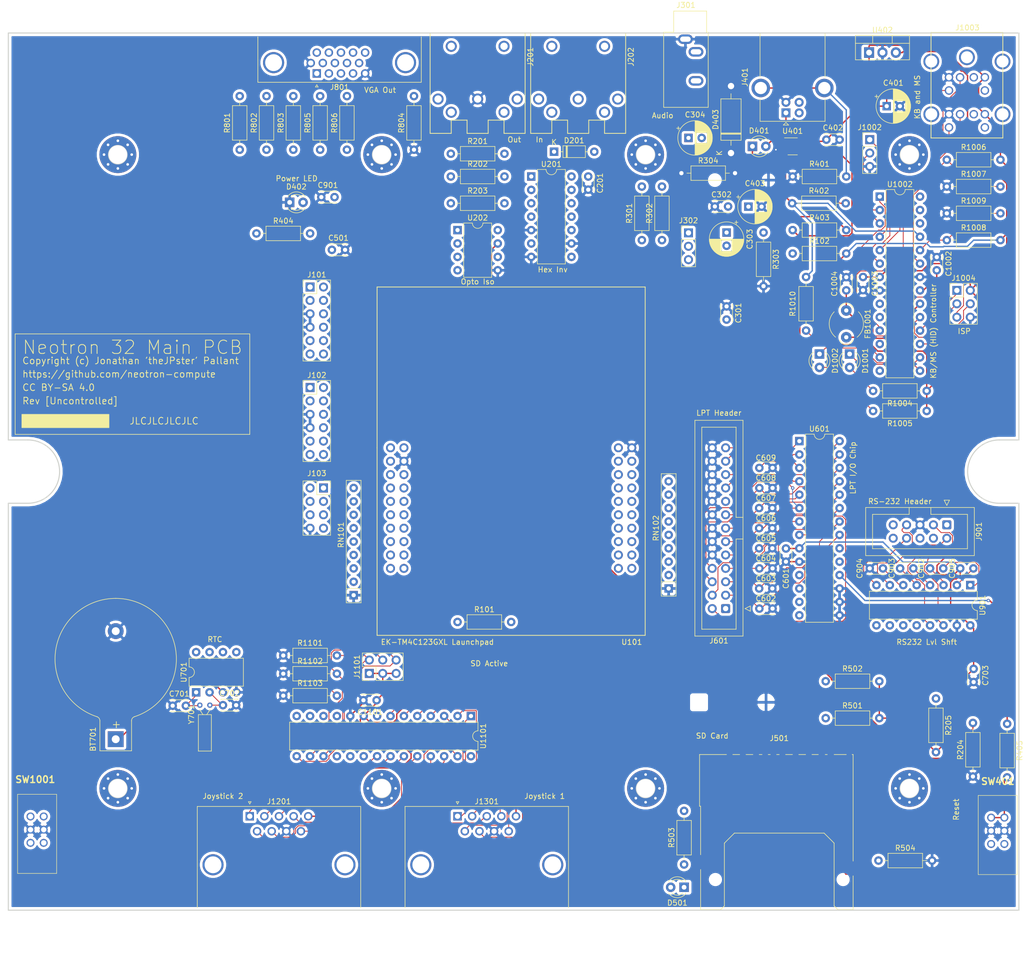
<source format=kicad_pcb>
(kicad_pcb (version 20171130) (host pcbnew 5.1.6)
  (title_block (title "Neotron 32K Main PCB") (date 2019-12-09) (rev [Uncontrolled]) (company github.com/neotron-compute/Neotron-32-Hardware) (comment 1 "Copyright (c) Jonathan 'theJPster' Pallant") (comment 2 "CC BY-SA 4.0"))
  (layers (0 F.Cu signal) (31 B.Cu signal hide) (35 F.Paste user hide) (37 F.SilkS user) (38 B.Mask user hide) (39 F.Mask user hide) (44 Edge.Cuts user))
  (net 0 "")
  (net 1 GND)
  (net 2 +5V)
  (net 3 /PA6_I2C_SCL)
  (net 4 /PA7_I2C_SDA)
  (net 5 /PA2_SPI_CLK)
  (net 6 /PA4_SPI_MISO)
  (net 7 /PA5_SPI_MOSI)
  (net 8 +3V3)
  (net 9 /~RESET)
  (net 10 /PB7_VGA_GREEN)
  (net 11 /PC7_MIDI_OUT)
  (net 12 /PC6_MIDI_IN)
  (net 13 /PC5_U1CTS)
  (net 14 /PC4_U1RTS)
  (net 15 /PD3_VGA_BLUE)
  (net 16 /PF1_VGA_RED)
  (net 17 /PB4_VGA_HSYNC)
  (net 18 /PE5_AUDIO_R)
  (net 19 /PE4_AUDIO_L)
  (net 20 /PB1_U1TX)
  (net 21 /PB0_U1RX)
  (net 22 /PB5_VGA_VSYNC)
  (net 23 +BATT)
  (net 24 /Audio/RIGHT_CHAN)
  (net 25 /Audio/LEFT_CHAN)
  (net 26 "/Parallel Printer/D0")
  (net 27 "/Parallel Printer/D1")
  (net 28 "/Parallel Printer/D2")
  (net 29 "/Parallel Printer/D3")
  (net 30 "/Parallel Printer/D4")
  (net 31 "/Parallel Printer/D5")
  (net 32 "/Parallel Printer/D6")
  (net 33 "/Parallel Printer/D7")
  (net 34 /~PB6_SPI_CS2)
  (net 35 /~PE3_IRQ2)
  (net 36 /~PE2_SPI_CS3)
  (net 37 /~PD2_IRQ3)
  (net 38 /PD6_U2RX)
  (net 39 /PD7_U2TX)
  (net 40 /Audio/RIGHT_SPKR)
  (net 41 /~PA3_SPI_CS0)
  (net 42 "/Parallel Printer/~SELPRI")
  (net 43 "/Parallel Printer/RESET")
  (net 44 "/Parallel Printer/ERROR")
  (net 45 "/Parallel Printer/~LF")
  (net 46 "/Parallel Printer/SELECT")
  (net 47 "/Parallel Printer/POUT")
  (net 48 "/Parallel Printer/~BUSY")
  (net 49 "/Parallel Printer/ACK")
  (net 50 /~PB2_STROBE)
  (net 51 "/RS-232 Serial Port/RS232_CTS_IN")
  (net 52 "/RS-232 Serial Port/RS232_RTS_OUT")
  (net 53 "/RS-232 Serial Port/RS232_TX_OUT")
  (net 54 "/RS-232 Serial Port/RS232_RX_IN")
  (net 55 /~PB3_SPI_CS1)
  (net 56 /~PF0_IRQ1)
  (net 57 "Net-(C301-Pad2)")
  (net 58 "Net-(C302-Pad2)")
  (net 59 "Net-(C701-Pad2)")
  (net 60 "Net-(C1002-Pad2)")
  (net 61 "Net-(D201-Pad2)")
  (net 62 "Net-(D201-Pad1)")
  (net 63 "Net-(D501-Pad1)")
  (net 64 "Net-(J201-Pad4)")
  (net 65 "Net-(J201-Pad5)")
  (net 66 "Net-(J202-Pad4)")
  (net 67 "Net-(J401-Pad5)")
  (net 68 "Net-(J501-Pad9)")
  (net 69 "Net-(J501-Pad8)")
  (net 70 "Net-(R203-Pad1)")
  (net 71 "Net-(R204-Pad2)")
  (net 72 "Net-(R503-Pad2)")
  (net 73 "Net-(U201-Pad1)")
  (net 74 "Net-(U201-Pad11)")
  (net 75 "Net-(C702-Pad1)")
  (net 76 "Net-(C902-Pad2)")
  (net 77 "Net-(C902-Pad1)")
  (net 78 "Net-(C903-Pad2)")
  (net 79 "Net-(C903-Pad1)")
  (net 80 "Net-(C904-Pad2)")
  (net 81 "Net-(C905-Pad2)")
  (net 82 "Net-(C1004-Pad1)")
  (net 83 "Net-(D401-Pad2)")
  (net 84 "Net-(D401-Pad1)")
  (net 85 "Net-(D402-Pad2)")
  (net 86 "Net-(D1001-Pad2)")
  (net 87 "Net-(D1001-Pad1)")
  (net 88 "Net-(D1002-Pad2)")
  (net 89 "Net-(D1002-Pad1)")
  (net 90 "Net-(J801-Pad0)")
  (net 91 "Net-(J801-Pad14)")
  (net 92 "Net-(J801-Pad13)")
  (net 93 "Net-(J801-Pad3)")
  (net 94 "Net-(J801-Pad2)")
  (net 95 "Net-(J801-Pad1)")
  (net 96 /~POWER_ON)
  (net 97 "Net-(R403-Pad1)")
  (net 98 "Net-(R405-Pad2)")
  (net 99 /~PF4_HID_IRQ)
  (net 100 "Net-(J501-Pad12)")
  (net 101 "Net-(R1010-Pad2)")
  (net 102 "/Keyboard and Mouse/UART_TX")
  (net 103 "/Keyboard and Mouse/UART_RX")
  (net 104 "/Keyboard and Mouse/MS_CLK")
  (net 105 "/Keyboard and Mouse/MS_DAT")
  (net 106 "/Keyboard and Mouse/KB_DAT")
  (net 107 "/Keyboard and Mouse/KB_CLK")
  (net 108 "/Keyboard and Mouse/~AT_RESET")
  (net 109 "/Keyboard and Mouse/AT_MOSI")
  (net 110 "/Keyboard and Mouse/AT_SCK")
  (net 111 "/Keyboard and Mouse/AT_MISO")
  (net 112 "Net-(J1101-Pad6)")
  (net 113 "Net-(J1101-Pad4)")
  (net 114 "Net-(J1101-Pad2)")
  (net 115 /Joystick/JS2_START_C)
  (net 116 /Joystick/JS2_SELECT)
  (net 117 /Joystick/JS2_A_B)
  (net 118 /Joystick/JS2_RIGHT)
  (net 119 /Joystick/JS2_LEFT)
  (net 120 /Joystick/JS2_DOWN)
  (net 121 /Joystick/JS2_UP)
  (net 122 /Joystick/JS1_START_C)
  (net 123 /Joystick/JS1_SELECT)
  (net 124 /Joystick/JS1_A_B)
  (net 125 /Joystick/JS1_RIGHT)
  (net 126 /Joystick/JS1_LEFT)
  (net 127 /Joystick/JS1_DOWN)
  (net 128 /Joystick/JS1_UP)
  (net 129 "/Keyboard and Mouse/MON_5V0")
  (net 130 "/Keyboard and Mouse/MON_3V3")
  (module Package_DIP:DIP-28_W7.62mm (layer F.Cu) (at 167.778993 176.6 270)
    (fp_text reference U1101 (at 3.81 -2.33 90) (layer F.SilkS))
    (fp_text value MCP23017_SP)
    (pad 28 thru_hole oval (at 7.62 0 270) (size 1.6 1.6) (drill 0.8) (layers *.Cu *.Mask))
    (pad 14 thru_hole oval (at 0 33.02 270) (size 1.6 1.6) (drill 0.8) (layers *.Cu *.Mask))
    (pad 27 thru_hole oval (at 7.62 2.54 270) (size 1.6 1.6) (drill 0.8) (layers *.Cu *.Mask) (net 116 /Joystick/JS2_SELECT))
    (pad 13 thru_hole oval (at 0 30.48 270) (size 1.6 1.6) (drill 0.8) (layers *.Cu *.Mask) (net 4 /PA7_I2C_SDA))
    (pad 26 thru_hole oval (at 7.62 5.08 270) (size 1.6 1.6) (drill 0.8) (layers *.Cu *.Mask) (net 115 /Joystick/JS2_START_C))
    (pad 12 thru_hole oval (at 0 27.94 270) (size 1.6 1.6) (drill 0.8) (layers *.Cu *.Mask) (net 3 /PA6_I2C_SCL))
    (pad 25 thru_hole oval (at 7.62 7.62 270) (size 1.6 1.6) (drill 0.8) (layers *.Cu *.Mask) (net 117 /Joystick/JS2_A_B))
    (pad 11 thru_hole oval (at 0 25.4 270) (size 1.6 1.6) (drill 0.8) (layers *.Cu *.Mask))
    (pad 24 thru_hole oval (at 7.62 10.16 270) (size 1.6 1.6) (drill 0.8) (layers *.Cu *.Mask) (net 118 /Joystick/JS2_RIGHT))
    (pad 10 thru_hole oval (at 0 22.86 270) (size 1.6 1.6) (drill 0.8) (layers *.Cu *.Mask) (net 1 GND))
    (pad 23 thru_hole oval (at 7.62 12.7 270) (size 1.6 1.6) (drill 0.8) (layers *.Cu *.Mask) (net 119 /Joystick/JS2_LEFT))
    (pad 9 thru_hole oval (at 0 20.32 270) (size 1.6 1.6) (drill 0.8) (layers *.Cu *.Mask) (net 2 +5V))
    (pad 22 thru_hole oval (at 7.62 15.24 270) (size 1.6 1.6) (drill 0.8) (layers *.Cu *.Mask) (net 120 /Joystick/JS2_DOWN))
    (pad 8 thru_hole oval (at 0 17.78 270) (size 1.6 1.6) (drill 0.8) (layers *.Cu *.Mask))
    (pad 21 thru_hole oval (at 7.62 17.78 270) (size 1.6 1.6) (drill 0.8) (layers *.Cu *.Mask) (net 121 /Joystick/JS2_UP))
    (pad 7 thru_hole oval (at 0 15.24 270) (size 1.6 1.6) (drill 0.8) (layers *.Cu *.Mask) (net 123 /Joystick/JS1_SELECT))
    (pad 20 thru_hole oval (at 7.62 20.32 270) (size 1.6 1.6) (drill 0.8) (layers *.Cu *.Mask))
    (pad 6 thru_hole oval (at 0 12.7 270) (size 1.6 1.6) (drill 0.8) (layers *.Cu *.Mask) (net 122 /Joystick/JS1_START_C))
    (pad 19 thru_hole oval (at 7.62 22.86 270) (size 1.6 1.6) (drill 0.8) (layers *.Cu *.Mask))
    (pad 5 thru_hole oval (at 0 10.16 270) (size 1.6 1.6) (drill 0.8) (layers *.Cu *.Mask) (net 124 /Joystick/JS1_A_B))
    (pad 18 thru_hole oval (at 7.62 25.4 270) (size 1.6 1.6) (drill 0.8) (layers *.Cu *.Mask))
    (pad 4 thru_hole oval (at 0 7.62 270) (size 1.6 1.6) (drill 0.8) (layers *.Cu *.Mask) (net 125 /Joystick/JS1_RIGHT))
    (pad 17 thru_hole oval (at 7.62 27.94 270) (size 1.6 1.6) (drill 0.8) (layers *.Cu *.Mask) (net 114 "Net-(J1101-Pad2)"))
    (pad 3 thru_hole oval (at 0 5.08 270) (size 1.6 1.6) (drill 0.8) (layers *.Cu *.Mask) (net 126 /Joystick/JS1_LEFT))
    (pad 16 thru_hole oval (at 7.62 30.48 270) (size 1.6 1.6) (drill 0.8) (layers *.Cu *.Mask) (net 113 "Net-(J1101-Pad4)"))
    (pad 2 thru_hole oval (at 0 2.54 270) (size 1.6 1.6) (drill 0.8) (layers *.Cu *.Mask) (net 127 /Joystick/JS1_DOWN))
    (pad 15 thru_hole oval (at 7.62 33.02 270) (size 1.6 1.6) (drill 0.8) (layers *.Cu *.Mask) (net 112 "Net-(J1101-Pad6)"))
    (pad 1 thru_hole rect (at 0 0 270) (size 1.6 1.6) (drill 0.8) (layers *.Cu *.Mask) (net 128 /Joystick/JS1_UP))
  )
  (module Resistor_THT:R_Axial_DIN0207_L6.3mm_D2.5mm_P10.16mm_Horizontal (layer F.Cu) (at 132.218993 172.7392)
    (fp_text reference R1103 (at 5.08 -2.37) (layer F.SilkS))
    (fp_text value 10k)
    (pad 2 thru_hole oval (at 10.16 0) (size 1.6 1.6) (drill 0.8) (layers *.Cu *.Mask) (net 112 "Net-(J1101-Pad6)"))
    (pad 1 thru_hole circle (at 0 0) (size 1.6 1.6) (drill 0.8) (layers *.Cu *.Mask) (net 1 GND))
  )
  (module Resistor_THT:R_Axial_DIN0207_L6.3mm_D2.5mm_P10.16mm_Horizontal (layer F.Cu) (at 132.218993 168.5736)
    (fp_text reference R1102 (at 5.08 -2.37) (layer F.SilkS))
    (fp_text value 10k)
    (pad 2 thru_hole oval (at 10.16 0) (size 1.6 1.6) (drill 0.8) (layers *.Cu *.Mask) (net 113 "Net-(J1101-Pad4)"))
    (pad 1 thru_hole circle (at 0 0) (size 1.6 1.6) (drill 0.8) (layers *.Cu *.Mask) (net 1 GND))
  )
  (module Resistor_THT:R_Axial_DIN0207_L6.3mm_D2.5mm_P10.16mm_Horizontal (layer F.Cu) (at 132.218993 165.1192)
    (fp_text reference R1101 (at 5.08 -2.37) (layer F.SilkS))
    (fp_text value 10k)
    (pad 2 thru_hole oval (at 10.16 0) (size 1.6 1.6) (drill 0.8) (layers *.Cu *.Mask) (net 114 "Net-(J1101-Pad2)"))
    (pad 1 thru_hole circle (at 0 0) (size 1.6 1.6) (drill 0.8) (layers *.Cu *.Mask) (net 1 GND))
  )
  (module Connector_Dsub:DSUB-9_Male_Horizontal_P2.77x2.84mm_EdgePinOffset14.56mm_Housed_MountingHolesOffset8.20mm (layer F.Cu) (at 165.238993 195.5992)
    (fp_text reference J1301 (at 5.54 -2.8) (layer F.SilkS))
    (fp_text value "DE9 Male")
    (pad 0 thru_hole circle (at 18.04 9.2) (size 4 4) (drill 3.2) (layers *.Cu *.Mask))
    (pad 0 thru_hole circle (at -6.96 9.2) (size 4 4) (drill 3.2) (layers *.Cu *.Mask))
    (pad 9 thru_hole circle (at 9.695 2.84) (size 1.6 1.6) (drill 1) (layers *.Cu *.Mask) (net 122 /Joystick/JS1_START_C))
    (pad 8 thru_hole circle (at 6.925 2.84) (size 1.6 1.6) (drill 1) (layers *.Cu *.Mask) (net 1 GND))
    (pad 7 thru_hole circle (at 4.155 2.84) (size 1.6 1.6) (drill 1) (layers *.Cu *.Mask) (net 123 /Joystick/JS1_SELECT))
    (pad 6 thru_hole circle (at 1.385 2.84) (size 1.6 1.6) (drill 1) (layers *.Cu *.Mask) (net 124 /Joystick/JS1_A_B))
    (pad 5 thru_hole circle (at 11.08 0) (size 1.6 1.6) (drill 1) (layers *.Cu *.Mask) (net 2 +5V))
    (pad 4 thru_hole circle (at 8.31 0) (size 1.6 1.6) (drill 1) (layers *.Cu *.Mask) (net 125 /Joystick/JS1_RIGHT))
    (pad 3 thru_hole circle (at 5.54 0) (size 1.6 1.6) (drill 1) (layers *.Cu *.Mask) (net 126 /Joystick/JS1_LEFT))
    (pad 2 thru_hole circle (at 2.77 0) (size 1.6 1.6) (drill 1) (layers *.Cu *.Mask) (net 127 /Joystick/JS1_DOWN))
    (pad 1 thru_hole rect (at 0 0) (size 1.6 1.6) (drill 1) (layers *.Cu *.Mask) (net 128 /Joystick/JS1_UP))
  )
  (module Connector_Dsub:DSUB-9_Male_Horizontal_P2.77x2.84mm_EdgePinOffset14.56mm_Housed_MountingHolesOffset8.20mm (layer F.Cu) (at 125.868993 195.5992)
    (fp_text reference J1201 (at 5.54 -2.8) (layer F.SilkS))
    (fp_text value "DE9 Male")
    (pad 0 thru_hole circle (at 18.04 9.2) (size 4 4) (drill 3.2) (layers *.Cu *.Mask))
    (pad 0 thru_hole circle (at -6.96 9.2) (size 4 4) (drill 3.2) (layers *.Cu *.Mask))
    (pad 9 thru_hole circle (at 9.695 2.84) (size 1.6 1.6) (drill 1) (layers *.Cu *.Mask) (net 115 /Joystick/JS2_START_C))
    (pad 8 thru_hole circle (at 6.925 2.84) (size 1.6 1.6) (drill 1) (layers *.Cu *.Mask) (net 1 GND))
    (pad 7 thru_hole circle (at 4.155 2.84) (size 1.6 1.6) (drill 1) (layers *.Cu *.Mask) (net 116 /Joystick/JS2_SELECT))
    (pad 6 thru_hole circle (at 1.385 2.84) (size 1.6 1.6) (drill 1) (layers *.Cu *.Mask) (net 117 /Joystick/JS2_A_B))
    (pad 5 thru_hole circle (at 11.08 0) (size 1.6 1.6) (drill 1) (layers *.Cu *.Mask) (net 2 +5V))
    (pad 4 thru_hole circle (at 8.31 0) (size 1.6 1.6) (drill 1) (layers *.Cu *.Mask) (net 118 /Joystick/JS2_RIGHT))
    (pad 3 thru_hole circle (at 5.54 0) (size 1.6 1.6) (drill 1) (layers *.Cu *.Mask) (net 119 /Joystick/JS2_LEFT))
    (pad 2 thru_hole circle (at 2.77 0) (size 1.6 1.6) (drill 1) (layers *.Cu *.Mask) (net 120 /Joystick/JS2_DOWN))
    (pad 1 thru_hole rect (at 0 0) (size 1.6 1.6) (drill 1) (layers *.Cu *.Mask) (net 121 /Joystick/JS2_UP))
  )
  (module Connector_PinHeader_2.54mm:PinHeader_2x03_P2.54mm_Vertical (layer F.Cu) (at 148.525793 168.5228 90)
    (fp_text reference J1101 (at 1.27 -2.33 90) (layer F.SilkS))
    (fp_text value "2x3 Header")
    (pad 6 thru_hole oval (at 2.54 5.08 90) (size 1.7 1.7) (drill 1) (layers *.Cu *.Mask) (net 112 "Net-(J1101-Pad6)"))
    (pad 5 thru_hole oval (at 0 5.08 90) (size 1.7 1.7) (drill 1) (layers *.Cu *.Mask) (net 2 +5V))
    (pad 4 thru_hole oval (at 2.54 2.54 90) (size 1.7 1.7) (drill 1) (layers *.Cu *.Mask) (net 113 "Net-(J1101-Pad4)"))
    (pad 3 thru_hole oval (at 0 2.54 90) (size 1.7 1.7) (drill 1) (layers *.Cu *.Mask) (net 2 +5V))
    (pad 2 thru_hole oval (at 2.54 0 90) (size 1.7 1.7) (drill 1) (layers *.Cu *.Mask) (net 114 "Net-(J1101-Pad2)"))
    (pad 1 thru_hole rect (at 0 0 90) (size 1.7 1.7) (drill 1) (layers *.Cu *.Mask) (net 2 +5V))
  )
  (module Capacitor_THT:C_Disc_D3.0mm_W2.0mm_P2.50mm (layer F.Cu) (at 149.908193 173.6028 180)
    (fp_text reference C1101 (at 1.25 -2.25) (layer F.SilkS))
    (fp_text value 100n)
    (pad 2 thru_hole circle (at 2.5 0 180) (size 1.6 1.6) (drill 0.8) (layers *.Cu *.Mask) (net 1 GND))
    (pad 1 thru_hole circle (at 0 0 180) (size 1.6 1.6) (drill 0.8) (layers *.Cu *.Mask) (net 2 +5V))
  )
  (module Package_DIP:DIP-8_W7.62mm (layer F.Cu) (at 165.238993 84.4742)
    (fp_text reference U202 (at 3.81 -2.33) (layer F.SilkS))
    (fp_text value 6N138)
    (pad 8 thru_hole oval (at 7.62 0) (size 1.6 1.6) (drill 0.8) (layers *.Cu *.Mask) (net 2 +5V))
    (pad 4 thru_hole oval (at 0 7.62) (size 1.6 1.6) (drill 0.8) (layers *.Cu *.Mask))
    (pad 7 thru_hole oval (at 7.62 2.54) (size 1.6 1.6) (drill 0.8) (layers *.Cu *.Mask) (net 71 "Net-(R204-Pad2)"))
    (pad 3 thru_hole oval (at 0 5.08) (size 1.6 1.6) (drill 0.8) (layers *.Cu *.Mask) (net 61 "Net-(D201-Pad2)"))
    (pad 6 thru_hole oval (at 7.62 5.08) (size 1.6 1.6) (drill 0.8) (layers *.Cu *.Mask) (net 12 /PC6_MIDI_IN))
    (pad 2 thru_hole oval (at 0 2.54) (size 1.6 1.6) (drill 0.8) (layers *.Cu *.Mask) (net 62 "Net-(D201-Pad1)"))
    (pad 5 thru_hole oval (at 7.62 7.62) (size 1.6 1.6) (drill 0.8) (layers *.Cu *.Mask) (net 1 GND))
    (pad 1 thru_hole rect (at 0 0) (size 1.6 1.6) (drill 0.8) (layers *.Cu *.Mask))
  )
  (module Resistor_THT:R_Axial_DIN0207_L6.3mm_D2.5mm_P10.16mm_Horizontal (layer F.Cu) (at 231.278993 93.3642 270)
    (fp_text reference R1010 (at 5.08 2.54 90) (layer F.SilkS))
    (fp_text value 10k)
    (pad 2 thru_hole oval (at 10.16 0 270) (size 1.6 1.6) (drill 0.8) (layers *.Cu *.Mask) (net 101 "Net-(R1010-Pad2)"))
    (pad 1 thru_hole circle (at 0 0 270) (size 1.6 1.6) (drill 0.8) (layers *.Cu *.Mask) (net 96 /~POWER_ON))
  )
  (module Package_DIP:DIP-28_W7.62mm (layer F.Cu) (at 245.248993 78.1242)
    (fp_text reference U1002 (at 3.81 -2.33) (layer F.SilkS))
    (fp_text value ATmega328P-PU)
    (pad 28 thru_hole oval (at 7.62 0) (size 1.6 1.6) (drill 0.8) (layers *.Cu *.Mask) (net 3 /PA6_I2C_SCL))
    (pad 14 thru_hole oval (at 0 33.02) (size 1.6 1.6) (drill 0.8) (layers *.Cu *.Mask))
    (pad 27 thru_hole oval (at 7.62 2.54) (size 1.6 1.6) (drill 0.8) (layers *.Cu *.Mask) (net 4 /PA7_I2C_SDA))
    (pad 13 thru_hole oval (at 0 30.48) (size 1.6 1.6) (drill 0.8) (layers *.Cu *.Mask) (net 101 "Net-(R1010-Pad2)"))
    (pad 26 thru_hole oval (at 7.62 5.08) (size 1.6 1.6) (drill 0.8) (layers *.Cu *.Mask) (net 99 /~PF4_HID_IRQ))
    (pad 12 thru_hole oval (at 0 27.94) (size 1.6 1.6) (drill 0.8) (layers *.Cu *.Mask) (net 9 /~RESET))
    (pad 25 thru_hole oval (at 7.62 7.62) (size 1.6 1.6) (drill 0.8) (layers *.Cu *.Mask) (net 96 /~POWER_ON))
    (pad 11 thru_hole oval (at 0 25.4) (size 1.6 1.6) (drill 0.8) (layers *.Cu *.Mask) (net 105 "/Keyboard and Mouse/MS_DAT"))
    (pad 24 thru_hole oval (at 7.62 10.16) (size 1.6 1.6) (drill 0.8) (layers *.Cu *.Mask) (net 130 "/Keyboard and Mouse/MON_3V3"))
    (pad 10 thru_hole oval (at 0 22.86) (size 1.6 1.6) (drill 0.8) (layers *.Cu *.Mask))
    (pad 23 thru_hole oval (at 7.62 12.7) (size 1.6 1.6) (drill 0.8) (layers *.Cu *.Mask) (net 129 "/Keyboard and Mouse/MON_5V0"))
    (pad 9 thru_hole oval (at 0 20.32) (size 1.6 1.6) (drill 0.8) (layers *.Cu *.Mask))
    (pad 22 thru_hole oval (at 7.62 15.24) (size 1.6 1.6) (drill 0.8) (layers *.Cu *.Mask) (net 1 GND))
    (pad 8 thru_hole oval (at 0 17.78) (size 1.6 1.6) (drill 0.8) (layers *.Cu *.Mask) (net 1 GND))
    (pad 21 thru_hole oval (at 7.62 17.78) (size 1.6 1.6) (drill 0.8) (layers *.Cu *.Mask) (net 60 "Net-(C1002-Pad2)"))
    (pad 7 thru_hole oval (at 0 15.24) (size 1.6 1.6) (drill 0.8) (layers *.Cu *.Mask) (net 2 +5V))
    (pad 20 thru_hole oval (at 7.62 20.32) (size 1.6 1.6) (drill 0.8) (layers *.Cu *.Mask) (net 82 "Net-(C1004-Pad1)"))
    (pad 6 thru_hole oval (at 0 12.7) (size 1.6 1.6) (drill 0.8) (layers *.Cu *.Mask) (net 106 "/Keyboard and Mouse/KB_DAT"))
    (pad 19 thru_hole oval (at 7.62 22.86) (size 1.6 1.6) (drill 0.8) (layers *.Cu *.Mask) (net 110 "/Keyboard and Mouse/AT_SCK"))
    (pad 5 thru_hole oval (at 0 10.16) (size 1.6 1.6) (drill 0.8) (layers *.Cu *.Mask) (net 104 "/Keyboard and Mouse/MS_CLK"))
    (pad 18 thru_hole oval (at 7.62 25.4) (size 1.6 1.6) (drill 0.8) (layers *.Cu *.Mask) (net 111 "/Keyboard and Mouse/AT_MISO"))
    (pad 4 thru_hole oval (at 0 7.62) (size 1.6 1.6) (drill 0.8) (layers *.Cu *.Mask) (net 107 "/Keyboard and Mouse/KB_CLK"))
    (pad 17 thru_hole oval (at 7.62 27.94) (size 1.6 1.6) (drill 0.8) (layers *.Cu *.Mask) (net 109 "/Keyboard and Mouse/AT_MOSI"))
    (pad 3 thru_hole oval (at 0 5.08) (size 1.6 1.6) (drill 0.8) (layers *.Cu *.Mask) (net 102 "/Keyboard and Mouse/UART_TX"))
    (pad 16 thru_hole oval (at 7.62 30.48) (size 1.6 1.6) (drill 0.8) (layers *.Cu *.Mask) (net 89 "Net-(D1002-Pad1)"))
    (pad 2 thru_hole oval (at 0 2.54) (size 1.6 1.6) (drill 0.8) (layers *.Cu *.Mask) (net 103 "/Keyboard and Mouse/UART_RX"))
    (pad 15 thru_hole oval (at 7.62 33.02) (size 1.6 1.6) (drill 0.8) (layers *.Cu *.Mask) (net 87 "Net-(D1001-Pad1)"))
    (pad 1 thru_hole rect (at 0 0) (size 1.6 1.6) (drill 0.8) (layers *.Cu *.Mask) (net 108 "/Keyboard and Mouse/~AT_RESET"))
  )
  (module "Neotron 32:BatteryHolder_Keystone_103_1x20mm" (layer F.Cu) (at 100.468993 180.9942 90)
    (fp_text reference BT701 (at 0 -4.3 90) (layer F.SilkS))
    (fp_text value CR2032)
    (fp_text user + (at 2.75 0 90) (layer F.SilkS) (effects (font (size 1.5 1.5))))
    (pad 1 thru_hole rect (at 0 0 90) (size 3 3) (drill 1.5) (layers *.Cu *.Mask) (net 23 +BATT))
    (pad 2 thru_hole circle (at 20.49 0 90) (size 3 3) (drill 1.5) (layers *.Cu *.Mask) (net 1 GND))
  )
  (module Capacitor_THT:C_Disc_D3.0mm_W2.0mm_P2.50mm (layer F.Cu) (at 224.928993 129.5592 180)
    (fp_text reference C609 (at 1.27 1.905 180) (layer F.SilkS))
    (fp_text value 22n)
    (pad 2 thru_hole circle (at 2.5 0 180) (size 1.6 1.6) (drill 0.8) (layers *.Cu *.Mask) (net 33 "/Parallel Printer/D7"))
    (pad 1 thru_hole circle (at 0 0 180) (size 1.6 1.6) (drill 0.8) (layers *.Cu *.Mask) (net 1 GND))
  )
  (module Connector_IDC:IDC-Header_2x13_P2.54mm_Vertical (layer F.Cu) (at 216.038993 156.2292 180)
    (fp_text reference J601 (at 1.27 -6.1) (layer F.SilkS))
    (fp_text value Conn_02x13_Header)
    (pad 26 thru_hole circle (at 2.54 30.48 180) (size 1.7 1.7) (drill 1) (layers *.Cu *.Mask) (net 1 GND))
    (pad 24 thru_hole circle (at 2.54 27.94 180) (size 1.7 1.7) (drill 1) (layers *.Cu *.Mask) (net 1 GND))
    (pad 22 thru_hole circle (at 2.54 25.4 180) (size 1.7 1.7) (drill 1) (layers *.Cu *.Mask) (net 1 GND))
    (pad 20 thru_hole circle (at 2.54 22.86 180) (size 1.7 1.7) (drill 1) (layers *.Cu *.Mask) (net 1 GND))
    (pad 18 thru_hole circle (at 2.54 20.32 180) (size 1.7 1.7) (drill 1) (layers *.Cu *.Mask) (net 1 GND))
    (pad 16 thru_hole circle (at 2.54 17.78 180) (size 1.7 1.7) (drill 1) (layers *.Cu *.Mask) (net 1 GND))
    (pad 14 thru_hole circle (at 2.54 15.24 180) (size 1.7 1.7) (drill 1) (layers *.Cu *.Mask) (net 1 GND))
    (pad 12 thru_hole circle (at 2.54 12.7 180) (size 1.7 1.7) (drill 1) (layers *.Cu *.Mask) (net 1 GND))
    (pad 10 thru_hole circle (at 2.54 10.16 180) (size 1.7 1.7) (drill 1) (layers *.Cu *.Mask) (net 1 GND))
    (pad 8 thru_hole circle (at 2.54 7.62 180) (size 1.7 1.7) (drill 1) (layers *.Cu *.Mask) (net 42 "/Parallel Printer/~SELPRI"))
    (pad 6 thru_hole circle (at 2.54 5.08 180) (size 1.7 1.7) (drill 1) (layers *.Cu *.Mask) (net 43 "/Parallel Printer/RESET"))
    (pad 4 thru_hole circle (at 2.54 2.54 180) (size 1.7 1.7) (drill 1) (layers *.Cu *.Mask) (net 44 "/Parallel Printer/ERROR"))
    (pad 2 thru_hole circle (at 2.54 0 180) (size 1.7 1.7) (drill 1) (layers *.Cu *.Mask) (net 45 "/Parallel Printer/~LF"))
    (pad 25 thru_hole circle (at 0 30.48 180) (size 1.7 1.7) (drill 1) (layers *.Cu *.Mask) (net 46 "/Parallel Printer/SELECT"))
    (pad 23 thru_hole circle (at 0 27.94 180) (size 1.7 1.7) (drill 1) (layers *.Cu *.Mask) (net 47 "/Parallel Printer/POUT"))
    (pad 21 thru_hole circle (at 0 25.4 180) (size 1.7 1.7) (drill 1) (layers *.Cu *.Mask) (net 48 "/Parallel Printer/~BUSY"))
    (pad 19 thru_hole circle (at 0 22.86 180) (size 1.7 1.7) (drill 1) (layers *.Cu *.Mask) (net 49 "/Parallel Printer/ACK"))
    (pad 17 thru_hole circle (at 0 20.32 180) (size 1.7 1.7) (drill 1) (layers *.Cu *.Mask) (net 33 "/Parallel Printer/D7"))
    (pad 15 thru_hole circle (at 0 17.78 180) (size 1.7 1.7) (drill 1) (layers *.Cu *.Mask) (net 32 "/Parallel Printer/D6"))
    (pad 13 thru_hole circle (at 0 15.24 180) (size 1.7 1.7) (drill 1) (layers *.Cu *.Mask) (net 31 "/Parallel Printer/D5"))
    (pad 11 thru_hole circle (at 0 12.7 180) (size 1.7 1.7) (drill 1) (layers *.Cu *.Mask) (net 30 "/Parallel Printer/D4"))
    (pad 9 thru_hole circle (at 0 10.16 180) (size 1.7 1.7) (drill 1) (layers *.Cu *.Mask) (net 29 "/Parallel Printer/D3"))
    (pad 7 thru_hole circle (at 0 7.62 180) (size 1.7 1.7) (drill 1) (layers *.Cu *.Mask) (net 28 "/Parallel Printer/D2"))
    (pad 5 thru_hole circle (at 0 5.08 180) (size 1.7 1.7) (drill 1) (layers *.Cu *.Mask) (net 27 "/Parallel Printer/D1"))
    (pad 3 thru_hole circle (at 0 2.54 180) (size 1.7 1.7) (drill 1) (layers *.Cu *.Mask) (net 26 "/Parallel Printer/D0"))
    (pad 1 thru_hole roundrect (at 0 0 180) (size 1.7 1.7) (drill 1) (layers *.Cu *.Mask) (roundrect_rratio 0.147059) (net 50 /~PB2_STROBE))
  )
  (module Connector_PinHeader_2.54mm:PinHeader_2x03_P2.54mm_Vertical (layer F.Cu) (at 259.853993 95.9042)
    (fp_text reference J1004 (at 1.27 -2.33) (layer F.SilkS))
    (fp_text value AVR-ISP-6)
    (pad 6 thru_hole oval (at 2.54 5.08) (size 1.7 1.7) (drill 1) (layers *.Cu *.Mask) (net 1 GND))
    (pad 5 thru_hole oval (at 0 5.08) (size 1.7 1.7) (drill 1) (layers *.Cu *.Mask) (net 108 "/Keyboard and Mouse/~AT_RESET"))
    (pad 4 thru_hole oval (at 2.54 2.54) (size 1.7 1.7) (drill 1) (layers *.Cu *.Mask) (net 109 "/Keyboard and Mouse/AT_MOSI"))
    (pad 3 thru_hole oval (at 0 2.54) (size 1.7 1.7) (drill 1) (layers *.Cu *.Mask) (net 110 "/Keyboard and Mouse/AT_SCK"))
    (pad 2 thru_hole oval (at 2.54 0) (size 1.7 1.7) (drill 1) (layers *.Cu *.Mask) (net 2 +5V))
    (pad 1 thru_hole rect (at 0 0) (size 1.7 1.7) (drill 1) (layers *.Cu *.Mask) (net 111 "/Keyboard and Mouse/AT_MISO"))
  )
  (module "Neotron 32:PHB2UEETS1A" (layer F.Cu) (at 85.573993 198.9392 90)
    (fp_text reference SW1001 (at 10.305 -0.345 180) (layer F.SilkS) (effects (font (size 1.27 1.27) (thickness 0.254))))
    (fp_text value SW_Push_DPDT_ON_MO hide)
    (pad 1 thru_hole circle (at -1.7 1.25 90) (size 1.5 1.5) (drill 1) (layers *.Cu *.Mask))
    (pad 2 thru_hole circle (at 0.8 1.25 90) (size 1.5 1.5) (drill 1) (layers *.Cu *.Mask) (net 1 GND))
    (pad 3 thru_hole circle (at 3.3 1.25 90) (size 1.5 1.5) (drill 1) (layers *.Cu *.Mask) (net 101 "Net-(R1010-Pad2)"))
    (pad 4 thru_hole circle (at -1.7 -1.25 90) (size 1.5 1.5) (drill 1) (layers *.Cu *.Mask))
    (pad 5 thru_hole circle (at 0.8 -1.25 90) (size 1.5 1.5) (drill 1) (layers *.Cu *.Mask) (net 1 GND))
    (pad 6 thru_hole circle (at 3.3 -1.25 90) (size 1.5 1.5) (drill 1) (layers *.Cu *.Mask) (net 101 "Net-(R1010-Pad2)"))
  )
  (module Connector_Card:SD_Kyocera_145638109511859+ (layer F.Cu) (at 226.198993 195.5992)
    (fp_text reference J501 (at 0 -14.78 180) (layer F.SilkS))
    (fp_text value SD_Card)
    (pad 13 smd roundrect (at -14.1 8.7) (size 1.8 2.4) (layers F.Cu F.Paste F.Mask) (roundrect_rratio 0.139) (net 100 "Net-(J501-Pad12)"))
    (pad 12 smd roundrect (at 13.25 9.9) (size 1.7 2.4) (layers F.Cu F.Paste F.Mask) (roundrect_rratio 0.147) (net 100 "Net-(J501-Pad12)"))
    (pad "" np_thru_hole circle (at -12.1 12 180) (size 1.5 1.5) (drill 1.5) (layers *.Cu *.Mask))
    (pad "" np_thru_hole circle (at 12.1 12 180) (size 1.5 1.5) (drill 1.5) (layers *.Cu *.Mask))
    (pad 11 smd roundrect (at 13.24 -12.5) (size 0.7 2) (layers F.Cu F.Paste F.Mask) (roundrect_rratio 0.357))
    (pad 8 smd roundrect (at 9.75 -12.5) (size 0.8 2) (layers F.Cu F.Paste F.Mask) (roundrect_rratio 0.313) (net 69 "Net-(J501-Pad8)"))
    (pad 7 smd roundrect (at 8.05 -12.5) (size 0.8 2) (layers F.Cu F.Paste F.Mask) (roundrect_rratio 0.313) (net 6 /PA4_SPI_MISO))
    (pad 6 smd roundrect (at 5.62 -12.5) (size 0.8 2) (layers F.Cu F.Paste F.Mask) (roundrect_rratio 0.313) (net 1 GND))
    (pad 5 smd roundrect (at 3.12 -12.5) (size 0.8 2) (layers F.Cu F.Paste F.Mask) (roundrect_rratio 0.313) (net 5 /PA2_SPI_CLK))
    (pad 4 smd roundrect (at 0.62 -12.5) (size 0.8 2) (layers F.Cu F.Paste F.Mask) (roundrect_rratio 0.313) (net 8 +3V3))
    (pad 3 smd roundrect (at -1.08 -12.5) (size 0.8 2) (layers F.Cu F.Paste F.Mask) (roundrect_rratio 0.313) (net 1 GND))
    (pad 10 smd roundrect (at -2.68 -12.5) (size 0.8 2) (layers F.Cu F.Paste F.Mask) (roundrect_rratio 0.313))
    (pad 2 smd roundrect (at -4.38 -12.5) (size 0.8 2) (layers F.Cu F.Paste F.Mask) (roundrect_rratio 0.313) (net 7 /PA5_SPI_MOSI))
    (pad 1 smd roundrect (at -6.88 -12.5) (size 0.8 2) (layers F.Cu F.Paste F.Mask) (roundrect_rratio 0.313) (net 41 /~PA3_SPI_CS0))
    (pad 9 smd roundrect (at -9.38 -12.5) (size 0.8 2) (layers F.Cu F.Paste F.Mask) (roundrect_rratio 0.313) (net 68 "Net-(J501-Pad9)"))
  )
  (module MountingHole:MountingHole_3.5mm_Pad_Via (layer F.Cu) (at 150.877 190.3154)
    (fp_text reference H108 hide)
    (fp_text value MountingHole)
    (pad 1 thru_hole circle (at 1.856155 -1.856155) (size 0.8 0.8) (drill 0.5) (layers *.Cu *.Mask))
    (pad 1 thru_hole circle (at 0 -2.625) (size 0.8 0.8) (drill 0.5) (layers *.Cu *.Mask))
    (pad 1 thru_hole circle (at -1.856155 -1.856155) (size 0.8 0.8) (drill 0.5) (layers *.Cu *.Mask))
    (pad 1 thru_hole circle (at -2.625 0) (size 0.8 0.8) (drill 0.5) (layers *.Cu *.Mask))
    (pad 1 thru_hole circle (at -1.856155 1.856155) (size 0.8 0.8) (drill 0.5) (layers *.Cu *.Mask))
    (pad 1 thru_hole circle (at 0 2.625) (size 0.8 0.8) (drill 0.5) (layers *.Cu *.Mask))
    (pad 1 thru_hole circle (at 1.856155 1.856155) (size 0.8 0.8) (drill 0.5) (layers *.Cu *.Mask))
    (pad 1 thru_hole circle (at 2.625 0) (size 0.8 0.8) (drill 0.5) (layers *.Cu *.Mask))
    (pad 1 thru_hole circle (at 0 0) (size 7 7) (drill 3.5) (layers *.Cu *.Mask))
  )
  (module MountingHole:MountingHole_3.5mm_Pad_Via (layer F.Cu) (at 100.877 190.3154)
    (fp_text reference H107 hide)
    (fp_text value MountingHole)
    (pad 1 thru_hole circle (at 1.856155 -1.856155) (size 0.8 0.8) (drill 0.5) (layers *.Cu *.Mask))
    (pad 1 thru_hole circle (at 0 -2.625) (size 0.8 0.8) (drill 0.5) (layers *.Cu *.Mask))
    (pad 1 thru_hole circle (at -1.856155 -1.856155) (size 0.8 0.8) (drill 0.5) (layers *.Cu *.Mask))
    (pad 1 thru_hole circle (at -2.625 0) (size 0.8 0.8) (drill 0.5) (layers *.Cu *.Mask))
    (pad 1 thru_hole circle (at -1.856155 1.856155) (size 0.8 0.8) (drill 0.5) (layers *.Cu *.Mask))
    (pad 1 thru_hole circle (at 0 2.625) (size 0.8 0.8) (drill 0.5) (layers *.Cu *.Mask))
    (pad 1 thru_hole circle (at 1.856155 1.856155) (size 0.8 0.8) (drill 0.5) (layers *.Cu *.Mask))
    (pad 1 thru_hole circle (at 2.625 0) (size 0.8 0.8) (drill 0.5) (layers *.Cu *.Mask))
    (pad 1 thru_hole circle (at 0 0) (size 7 7) (drill 3.5) (layers *.Cu *.Mask))
  )
  (module Package_DIP:DIP-8_W7.62mm (layer F.Cu) (at 115.708993 172.1042 90)
    (fp_text reference U701 (at 3.81 -2.33 90) (layer F.SilkS))
    (fp_text value MCP7940N-xP)
    (pad 8 thru_hole oval (at 7.62 0 90) (size 1.6 1.6) (drill 0.8) (layers *.Cu *.Mask) (net 8 +3V3))
    (pad 4 thru_hole oval (at 0 7.62 90) (size 1.6 1.6) (drill 0.8) (layers *.Cu *.Mask) (net 1 GND))
    (pad 7 thru_hole oval (at 7.62 2.54 90) (size 1.6 1.6) (drill 0.8) (layers *.Cu *.Mask))
    (pad 3 thru_hole oval (at 0 5.08 90) (size 1.6 1.6) (drill 0.8) (layers *.Cu *.Mask) (net 23 +BATT))
    (pad 6 thru_hole oval (at 7.62 5.08 90) (size 1.6 1.6) (drill 0.8) (layers *.Cu *.Mask) (net 3 /PA6_I2C_SCL))
    (pad 2 thru_hole oval (at 0 2.54 90) (size 1.6 1.6) (drill 0.8) (layers *.Cu *.Mask) (net 75 "Net-(C702-Pad1)"))
    (pad 5 thru_hole oval (at 7.62 7.62 90) (size 1.6 1.6) (drill 0.8) (layers *.Cu *.Mask) (net 4 /PA7_I2C_SDA))
    (pad 1 thru_hole rect (at 0 0 90) (size 1.6 1.6) (drill 0.8) (layers *.Cu *.Mask) (net 59 "Net-(C701-Pad2)"))
  )
  (module Package_DIP:DIP-28_W7.62mm (layer F.Cu) (at 230.008993 124.4792)
    (fp_text reference U601 (at 3.81 -2.33) (layer F.SilkS))
    (fp_text value MCP23S17_SP)
    (pad 28 thru_hole oval (at 7.62 0) (size 1.6 1.6) (drill 0.8) (layers *.Cu *.Mask) (net 33 "/Parallel Printer/D7"))
    (pad 14 thru_hole oval (at 0 33.02) (size 1.6 1.6) (drill 0.8) (layers *.Cu *.Mask) (net 6 /PA4_SPI_MISO))
    (pad 27 thru_hole oval (at 7.62 2.54) (size 1.6 1.6) (drill 0.8) (layers *.Cu *.Mask) (net 32 "/Parallel Printer/D6"))
    (pad 13 thru_hole oval (at 0 30.48) (size 1.6 1.6) (drill 0.8) (layers *.Cu *.Mask) (net 7 /PA5_SPI_MOSI))
    (pad 26 thru_hole oval (at 7.62 5.08) (size 1.6 1.6) (drill 0.8) (layers *.Cu *.Mask) (net 31 "/Parallel Printer/D5"))
    (pad 12 thru_hole oval (at 0 27.94) (size 1.6 1.6) (drill 0.8) (layers *.Cu *.Mask) (net 5 /PA2_SPI_CLK))
    (pad 25 thru_hole oval (at 7.62 7.62) (size 1.6 1.6) (drill 0.8) (layers *.Cu *.Mask) (net 30 "/Parallel Printer/D4"))
    (pad 11 thru_hole oval (at 0 25.4) (size 1.6 1.6) (drill 0.8) (layers *.Cu *.Mask) (net 55 /~PB3_SPI_CS1))
    (pad 24 thru_hole oval (at 7.62 10.16) (size 1.6 1.6) (drill 0.8) (layers *.Cu *.Mask) (net 29 "/Parallel Printer/D3"))
    (pad 10 thru_hole oval (at 0 22.86) (size 1.6 1.6) (drill 0.8) (layers *.Cu *.Mask) (net 1 GND))
    (pad 23 thru_hole oval (at 7.62 12.7) (size 1.6 1.6) (drill 0.8) (layers *.Cu *.Mask) (net 28 "/Parallel Printer/D2"))
    (pad 9 thru_hole oval (at 0 20.32) (size 1.6 1.6) (drill 0.8) (layers *.Cu *.Mask) (net 8 +3V3))
    (pad 22 thru_hole oval (at 7.62 15.24) (size 1.6 1.6) (drill 0.8) (layers *.Cu *.Mask) (net 27 "/Parallel Printer/D1"))
    (pad 8 thru_hole oval (at 0 17.78) (size 1.6 1.6) (drill 0.8) (layers *.Cu *.Mask) (net 45 "/Parallel Printer/~LF"))
    (pad 21 thru_hole oval (at 7.62 17.78) (size 1.6 1.6) (drill 0.8) (layers *.Cu *.Mask) (net 26 "/Parallel Printer/D0"))
    (pad 7 thru_hole oval (at 0 15.24) (size 1.6 1.6) (drill 0.8) (layers *.Cu *.Mask) (net 44 "/Parallel Printer/ERROR"))
    (pad 20 thru_hole oval (at 7.62 20.32) (size 1.6 1.6) (drill 0.8) (layers *.Cu *.Mask) (net 56 /~PF0_IRQ1))
    (pad 6 thru_hole oval (at 0 12.7) (size 1.6 1.6) (drill 0.8) (layers *.Cu *.Mask) (net 43 "/Parallel Printer/RESET"))
    (pad 19 thru_hole oval (at 7.62 22.86) (size 1.6 1.6) (drill 0.8) (layers *.Cu *.Mask))
    (pad 5 thru_hole oval (at 0 10.16) (size 1.6 1.6) (drill 0.8) (layers *.Cu *.Mask) (net 42 "/Parallel Printer/~SELPRI"))
    (pad 18 thru_hole oval (at 7.62 25.4) (size 1.6 1.6) (drill 0.8) (layers *.Cu *.Mask) (net 9 /~RESET))
    (pad 4 thru_hole oval (at 0 7.62) (size 1.6 1.6) (drill 0.8) (layers *.Cu *.Mask) (net 49 "/Parallel Printer/ACK"))
    (pad 17 thru_hole oval (at 7.62 27.94) (size 1.6 1.6) (drill 0.8) (layers *.Cu *.Mask) (net 1 GND))
    (pad 3 thru_hole oval (at 0 5.08) (size 1.6 1.6) (drill 0.8) (layers *.Cu *.Mask) (net 48 "/Parallel Printer/~BUSY"))
    (pad 16 thru_hole oval (at 7.62 30.48) (size 1.6 1.6) (drill 0.8) (layers *.Cu *.Mask) (net 1 GND))
    (pad 2 thru_hole oval (at 0 2.54) (size 1.6 1.6) (drill 0.8) (layers *.Cu *.Mask) (net 47 "/Parallel Printer/POUT"))
    (pad 15 thru_hole oval (at 7.62 33.02) (size 1.6 1.6) (drill 0.8) (layers *.Cu *.Mask) (net 1 GND))
    (pad 1 thru_hole rect (at 0 0) (size 1.6 1.6) (drill 0.8) (layers *.Cu *.Mask) (net 46 "/Parallel Printer/SELECT"))
  )
  (module Package_TO_SOT_SMD:SOT-23-5_HandSoldering (layer F.Cu) (at 228.738993 68.5992)
    (fp_text reference U401 (at 0 -2.9) (layer F.SilkS))
    (fp_text value MIC2005A-2YM5)
    (pad 5 smd rect (at 1.35 -0.95) (size 1.56 0.65) (layers F.Cu F.Paste F.Mask) (net 2 +5V))
    (pad 4 smd rect (at 1.35 0.95) (size 1.56 0.65) (layers F.Cu F.Paste F.Mask) (net 97 "Net-(R403-Pad1)"))
    (pad 3 smd rect (at -1.35 0.95) (size 1.56 0.65) (layers F.Cu F.Paste F.Mask) (net 96 /~POWER_ON))
    (pad 2 smd rect (at -1.35 0) (size 1.56 0.65) (layers F.Cu F.Paste F.Mask) (net 1 GND))
    (pad 1 smd rect (at -1.35 -0.95) (size 1.56 0.65) (layers F.Cu F.Paste F.Mask) (net 83 "Net-(D401-Pad2)"))
  )
  (module Package_DIP:DIP-14_W7.62mm (layer F.Cu) (at 179.208993 74.3142)
    (fp_text reference U201 (at 3.81 -2.33) (layer F.SilkS))
    (fp_text value 74LS14)
    (pad 14 thru_hole oval (at 7.62 0) (size 1.6 1.6) (drill 0.8) (layers *.Cu *.Mask) (net 2 +5V))
    (pad 7 thru_hole oval (at 0 15.24) (size 1.6 1.6) (drill 0.8) (layers *.Cu *.Mask) (net 1 GND))
    (pad 13 thru_hole oval (at 7.62 2.54) (size 1.6 1.6) (drill 0.8) (layers *.Cu *.Mask) (net 41 /~PA3_SPI_CS0))
    (pad 6 thru_hole oval (at 0 12.7) (size 1.6 1.6) (drill 0.8) (layers *.Cu *.Mask))
    (pad 12 thru_hole oval (at 7.62 5.08) (size 1.6 1.6) (drill 0.8) (layers *.Cu *.Mask) (net 74 "Net-(U201-Pad11)"))
    (pad 5 thru_hole oval (at 0 10.16) (size 1.6 1.6) (drill 0.8) (layers *.Cu *.Mask) (net 1 GND))
    (pad 11 thru_hole oval (at 7.62 7.62) (size 1.6 1.6) (drill 0.8) (layers *.Cu *.Mask) (net 74 "Net-(U201-Pad11)"))
    (pad 4 thru_hole oval (at 0 7.62) (size 1.6 1.6) (drill 0.8) (layers *.Cu *.Mask) (net 73 "Net-(U201-Pad1)"))
    (pad 10 thru_hole oval (at 7.62 10.16) (size 1.6 1.6) (drill 0.8) (layers *.Cu *.Mask) (net 72 "Net-(R503-Pad2)"))
    (pad 3 thru_hole oval (at 0 5.08) (size 1.6 1.6) (drill 0.8) (layers *.Cu *.Mask) (net 11 /PC7_MIDI_OUT))
    (pad 9 thru_hole oval (at 7.62 12.7) (size 1.6 1.6) (drill 0.8) (layers *.Cu *.Mask) (net 1 GND))
    (pad 2 thru_hole oval (at 0 2.54) (size 1.6 1.6) (drill 0.8) (layers *.Cu *.Mask) (net 70 "Net-(R203-Pad1)"))
    (pad 8 thru_hole oval (at 7.62 15.24) (size 1.6 1.6) (drill 0.8) (layers *.Cu *.Mask))
    (pad 1 thru_hole rect (at 0 0) (size 1.6 1.6) (drill 0.8) (layers *.Cu *.Mask) (net 73 "Net-(U201-Pad1)"))
  )
  (module "Neotron 32:Launchpad_4x10" (layer F.Cu) (at 175.398993 137.1792)
    (fp_text reference U101 (at 22.86 25.4) (layer F.SilkS))
    (fp_text value EK-TM4C123GXL)
    (pad 2.10 thru_hole circle (at 22.86 11.43) (size 1.7018 1.7018) (drill 1.016) (layers *.Cu *.Mask) (net 5 /PA2_SPI_CLK))
    (pad 2.9 thru_hole circle (at 22.86 8.89) (size 1.7018 1.7018) (drill 1.016) (layers *.Cu *.Mask) (net 41 /~PA3_SPI_CS0))
    (pad 2.8 thru_hole circle (at 22.86 6.35) (size 1.7018 1.7018) (drill 1.016) (layers *.Cu *.Mask) (net 6 /PA4_SPI_MISO))
    (pad 2.7 thru_hole circle (at 22.86 3.81) (size 1.7018 1.7018) (drill 1.016) (layers *.Cu *.Mask) (net 34 /~PB6_SPI_CS2))
    (pad 2.6 thru_hole circle (at 22.86 1.27) (size 1.7018 1.7018) (drill 1.016) (layers *.Cu *.Mask) (net 10 /PB7_VGA_GREEN))
    (pad 2.5 thru_hole circle (at 22.86 -1.27) (size 1.7018 1.7018) (drill 1.016) (layers *.Cu *.Mask) (net 9 /~RESET))
    (pad 2.4 thru_hole circle (at 22.86 -3.81) (size 1.7018 1.7018) (drill 1.016) (layers *.Cu *.Mask) (net 56 /~PF0_IRQ1))
    (pad 2.3 thru_hole circle (at 22.86 -6.35) (size 1.7018 1.7018) (drill 1.016) (layers *.Cu *.Mask))
    (pad 2.2 thru_hole circle (at 22.86 -8.89) (size 1.7018 1.7018) (drill 1.016) (layers *.Cu *.Mask) (net 50 /~PB2_STROBE))
    (pad 2.1 thru_hole circle (at 22.86 -11.43) (size 1.7018 1.7018) (drill 1.016) (layers *.Cu *.Mask) (net 1 GND))
    (pad 4.10 thru_hole circle (at 20.32 11.43) (size 1.7018 1.7018) (drill 1.016) (layers *.Cu *.Mask) (net 99 /~PF4_HID_IRQ))
    (pad 4.9 thru_hole circle (at 20.32 8.89) (size 1.7018 1.7018) (drill 1.016) (layers *.Cu *.Mask) (net 39 /PD7_U2TX))
    (pad 4.8 thru_hole circle (at 20.32 6.35) (size 1.7018 1.7018) (drill 1.016) (layers *.Cu *.Mask) (net 38 /PD6_U2RX))
    (pad 4.7 thru_hole circle (at 20.32 3.81) (size 1.7018 1.7018) (drill 1.016) (layers *.Cu *.Mask) (net 11 /PC7_MIDI_OUT))
    (pad 4.6 thru_hole circle (at 20.32 1.27) (size 1.7018 1.7018) (drill 1.016) (layers *.Cu *.Mask) (net 12 /PC6_MIDI_IN))
    (pad 4.5 thru_hole circle (at 20.32 -1.27) (size 1.7018 1.7018) (drill 1.016) (layers *.Cu *.Mask) (net 13 /PC5_U1CTS))
    (pad 4.4 thru_hole circle (at 20.32 -3.81) (size 1.7018 1.7018) (drill 1.016) (layers *.Cu *.Mask) (net 14 /PC4_U1RTS))
    (pad 4.3 thru_hole circle (at 20.32 -6.35) (size 1.7018 1.7018) (drill 1.016) (layers *.Cu *.Mask) (net 55 /~PB3_SPI_CS1))
    (pad 4.2 thru_hole circle (at 20.32 -8.89) (size 1.7018 1.7018) (drill 1.016) (layers *.Cu *.Mask))
    (pad 4.1 thru_hole circle (at 20.32 -11.43) (size 1.7018 1.7018) (drill 1.016) (layers *.Cu *.Mask))
    (pad 3.1 thru_hole circle (at -20.32 -11.43) (size 1.7018 1.7018) (drill 1.016) (layers *.Cu *.Mask) (net 2 +5V))
    (pad 3.4 thru_hole circle (at -20.32 -3.81) (size 1.7018 1.7018) (drill 1.016) (layers *.Cu *.Mask))
    (pad 3.6 thru_hole circle (at -20.32 1.27) (size 1.7018 1.7018) (drill 1.016) (layers *.Cu *.Mask) (net 15 /PD3_VGA_BLUE))
    (pad 3.8 thru_hole circle (at -20.32 6.35) (size 1.7018 1.7018) (drill 1.016) (layers *.Cu *.Mask) (net 36 /~PE2_SPI_CS3))
    (pad 3.9 thru_hole circle (at -20.32 8.89) (size 1.7018 1.7018) (drill 1.016) (layers *.Cu *.Mask) (net 35 /~PE3_IRQ2))
    (pad 3.10 thru_hole circle (at -20.32 11.43) (size 1.7018 1.7018) (drill 1.016) (layers *.Cu *.Mask) (net 16 /PF1_VGA_RED))
    (pad 3.7 thru_hole circle (at -20.32 3.81) (size 1.7018 1.7018) (drill 1.016) (layers *.Cu *.Mask))
    (pad 3.5 thru_hole circle (at -20.32 -1.27) (size 1.7018 1.7018) (drill 1.016) (layers *.Cu *.Mask) (net 37 /~PD2_IRQ3))
    (pad 3.2 thru_hole circle (at -20.32 -8.89) (size 1.7018 1.7018) (drill 1.016) (layers *.Cu *.Mask) (net 1 GND))
    (pad 3.3 thru_hole circle (at -20.32 -6.35) (size 1.7018 1.7018) (drill 1.016) (layers *.Cu *.Mask))
    (pad 1.10 thru_hole circle (at -22.86 11.43) (size 1.7018 1.7018) (drill 1.016) (layers *.Cu *.Mask) (net 4 /PA7_I2C_SDA))
    (pad 1.9 thru_hole circle (at -22.86 8.89) (size 1.7018 1.7018) (drill 1.016) (layers *.Cu *.Mask) (net 3 /PA6_I2C_SCL))
    (pad 1.8 thru_hole circle (at -22.86 6.35) (size 1.7018 1.7018) (drill 1.016) (layers *.Cu *.Mask) (net 7 /PA5_SPI_MOSI))
    (pad 1.7 thru_hole circle (at -22.86 3.81) (size 1.7018 1.7018) (drill 1.016) (layers *.Cu *.Mask) (net 17 /PB4_VGA_HSYNC))
    (pad 1.6 thru_hole circle (at -22.86 1.27) (size 1.7018 1.7018) (drill 1.016) (layers *.Cu *.Mask) (net 18 /PE5_AUDIO_R))
    (pad 1.5 thru_hole circle (at -22.86 -1.27) (size 1.7018 1.7018) (drill 1.016) (layers *.Cu *.Mask) (net 19 /PE4_AUDIO_L))
    (pad 1.4 thru_hole circle (at -22.86 -3.81) (size 1.7018 1.7018) (drill 1.016) (layers *.Cu *.Mask) (net 20 /PB1_U1TX))
    (pad 1.3 thru_hole circle (at -22.86 -6.35) (size 1.7018 1.7018) (drill 1.016) (layers *.Cu *.Mask) (net 21 /PB0_U1RX))
    (pad 1.2 thru_hole circle (at -22.86 -8.89) (size 1.7018 1.7018) (drill 1.016) (layers *.Cu *.Mask) (net 22 /PB5_VGA_VSYNC))
    (pad 1.1 thru_hole circle (at -22.86 -11.43) (size 1.7018 1.7018) (drill 1.016) (layers *.Cu *.Mask))
  )
  (module "Neotron 32:PHB2UEETS1A" (layer F.Cu) (at 267.600993 199.1552 90)
    (fp_text reference SW401 (at 10.16 0.02 180) (layer F.SilkS) (effects (font (size 1.27 1.27) (thickness 0.254))))
    (fp_text value SW_Push_DPDT_ON_MO hide)
    (pad 1 thru_hole circle (at -1.7 1.25 90) (size 1.5 1.5) (drill 1) (layers *.Cu *.Mask))
    (pad 2 thru_hole circle (at 0.8 1.25 90) (size 1.5 1.5) (drill 1) (layers *.Cu *.Mask) (net 1 GND))
    (pad 3 thru_hole circle (at 3.3 1.25 90) (size 1.5 1.5) (drill 1) (layers *.Cu *.Mask) (net 98 "Net-(R405-Pad2)"))
    (pad 4 thru_hole circle (at -1.7 -1.25 90) (size 1.5 1.5) (drill 1) (layers *.Cu *.Mask))
    (pad 5 thru_hole circle (at 0.8 -1.25 90) (size 1.5 1.5) (drill 1) (layers *.Cu *.Mask) (net 1 GND))
    (pad 6 thru_hole circle (at 3.3 -1.25 90) (size 1.5 1.5) (drill 1) (layers *.Cu *.Mask) (net 98 "Net-(R405-Pad2)"))
  )
  (module Resistor_THT:R_Array_SIP9 (layer F.Cu) (at 205.243993 152.4192 90)
    (fp_text reference RN102 (at 11.43 -2.4 90) (layer F.SilkS))
    (fp_text value "47k x 8")
    (pad 9 thru_hole oval (at 20.32 0 90) (size 1.6 1.6) (drill 0.8) (layers *.Cu *.Mask) (net 56 /~PF0_IRQ1))
    (pad 8 thru_hole oval (at 17.78 0 90) (size 1.6 1.6) (drill 0.8) (layers *.Cu *.Mask) (net 55 /~PB3_SPI_CS1))
    (pad 7 thru_hole oval (at 15.24 0 90) (size 1.6 1.6) (drill 0.8) (layers *.Cu *.Mask) (net 14 /PC4_U1RTS))
    (pad 6 thru_hole oval (at 12.7 0 90) (size 1.6 1.6) (drill 0.8) (layers *.Cu *.Mask) (net 9 /~RESET))
    (pad 5 thru_hole oval (at 10.16 0 90) (size 1.6 1.6) (drill 0.8) (layers *.Cu *.Mask) (net 34 /~PB6_SPI_CS2))
    (pad 4 thru_hole oval (at 7.62 0 90) (size 1.6 1.6) (drill 0.8) (layers *.Cu *.Mask) (net 11 /PC7_MIDI_OUT))
    (pad 3 thru_hole oval (at 5.08 0 90) (size 1.6 1.6) (drill 0.8) (layers *.Cu *.Mask) (net 41 /~PA3_SPI_CS0))
    (pad 2 thru_hole oval (at 2.54 0 90) (size 1.6 1.6) (drill 0.8) (layers *.Cu *.Mask) (net 39 /PD7_U2TX))
    (pad 1 thru_hole rect (at 0 0 90) (size 1.6 1.6) (drill 0.8) (layers *.Cu *.Mask) (net 1 GND))
  )
  (module Resistor_THT:R_Array_SIP9 (layer F.Cu) (at 145.553993 153.6892 90)
    (fp_text reference RN101 (at 11.43 -2.4 90) (layer F.SilkS))
    (fp_text value "47k x 8")
    (pad 9 thru_hole oval (at 20.32 0 90) (size 1.6 1.6) (drill 0.8) (layers *.Cu *.Mask) (net 20 /PB1_U1TX))
    (pad 8 thru_hole oval (at 17.78 0 90) (size 1.6 1.6) (drill 0.8) (layers *.Cu *.Mask) (net 37 /~PD2_IRQ3))
    (pad 7 thru_hole oval (at 15.24 0 90) (size 1.6 1.6) (drill 0.8) (layers *.Cu *.Mask))
    (pad 6 thru_hole oval (at 12.7 0 90) (size 1.6 1.6) (drill 0.8) (layers *.Cu *.Mask) (net 7 /PA5_SPI_MOSI))
    (pad 5 thru_hole oval (at 10.16 0 90) (size 1.6 1.6) (drill 0.8) (layers *.Cu *.Mask) (net 36 /~PE2_SPI_CS3))
    (pad 4 thru_hole oval (at 7.62 0 90) (size 1.6 1.6) (drill 0.8) (layers *.Cu *.Mask) (net 35 /~PE3_IRQ2))
    (pad 3 thru_hole oval (at 5.08 0 90) (size 1.6 1.6) (drill 0.8) (layers *.Cu *.Mask) (net 5 /PA2_SPI_CLK))
    (pad 2 thru_hole oval (at 2.54 0 90) (size 1.6 1.6) (drill 0.8) (layers *.Cu *.Mask) (net 6 /PA4_SPI_MISO))
    (pad 1 thru_hole rect (at 0 0 90) (size 1.6 1.6) (drill 0.8) (layers *.Cu *.Mask) (net 1 GND))
  )
  (module Resistor_THT:R_Axial_DIN0207_L6.3mm_D2.5mm_P10.16mm_Horizontal (layer F.Cu) (at 245 204)
    (fp_text reference R504 (at 5.08 -2.37) (layer F.SilkS))
    (fp_text value DNF)
    (pad 2 thru_hole oval (at 10.16 0) (size 1.6 1.6) (drill 0.8) (layers *.Cu *.Mask) (net 1 GND))
    (pad 1 thru_hole circle (at 0 0) (size 1.6 1.6) (drill 0.8) (layers *.Cu *.Mask) (net 100 "Net-(J501-Pad12)"))
  )
  (module Resistor_THT:R_Axial_DIN0207_L6.3mm_D2.5mm_P10.16mm_Horizontal (layer F.Cu) (at 208.164993 204.7432 90)
    (fp_text reference R503 (at 5.08 -2.37 90) (layer F.SilkS))
    (fp_text value 330)
    (pad 2 thru_hole oval (at 10.16 0 90) (size 1.6 1.6) (drill 0.8) (layers *.Cu *.Mask) (net 72 "Net-(R503-Pad2)"))
    (pad 1 thru_hole circle (at 0 0 90) (size 1.6 1.6) (drill 0.8) (layers *.Cu *.Mask) (net 63 "Net-(D501-Pad1)"))
  )
  (module Resistor_THT:R_Axial_DIN0207_L6.3mm_D2.5mm_P10.16mm_Horizontal (layer F.Cu) (at 235 170)
    (fp_text reference R502 (at 5.08 -2.37) (layer F.SilkS))
    (fp_text value 47k)
    (pad 2 thru_hole oval (at 10.16 0) (size 1.6 1.6) (drill 0.8) (layers *.Cu *.Mask) (net 8 +3V3))
    (pad 1 thru_hole circle (at 0 0) (size 1.6 1.6) (drill 0.8) (layers *.Cu *.Mask) (net 69 "Net-(J501-Pad8)"))
  )
  (module Resistor_THT:R_Axial_DIN0207_L6.3mm_D2.5mm_P10.16mm_Horizontal (layer F.Cu) (at 235 177)
    (fp_text reference R501 (at 5.08 -2.37) (layer F.SilkS))
    (fp_text value 47k)
    (pad 2 thru_hole oval (at 10.16 0) (size 1.6 1.6) (drill 0.8) (layers *.Cu *.Mask) (net 8 +3V3))
    (pad 1 thru_hole circle (at 0 0) (size 1.6 1.6) (drill 0.8) (layers *.Cu *.Mask) (net 68 "Net-(J501-Pad9)"))
  )
  (module Resistor_THT:R_Axial_DIN0207_L6.3mm_D2.5mm_P10.16mm_Horizontal (layer F.Cu) (at 228.738993 84.4742)
    (fp_text reference R403 (at 5.08 -2.37) (layer F.SilkS))
    (fp_text value 1k)
    (pad 2 thru_hole oval (at 10.16 0) (size 1.6 1.6) (drill 0.8) (layers *.Cu *.Mask) (net 84 "Net-(D401-Pad1)"))
    (pad 1 thru_hole circle (at 0 0) (size 1.6 1.6) (drill 0.8) (layers *.Cu *.Mask) (net 97 "Net-(R403-Pad1)"))
  )
  (module Resistor_THT:R_Axial_DIN0207_L6.3mm_D2.5mm_P10.16mm_Horizontal (layer F.Cu) (at 228.635 79.3942)
    (fp_text reference R402 (at 5.08 -2.37) (layer F.SilkS))
    (fp_text value 100k)
    (pad 2 thru_hole oval (at 10.16 0) (size 1.6 1.6) (drill 0.8) (layers *.Cu *.Mask) (net 83 "Net-(D401-Pad2)"))
    (pad 1 thru_hole circle (at 0 0) (size 1.6 1.6) (drill 0.8) (layers *.Cu *.Mask) (net 96 /~POWER_ON))
  )
  (module Resistor_THT:R_Axial_DIN0207_L6.3mm_D2.5mm_P10.16mm_Horizontal (layer F.Cu) (at 228.738993 74.3142)
    (fp_text reference R401 (at 5.08 -2.37) (layer F.SilkS))
    (fp_text value DNF)
    (pad 2 thru_hole oval (at 10.16 0) (size 1.6 1.6) (drill 0.8) (layers *.Cu *.Mask) (net 67 "Net-(J401-Pad5)"))
    (pad 1 thru_hole circle (at 0 0) (size 1.6 1.6) (drill 0.8) (layers *.Cu *.Mask) (net 1 GND))
  )
  (module Resistor_THT:R_Axial_DIN0207_L6.3mm_D2.5mm_P10.16mm_Horizontal (layer F.Cu) (at 207.656993 73.6792)
    (fp_text reference R304 (at 5.08 -2.37) (layer F.SilkS))
    (fp_text value 150)
    (pad 2 thru_hole oval (at 10.16 0) (size 1.6 1.6) (drill 0.8) (layers *.Cu *.Mask) (net 1 GND))
    (pad 1 thru_hole circle (at 0 0) (size 1.6 1.6) (drill 0.8) (layers *.Cu *.Mask) (net 58 "Net-(C302-Pad2)"))
  )
  (module Resistor_THT:R_Axial_DIN0207_L6.3mm_D2.5mm_P10.16mm_Horizontal (layer F.Cu) (at 223.218193 84.940207 270)
    (fp_text reference R303 (at 5.08 -2.37 90) (layer F.SilkS))
    (fp_text value 150)
    (pad 2 thru_hole oval (at 10.16 0 270) (size 1.6 1.6) (drill 0.8) (layers *.Cu *.Mask) (net 1 GND))
    (pad 1 thru_hole circle (at 0 0 270) (size 1.6 1.6) (drill 0.8) (layers *.Cu *.Mask) (net 57 "Net-(C301-Pad2)"))
  )
  (module Resistor_THT:R_Axial_DIN0207_L6.3mm_D2.5mm_P10.16mm_Horizontal (layer F.Cu) (at 203.973993 86.3792 90)
    (fp_text reference R302 (at 5.08 -2.37 90) (layer F.SilkS))
    (fp_text value 270)
    (pad 2 thru_hole oval (at 10.16 0 90) (size 1.6 1.6) (drill 0.8) (layers *.Cu *.Mask) (net 19 /PE4_AUDIO_L))
    (pad 1 thru_hole circle (at 0 0 90) (size 1.6 1.6) (drill 0.8) (layers *.Cu *.Mask) (net 58 "Net-(C302-Pad2)"))
  )
  (module Resistor_THT:R_Axial_DIN0207_L6.3mm_D2.5mm_P10.16mm_Horizontal (layer F.Cu) (at 200.163993 86.3792 90)
    (fp_text reference R301 (at 5.08 -2.37 90) (layer F.SilkS))
    (fp_text value 270)
    (pad 2 thru_hole oval (at 10.16 0 90) (size 1.6 1.6) (drill 0.8) (layers *.Cu *.Mask) (net 18 /PE5_AUDIO_R))
    (pad 1 thru_hole circle (at 0 0 90) (size 1.6 1.6) (drill 0.8) (layers *.Cu *.Mask) (net 57 "Net-(C301-Pad2)"))
  )
  (module Resistor_THT:R_Axial_DIN0207_L6.3mm_D2.5mm_P10.16mm_Horizontal (layer F.Cu) (at 255.893193 173.285207 270)
    (fp_text reference R205 (at 5.08 -2.37 90) (layer F.SilkS))
    (fp_text value 470)
    (pad 2 thru_hole oval (at 10.16 0 270) (size 1.6 1.6) (drill 0.8) (layers *.Cu *.Mask) (net 8 +3V3))
    (pad 1 thru_hole circle (at 0 0 270) (size 1.6 1.6) (drill 0.8) (layers *.Cu *.Mask) (net 12 /PC6_MIDI_IN))
  )
  (module Resistor_THT:R_Axial_DIN0207_L6.3mm_D2.5mm_P10.16mm_Horizontal (layer F.Cu) (at 262.896793 188.069193 90)
    (fp_text reference R204 (at 5.08 -2.37 90) (layer F.SilkS))
    (fp_text value 10k)
    (pad 2 thru_hole oval (at 10.16 0 90) (size 1.6 1.6) (drill 0.8) (layers *.Cu *.Mask) (net 71 "Net-(R204-Pad2)"))
    (pad 1 thru_hole circle (at 0 0 90) (size 1.6 1.6) (drill 0.8) (layers *.Cu *.Mask) (net 1 GND))
  )
  (module Resistor_THT:R_Axial_DIN0207_L6.3mm_D2.5mm_P10.16mm_Horizontal (layer F.Cu) (at 163.968993 79.3942)
    (fp_text reference R203 (at 5.08 -2.37) (layer F.SilkS))
    (fp_text value 220)
    (pad 2 thru_hole oval (at 10.16 0) (size 1.6 1.6) (drill 0.8) (layers *.Cu *.Mask) (net 65 "Net-(J201-Pad5)"))
    (pad 1 thru_hole circle (at 0 0) (size 1.6 1.6) (drill 0.8) (layers *.Cu *.Mask) (net 70 "Net-(R203-Pad1)"))
  )
  (module Resistor_THT:R_Axial_DIN0207_L6.3mm_D2.5mm_P10.16mm_Horizontal (layer F.Cu) (at 163.968993 74.3142)
    (fp_text reference R202 (at 5.08 -2.37) (layer F.SilkS))
    (fp_text value 220)
    (pad 2 thru_hole oval (at 10.16 0) (size 1.6 1.6) (drill 0.8) (layers *.Cu *.Mask) (net 66 "Net-(J202-Pad4)"))
    (pad 1 thru_hole circle (at 0 0) (size 1.6 1.6) (drill 0.8) (layers *.Cu *.Mask) (net 62 "Net-(D201-Pad1)"))
  )
  (module Resistor_THT:R_Axial_DIN0207_L6.3mm_D2.5mm_P10.16mm_Horizontal (layer F.Cu) (at 163.968993 70)
    (fp_text reference R201 (at 5.08 -2.37) (layer F.SilkS))
    (fp_text value 220)
    (pad 2 thru_hole oval (at 10.16 0) (size 1.6 1.6) (drill 0.8) (layers *.Cu *.Mask) (net 2 +5V))
    (pad 1 thru_hole circle (at 0 0) (size 1.6 1.6) (drill 0.8) (layers *.Cu *.Mask) (net 64 "Net-(J201-Pad4)"))
  )
  (module Resistor_THT:R_Axial_DIN0207_L6.3mm_D2.5mm_P10.16mm_Horizontal (layer F.Cu) (at 228.738993 88.9192)
    (fp_text reference R102 (at 5.08 -2.37) (layer F.SilkS))
    (fp_text value 1k)
    (pad 2 thru_hole oval (at 10.16 0) (size 1.6 1.6) (drill 0.8) (layers *.Cu *.Mask) (net 8 +3V3))
    (pad 1 thru_hole circle (at 0 0) (size 1.6 1.6) (drill 0.8) (layers *.Cu *.Mask) (net 4 /PA7_I2C_SDA))
  )
  (module Resistor_THT:R_Axial_DIN0207_L6.3mm_D2.5mm_P10.16mm_Horizontal (layer F.Cu) (at 165.238993 158.7692)
    (fp_text reference R101 (at 5.08 -2.37) (layer F.SilkS))
    (fp_text value 1k)
    (pad 2 thru_hole oval (at 10.16 0) (size 1.6 1.6) (drill 0.8) (layers *.Cu *.Mask) (net 8 +3V3))
    (pad 1 thru_hole circle (at 0 0) (size 1.6 1.6) (drill 0.8) (layers *.Cu *.Mask) (net 3 /PA6_I2C_SCL))
  )
  (module Connector_IDC:IDC-Header_2x05_P2.54mm_Vertical (layer F.Cu) (at 257.948993 140.3542 270)
    (fp_text reference J901 (at 1.27 -6.1 90) (layer F.SilkS))
    (fp_text value Conn_02x05)
    (pad 10 thru_hole circle (at 2.54 10.16 270) (size 1.7 1.7) (drill 1) (layers *.Cu *.Mask))
    (pad 8 thru_hole circle (at 2.54 7.62 270) (size 1.7 1.7) (drill 1) (layers *.Cu *.Mask) (net 51 "/RS-232 Serial Port/RS232_CTS_IN"))
    (pad 6 thru_hole circle (at 2.54 5.08 270) (size 1.7 1.7) (drill 1) (layers *.Cu *.Mask))
    (pad 4 thru_hole circle (at 2.54 2.54 270) (size 1.7 1.7) (drill 1) (layers *.Cu *.Mask))
    (pad 2 thru_hole circle (at 2.54 0 270) (size 1.7 1.7) (drill 1) (layers *.Cu *.Mask) (net 54 "/RS-232 Serial Port/RS232_RX_IN"))
    (pad 9 thru_hole circle (at 0 10.16 270) (size 1.7 1.7) (drill 1) (layers *.Cu *.Mask))
    (pad 7 thru_hole circle (at 0 7.62 270) (size 1.7 1.7) (drill 1) (layers *.Cu *.Mask) (net 52 "/RS-232 Serial Port/RS232_RTS_OUT"))
    (pad 5 thru_hole circle (at 0 5.08 270) (size 1.7 1.7) (drill 1) (layers *.Cu *.Mask) (net 1 GND))
    (pad 3 thru_hole circle (at 0 2.54 270) (size 1.7 1.7) (drill 1) (layers *.Cu *.Mask) (net 53 "/RS-232 Serial Port/RS232_TX_OUT"))
    (pad 1 thru_hole roundrect (at 0 0 270) (size 1.7 1.7) (drill 1) (layers *.Cu *.Mask) (roundrect_rratio 0.147059))
  )
  (module Connector_USB:USB_B_OST_USB-B1HSxx_Horizontal (layer F.Cu) (at 227.468993 62.2492 90)
    (fp_text reference J401 (at 6.76 -7.77 90) (layer F.SilkS))
    (fp_text value USB_B)
    (pad 5 thru_hole circle (at 4.71 7.27 90) (size 3.5 3.5) (drill 2.33) (layers *.Cu *.Mask) (net 67 "Net-(J401-Pad5)"))
    (pad 5 thru_hole circle (at 4.71 -4.77 90) (size 3.5 3.5) (drill 2.33) (layers *.Cu *.Mask) (net 67 "Net-(J401-Pad5)"))
    (pad 4 thru_hole circle (at 2 0 90) (size 1.7 1.7) (drill 0.92) (layers *.Cu *.Mask) (net 1 GND))
    (pad 3 thru_hole circle (at 2 2.5 90) (size 1.7 1.7) (drill 0.92) (layers *.Cu *.Mask))
    (pad 2 thru_hole circle (at 0 2.5 90) (size 1.7 1.7) (drill 0.92) (layers *.Cu *.Mask))
    (pad 1 thru_hole rect (at 0 0 90) (size 1.7 1.7) (drill 0.92) (layers *.Cu *.Mask) (net 83 "Net-(D401-Pad2)"))
  )
  (module Connector_PinHeader_2.54mm:PinHeader_1x03_P2.54mm_Vertical (layer F.Cu) (at 209 85)
    (fp_text reference J302 (at 0 -2.33) (layer F.SilkS))
    (fp_text value Conn_01x03_Male)
    (pad 3 thru_hole oval (at 0 5.08) (size 1.7 1.7) (drill 1) (layers *.Cu *.Mask) (net 24 /Audio/RIGHT_CHAN))
    (pad 2 thru_hole oval (at 0 2.54) (size 1.7 1.7) (drill 1) (layers *.Cu *.Mask) (net 40 /Audio/RIGHT_SPKR))
    (pad 1 thru_hole rect (at 0 0) (size 1.7 1.7) (drill 1) (layers *.Cu *.Mask) (net 25 /Audio/LEFT_CHAN))
  )
  (module Connector_Audio:Jack_3.5mm_CUI_SJ1-3533NG_Horizontal (layer F.Cu) (at 208.418993 48.2792)
    (fp_text reference J301 (at 0.1 -6.45) (layer F.SilkS))
    (fp_text value "3.5mm Audio Jack TRS")
    (pad R thru_hole oval (at 2 7.9) (size 2.8 1.8) (drill oval 2 1) (layers *.Cu *.Mask) (net 40 /Audio/RIGHT_SPKR))
    (pad T thru_hole oval (at 2 2.4) (size 2.8 1.8) (drill oval 2 1) (layers *.Cu *.Mask) (net 25 /Audio/LEFT_CHAN))
    (pad S thru_hole oval (at 0 0) (size 2.8 1.8) (drill oval 2 1) (layers *.Cu *.Mask) (net 1 GND))
  )
  (module "Neotron 32:5P180_DIN_Socket" (layer F.Cu) (at 188.098993 54.6292 270)
    (fp_text reference J202 (at -3 -10 90) (layer F.SilkS))
    (fp_text value "DIN-5 180 degree")
    (pad 6 thru_hole circle (at -5 -5 270) (size 2.1 2.1) (drill 1.4) (layers *.Cu *.Mask))
    (pad 7 thru_hole circle (at -5 5 270) (size 2.1 2.1) (drill 1.4) (layers *.Cu *.Mask))
    (pad 4 thru_hole circle (at 7.5 5 270) (size 2.1 2.1) (drill 1.4) (layers *.Cu *.Mask) (net 66 "Net-(J202-Pad4)"))
    (pad 5 thru_hole circle (at 7.5 -5 270) (size 2.1 2.1) (drill 1.4) (layers *.Cu *.Mask) (net 61 "Net-(D201-Pad2)"))
    (pad 2 thru_hole circle (at 5 0 270) (size 2.1 2.1) (drill 1.4) (layers *.Cu *.Mask))
    (pad 3 thru_hole circle (at 5 -7.5 270) (size 2.1 2.1) (drill 1.4) (layers *.Cu *.Mask))
    (pad 1 thru_hole circle (at 5 7.5 270) (size 2.1 2.1) (drill 1.4) (layers *.Cu *.Mask))
  )
  (module "Neotron 32:5P180_DIN_Socket" (layer F.Cu) (at 169.048993 54.6292 270)
    (fp_text reference J201 (at -3 -10 90) (layer F.SilkS))
    (fp_text value "DIN-5 180 degree")
    (pad 6 thru_hole circle (at -5 -5 270) (size 2.1 2.1) (drill 1.4) (layers *.Cu *.Mask))
    (pad 7 thru_hole circle (at -5 5 270) (size 2.1 2.1) (drill 1.4) (layers *.Cu *.Mask))
    (pad 4 thru_hole circle (at 7.5 5 270) (size 2.1 2.1) (drill 1.4) (layers *.Cu *.Mask) (net 64 "Net-(J201-Pad4)"))
    (pad 5 thru_hole circle (at 7.5 -5 270) (size 2.1 2.1) (drill 1.4) (layers *.Cu *.Mask) (net 65 "Net-(J201-Pad5)"))
    (pad 2 thru_hole circle (at 5 0 270) (size 2.1 2.1) (drill 1.4) (layers *.Cu *.Mask) (net 1 GND))
    (pad 3 thru_hole circle (at 5 -7.5 270) (size 2.1 2.1) (drill 1.4) (layers *.Cu *.Mask))
    (pad 1 thru_hole circle (at 5 7.5 270) (size 2.1 2.1) (drill 1.4) (layers *.Cu *.Mask))
  )
  (module Connector_PinSocket_2.54mm:PinSocket_2x04_P2.54mm_Vertical (layer F.Cu) (at 139.838993 133.3692)
    (fp_text reference J103 (at -1.27 -2.77) (layer F.SilkS))
    (fp_text value Conn_02x04)
    (pad 8 thru_hole oval (at -2.54 7.62) (size 1.7 1.7) (drill 1) (layers *.Cu *.Mask) (net 1 GND))
    (pad 7 thru_hole oval (at 0 7.62) (size 1.7 1.7) (drill 1) (layers *.Cu *.Mask) (net 38 /PD6_U2RX))
    (pad 6 thru_hole oval (at -2.54 5.08) (size 1.7 1.7) (drill 1) (layers *.Cu *.Mask))
    (pad 5 thru_hole oval (at 0 5.08) (size 1.7 1.7) (drill 1) (layers *.Cu *.Mask))
    (pad 4 thru_hole oval (at -2.54 2.54) (size 1.7 1.7) (drill 1) (layers *.Cu *.Mask))
    (pad 3 thru_hole oval (at 0 2.54) (size 1.7 1.7) (drill 1) (layers *.Cu *.Mask))
    (pad 2 thru_hole oval (at -2.54 0) (size 1.7 1.7) (drill 1) (layers *.Cu *.Mask) (net 39 /PD7_U2TX))
    (pad 1 thru_hole rect (at 0 0) (size 1.7 1.7) (drill 1) (layers *.Cu *.Mask) (net 8 +3V3))
  )
  (module Connector_PinHeader_2.54mm:PinHeader_2x06_P2.54mm_Vertical (layer F.Cu) (at 137.298993 114.3192)
    (fp_text reference J102 (at 1.27 -2.33) (layer F.SilkS))
    (fp_text value Conn_02x06)
    (pad 12 thru_hole oval (at 2.54 12.7) (size 1.7 1.7) (drill 1) (layers *.Cu *.Mask) (net 3 /PA6_I2C_SCL))
    (pad 11 thru_hole oval (at 0 12.7) (size 1.7 1.7) (drill 1) (layers *.Cu *.Mask) (net 4 /PA7_I2C_SDA))
    (pad 10 thru_hole oval (at 2.54 10.16) (size 1.7 1.7) (drill 1) (layers *.Cu *.Mask) (net 36 /~PE2_SPI_CS3))
    (pad 9 thru_hole oval (at 0 10.16) (size 1.7 1.7) (drill 1) (layers *.Cu *.Mask) (net 9 /~RESET))
    (pad 8 thru_hole oval (at 2.54 7.62) (size 1.7 1.7) (drill 1) (layers *.Cu *.Mask) (net 5 /PA2_SPI_CLK))
    (pad 7 thru_hole oval (at 0 7.62) (size 1.7 1.7) (drill 1) (layers *.Cu *.Mask) (net 1 GND))
    (pad 6 thru_hole oval (at 2.54 5.08) (size 1.7 1.7) (drill 1) (layers *.Cu *.Mask) (net 6 /PA4_SPI_MISO))
    (pad 5 thru_hole oval (at 0 5.08) (size 1.7 1.7) (drill 1) (layers *.Cu *.Mask) (net 1 GND))
    (pad 4 thru_hole oval (at 2.54 2.54) (size 1.7 1.7) (drill 1) (layers *.Cu *.Mask) (net 7 /PA5_SPI_MOSI))
    (pad 3 thru_hole oval (at 0 2.54) (size 1.7 1.7) (drill 1) (layers *.Cu *.Mask) (net 8 +3V3))
    (pad 2 thru_hole oval (at 2.54 0) (size 1.7 1.7) (drill 1) (layers *.Cu *.Mask) (net 37 /~PD2_IRQ3))
    (pad 1 thru_hole rect (at 0 0) (size 1.7 1.7) (drill 1) (layers *.Cu *.Mask) (net 2 +5V))
  )
  (module Connector_PinHeader_2.54mm:PinHeader_2x06_P2.54mm_Vertical (layer F.Cu) (at 137.298993 95.2692)
    (fp_text reference J101 (at 1.27 -2.33) (layer F.SilkS))
    (fp_text value Conn_02x06)
    (pad 12 thru_hole oval (at 2.54 12.7) (size 1.7 1.7) (drill 1) (layers *.Cu *.Mask) (net 3 /PA6_I2C_SCL))
    (pad 11 thru_hole oval (at 0 12.7) (size 1.7 1.7) (drill 1) (layers *.Cu *.Mask) (net 4 /PA7_I2C_SDA))
    (pad 10 thru_hole oval (at 2.54 10.16) (size 1.7 1.7) (drill 1) (layers *.Cu *.Mask) (net 34 /~PB6_SPI_CS2))
    (pad 9 thru_hole oval (at 0 10.16) (size 1.7 1.7) (drill 1) (layers *.Cu *.Mask) (net 9 /~RESET))
    (pad 8 thru_hole oval (at 2.54 7.62) (size 1.7 1.7) (drill 1) (layers *.Cu *.Mask) (net 5 /PA2_SPI_CLK))
    (pad 7 thru_hole oval (at 0 7.62) (size 1.7 1.7) (drill 1) (layers *.Cu *.Mask) (net 1 GND))
    (pad 6 thru_hole oval (at 2.54 5.08) (size 1.7 1.7) (drill 1) (layers *.Cu *.Mask) (net 6 /PA4_SPI_MISO))
    (pad 5 thru_hole oval (at 0 5.08) (size 1.7 1.7) (drill 1) (layers *.Cu *.Mask) (net 1 GND))
    (pad 4 thru_hole oval (at 2.54 2.54) (size 1.7 1.7) (drill 1) (layers *.Cu *.Mask) (net 7 /PA5_SPI_MOSI))
    (pad 3 thru_hole oval (at 0 2.54) (size 1.7 1.7) (drill 1) (layers *.Cu *.Mask) (net 8 +3V3))
    (pad 2 thru_hole oval (at 2.54 0) (size 1.7 1.7) (drill 1) (layers *.Cu *.Mask) (net 35 /~PE3_IRQ2))
    (pad 1 thru_hole rect (at 0 0) (size 1.7 1.7) (drill 1) (layers *.Cu *.Mask) (net 2 +5V))
  )
  (module MountingHole:MountingHole_3.5mm_Pad_Via (layer F.Cu) (at 200.877 190.3154)
    (fp_text reference H106 hide)
    (fp_text value MountingHole)
    (pad 1 thru_hole circle (at 1.856155 -1.856155) (size 0.8 0.8) (drill 0.5) (layers *.Cu *.Mask))
    (pad 1 thru_hole circle (at 0 -2.625) (size 0.8 0.8) (drill 0.5) (layers *.Cu *.Mask))
    (pad 1 thru_hole circle (at -1.856155 -1.856155) (size 0.8 0.8) (drill 0.5) (layers *.Cu *.Mask))
    (pad 1 thru_hole circle (at -2.625 0) (size 0.8 0.8) (drill 0.5) (layers *.Cu *.Mask))
    (pad 1 thru_hole circle (at -1.856155 1.856155) (size 0.8 0.8) (drill 0.5) (layers *.Cu *.Mask))
    (pad 1 thru_hole circle (at 0 2.625) (size 0.8 0.8) (drill 0.5) (layers *.Cu *.Mask))
    (pad 1 thru_hole circle (at 1.856155 1.856155) (size 0.8 0.8) (drill 0.5) (layers *.Cu *.Mask))
    (pad 1 thru_hole circle (at 2.625 0) (size 0.8 0.8) (drill 0.5) (layers *.Cu *.Mask))
    (pad 1 thru_hole circle (at 0 0) (size 7 7) (drill 3.5) (layers *.Cu *.Mask))
  )
  (module MountingHole:MountingHole_3.5mm_Pad_Via (layer F.Cu) (at 200.877 70.1654)
    (fp_text reference H105 hide)
    (fp_text value MountingHole)
    (pad 1 thru_hole circle (at 1.856155 -1.856155) (size 0.8 0.8) (drill 0.5) (layers *.Cu *.Mask))
    (pad 1 thru_hole circle (at 0 -2.625) (size 0.8 0.8) (drill 0.5) (layers *.Cu *.Mask))
    (pad 1 thru_hole circle (at -1.856155 -1.856155) (size 0.8 0.8) (drill 0.5) (layers *.Cu *.Mask))
    (pad 1 thru_hole circle (at -2.625 0) (size 0.8 0.8) (drill 0.5) (layers *.Cu *.Mask))
    (pad 1 thru_hole circle (at -1.856155 1.856155) (size 0.8 0.8) (drill 0.5) (layers *.Cu *.Mask))
    (pad 1 thru_hole circle (at 0 2.625) (size 0.8 0.8) (drill 0.5) (layers *.Cu *.Mask))
    (pad 1 thru_hole circle (at 1.856155 1.856155) (size 0.8 0.8) (drill 0.5) (layers *.Cu *.Mask))
    (pad 1 thru_hole circle (at 2.625 0) (size 0.8 0.8) (drill 0.5) (layers *.Cu *.Mask))
    (pad 1 thru_hole circle (at 0 0) (size 7 7) (drill 3.5) (layers *.Cu *.Mask))
  )
  (module MountingHole:MountingHole_3.5mm_Pad_Via (layer F.Cu) (at 150.877 70.1654)
    (fp_text reference H104 hide)
    (fp_text value MountingHole)
    (pad 1 thru_hole circle (at 1.856155 -1.856155) (size 0.8 0.8) (drill 0.5) (layers *.Cu *.Mask))
    (pad 1 thru_hole circle (at 0 -2.625) (size 0.8 0.8) (drill 0.5) (layers *.Cu *.Mask))
    (pad 1 thru_hole circle (at -1.856155 -1.856155) (size 0.8 0.8) (drill 0.5) (layers *.Cu *.Mask))
    (pad 1 thru_hole circle (at -2.625 0) (size 0.8 0.8) (drill 0.5) (layers *.Cu *.Mask))
    (pad 1 thru_hole circle (at -1.856155 1.856155) (size 0.8 0.8) (drill 0.5) (layers *.Cu *.Mask))
    (pad 1 thru_hole circle (at 0 2.625) (size 0.8 0.8) (drill 0.5) (layers *.Cu *.Mask))
    (pad 1 thru_hole circle (at 1.856155 1.856155) (size 0.8 0.8) (drill 0.5) (layers *.Cu *.Mask))
    (pad 1 thru_hole circle (at 2.625 0) (size 0.8 0.8) (drill 0.5) (layers *.Cu *.Mask))
    (pad 1 thru_hole circle (at 0 0) (size 7 7) (drill 3.5) (layers *.Cu *.Mask))
  )
  (module MountingHole:MountingHole_3.5mm_Pad_Via (layer F.Cu) (at 250.877 70.1654)
    (fp_text reference H103 hide)
    (fp_text value MountingHole)
    (pad 1 thru_hole circle (at 1.856155 -1.856155) (size 0.8 0.8) (drill 0.5) (layers *.Cu *.Mask))
    (pad 1 thru_hole circle (at 0 -2.625) (size 0.8 0.8) (drill 0.5) (layers *.Cu *.Mask))
    (pad 1 thru_hole circle (at -1.856155 -1.856155) (size 0.8 0.8) (drill 0.5) (layers *.Cu *.Mask))
    (pad 1 thru_hole circle (at -2.625 0) (size 0.8 0.8) (drill 0.5) (layers *.Cu *.Mask))
    (pad 1 thru_hole circle (at -1.856155 1.856155) (size 0.8 0.8) (drill 0.5) (layers *.Cu *.Mask))
    (pad 1 thru_hole circle (at 0 2.625) (size 0.8 0.8) (drill 0.5) (layers *.Cu *.Mask))
    (pad 1 thru_hole circle (at 1.856155 1.856155) (size 0.8 0.8) (drill 0.5) (layers *.Cu *.Mask))
    (pad 1 thru_hole circle (at 2.625 0) (size 0.8 0.8) (drill 0.5) (layers *.Cu *.Mask))
    (pad 1 thru_hole circle (at 0 0) (size 7 7) (drill 3.5) (layers *.Cu *.Mask))
  )
  (module MountingHole:MountingHole_3.5mm_Pad_Via (layer F.Cu) (at 100.877 70.1654)
    (fp_text reference H102 hide)
    (fp_text value MountingHole)
    (pad 1 thru_hole circle (at 1.856155 -1.856155) (size 0.8 0.8) (drill 0.5) (layers *.Cu *.Mask))
    (pad 1 thru_hole circle (at 0 -2.625) (size 0.8 0.8) (drill 0.5) (layers *.Cu *.Mask))
    (pad 1 thru_hole circle (at -1.856155 -1.856155) (size 0.8 0.8) (drill 0.5) (layers *.Cu *.Mask))
    (pad 1 thru_hole circle (at -2.625 0) (size 0.8 0.8) (drill 0.5) (layers *.Cu *.Mask))
    (pad 1 thru_hole circle (at -1.856155 1.856155) (size 0.8 0.8) (drill 0.5) (layers *.Cu *.Mask))
    (pad 1 thru_hole circle (at 0 2.625) (size 0.8 0.8) (drill 0.5) (layers *.Cu *.Mask))
    (pad 1 thru_hole circle (at 1.856155 1.856155) (size 0.8 0.8) (drill 0.5) (layers *.Cu *.Mask))
    (pad 1 thru_hole circle (at 2.625 0) (size 0.8 0.8) (drill 0.5) (layers *.Cu *.Mask))
    (pad 1 thru_hole circle (at 0 0) (size 7 7) (drill 3.5) (layers *.Cu *.Mask))
  )
  (module MountingHole:MountingHole_3.5mm_Pad_Via (layer F.Cu) (at 250.877 190.3154)
    (fp_text reference H101 hide)
    (fp_text value MountingHole)
    (pad 1 thru_hole circle (at 1.856155 -1.856155) (size 0.8 0.8) (drill 0.5) (layers *.Cu *.Mask))
    (pad 1 thru_hole circle (at 0 -2.625) (size 0.8 0.8) (drill 0.5) (layers *.Cu *.Mask))
    (pad 1 thru_hole circle (at -1.856155 -1.856155) (size 0.8 0.8) (drill 0.5) (layers *.Cu *.Mask))
    (pad 1 thru_hole circle (at -2.625 0) (size 0.8 0.8) (drill 0.5) (layers *.Cu *.Mask))
    (pad 1 thru_hole circle (at -1.856155 1.856155) (size 0.8 0.8) (drill 0.5) (layers *.Cu *.Mask))
    (pad 1 thru_hole circle (at 0 2.625) (size 0.8 0.8) (drill 0.5) (layers *.Cu *.Mask))
    (pad 1 thru_hole circle (at 1.856155 1.856155) (size 0.8 0.8) (drill 0.5) (layers *.Cu *.Mask))
    (pad 1 thru_hole circle (at 2.625 0) (size 0.8 0.8) (drill 0.5) (layers *.Cu *.Mask))
    (pad 1 thru_hole circle (at 0 0) (size 7 7) (drill 3.5) (layers *.Cu *.Mask))
  )
  (module LED_THT:LED_D3.0mm (layer F.Cu) (at 208.164993 209.0612 180)
    (fp_text reference D501 (at 1.27 -2.96) (layer F.SilkS))
    (fp_text value "Red LED")
    (pad 2 thru_hole circle (at 2.54 0 180) (size 1.8 1.8) (drill 0.9) (layers *.Cu *.Mask) (net 2 +5V))
    (pad 1 thru_hole rect (at 0 0 180) (size 1.8 1.8) (drill 0.9) (layers *.Cu *.Mask) (net 63 "Net-(D501-Pad1)"))
  )
  (module LED_THT:LED_D3.0mm (layer F.Cu) (at 133.43 79.22)
    (fp_text reference D402 (at 1.27 -2.96) (layer F.SilkS))
    (fp_text value LED)
    (pad 2 thru_hole circle (at 2.54 0) (size 1.8 1.8) (drill 0.9) (layers *.Cu *.Mask) (net 85 "Net-(D402-Pad2)"))
    (pad 1 thru_hole rect (at 0 0) (size 1.8 1.8) (drill 0.9) (layers *.Cu *.Mask) (net 1 GND))
  )
  (module LED_THT:LED_D3.0mm (layer F.Cu) (at 221.118993 68.5992)
    (fp_text reference D401 (at 1.27 -2.96) (layer F.SilkS))
    (fp_text value LED)
    (pad 2 thru_hole circle (at 2.54 0) (size 1.8 1.8) (drill 0.9) (layers *.Cu *.Mask) (net 83 "Net-(D401-Pad2)"))
    (pad 1 thru_hole rect (at 0 0) (size 1.8 1.8) (drill 0.9) (layers *.Cu *.Mask) (net 84 "Net-(D401-Pad1)"))
  )
  (module Diode_THT:D_DO-35_SOD27_P7.62mm_Horizontal (layer F.Cu) (at 183.526993 69.6152)
    (fp_text reference D201 (at 3.81 -2.12) (layer F.SilkS))
    (fp_text value 1N4148)
    (fp_text user K (at 0 -1.8) (layer F.SilkS))
    (pad 2 thru_hole oval (at 7.62 0) (size 1.6 1.6) (drill 0.8) (layers *.Cu *.Mask) (net 61 "Net-(D201-Pad2)"))
    (pad 1 thru_hole rect (at 0 0) (size 1.6 1.6) (drill 0.8) (layers *.Cu *.Mask) (net 62 "Net-(D201-Pad1)"))
  )
  (module Capacitor_THT:C_Disc_D3.0mm_W2.0mm_P2.50mm (layer F.Cu) (at 238.898993 95.9042 90)
    (fp_text reference C1004 (at 1.25 -2.25 90) (layer F.SilkS))
    (fp_text value 100n)
    (pad 2 thru_hole circle (at 2.5 0 90) (size 1.6 1.6) (drill 0.8) (layers *.Cu *.Mask) (net 1 GND))
    (pad 1 thru_hole circle (at 0 0 90) (size 1.6 1.6) (drill 0.8) (layers *.Cu *.Mask) (net 82 "Net-(C1004-Pad1)"))
  )
  (module Capacitor_THT:C_Disc_D3.0mm_W2.0mm_P2.50mm (layer F.Cu) (at 242.073993 93.3642 270)
    (fp_text reference C1003 (at 1.25 -2.25 90) (layer F.SilkS))
    (fp_text value 100n)
    (pad 2 thru_hole circle (at 2.5 0 270) (size 1.6 1.6) (drill 0.8) (layers *.Cu *.Mask) (net 1 GND))
    (pad 1 thru_hole circle (at 0 0 270) (size 1.6 1.6) (drill 0.8) (layers *.Cu *.Mask) (net 2 +5V))
  )
  (module Capacitor_THT:C_Disc_D3.0mm_W2.0mm_P2.50mm (layer F.Cu) (at 256.043993 89.5942 270)
    (fp_text reference C1002 (at 1.25 -2.25 90) (layer F.SilkS))
    (fp_text value 100n)
    (pad 2 thru_hole circle (at 2.5 0 270) (size 1.6 1.6) (drill 0.8) (layers *.Cu *.Mask) (net 60 "Net-(C1002-Pad2)"))
    (pad 1 thru_hole circle (at 0 0 270) (size 1.6 1.6) (drill 0.8) (layers *.Cu *.Mask) (net 1 GND))
  )
  (module Capacitor_THT:C_Disc_D3.0mm_W2.0mm_P2.50mm (layer F.Cu) (at 263.028993 167.6592 270)
    (fp_text reference C703 (at 1.25 -2.25 90) (layer F.SilkS))
    (fp_text value 100n)
    (pad 2 thru_hole circle (at 2.5 0 270) (size 1.6 1.6) (drill 0.8) (layers *.Cu *.Mask) (net 1 GND))
    (pad 1 thru_hole circle (at 0 0 270) (size 1.6 1.6) (drill 0.8) (layers *.Cu *.Mask) (net 8 +3V3))
  )
  (module Capacitor_THT:C_Disc_D3.0mm_W2.0mm_P2.50mm (layer F.Cu) (at 120.788993 174.54)
    (fp_text reference C702 (at 1.25 -2.25) (layer F.SilkS))
    (fp_text value 6p)
    (pad 2 thru_hole circle (at 2.5 0) (size 1.6 1.6) (drill 0.8) (layers *.Cu *.Mask) (net 1 GND))
    (pad 1 thru_hole circle (at 0 0) (size 1.6 1.6) (drill 0.8) (layers *.Cu *.Mask) (net 75 "Net-(C702-Pad1)"))
  )
  (module Capacitor_THT:C_Disc_D3.0mm_W2.0mm_P2.50mm (layer F.Cu) (at 111.263993 174.6442)
    (fp_text reference C701 (at 1.25 -2.25) (layer F.SilkS))
    (fp_text value 6p)
    (pad 2 thru_hole circle (at 2.5 0) (size 1.6 1.6) (drill 0.8) (layers *.Cu *.Mask) (net 59 "Net-(C701-Pad2)"))
    (pad 1 thru_hole circle (at 0 0) (size 1.6 1.6) (drill 0.8) (layers *.Cu *.Mask) (net 1 GND))
  )
  (module Capacitor_THT:C_Disc_D3.0mm_W2.0mm_P2.50mm (layer F.Cu) (at 224.928993 133.3692 180)
    (fp_text reference C608 (at 1.27 1.905 180) (layer F.SilkS))
    (fp_text value 22n)
    (pad 2 thru_hole circle (at 2.5 0 180) (size 1.6 1.6) (drill 0.8) (layers *.Cu *.Mask) (net 32 "/Parallel Printer/D6"))
    (pad 1 thru_hole circle (at 0 0 180) (size 1.6 1.6) (drill 0.8) (layers *.Cu *.Mask) (net 1 GND))
  )
  (module Capacitor_THT:C_Disc_D3.0mm_W2.0mm_P2.50mm (layer F.Cu) (at 224.888993 137.1792 180)
    (fp_text reference C607 (at 1.23 1.905 180) (layer F.SilkS))
    (fp_text value 22n)
    (pad 2 thru_hole circle (at 2.5 0 180) (size 1.6 1.6) (drill 0.8) (layers *.Cu *.Mask) (net 31 "/Parallel Printer/D5"))
    (pad 1 thru_hole circle (at 0 0 180) (size 1.6 1.6) (drill 0.8) (layers *.Cu *.Mask) (net 1 GND))
  )
  (module Capacitor_THT:C_Disc_D3.0mm_W2.0mm_P2.50mm (layer F.Cu) (at 224.888993 140.9892 180)
    (fp_text reference C606 (at 1.23 1.905 180) (layer F.SilkS))
    (fp_text value 22n)
    (pad 2 thru_hole circle (at 2.5 0 180) (size 1.6 1.6) (drill 0.8) (layers *.Cu *.Mask) (net 30 "/Parallel Printer/D4"))
    (pad 1 thru_hole circle (at 0 0 180) (size 1.6 1.6) (drill 0.8) (layers *.Cu *.Mask) (net 1 GND))
  )
  (module Capacitor_THT:C_Disc_D3.0mm_W2.0mm_P2.50mm (layer F.Cu) (at 224.888993 144.7992 180)
    (fp_text reference C605 (at 1.23 1.905 180) (layer F.SilkS))
    (fp_text value 22n)
    (pad 2 thru_hole circle (at 2.5 0 180) (size 1.6 1.6) (drill 0.8) (layers *.Cu *.Mask) (net 29 "/Parallel Printer/D3"))
    (pad 1 thru_hole circle (at 0 0 180) (size 1.6 1.6) (drill 0.8) (layers *.Cu *.Mask) (net 1 GND))
  )
  (module Capacitor_THT:C_Disc_D3.0mm_W2.0mm_P2.50mm (layer F.Cu) (at 224.928993 148.6092 180)
    (fp_text reference C604 (at 1.27 1.905 180) (layer F.SilkS))
    (fp_text value 22n)
    (pad 2 thru_hole circle (at 2.5 0 180) (size 1.6 1.6) (drill 0.8) (layers *.Cu *.Mask) (net 28 "/Parallel Printer/D2"))
    (pad 1 thru_hole circle (at 0 0 180) (size 1.6 1.6) (drill 0.8) (layers *.Cu *.Mask) (net 1 GND))
  )
  (module Capacitor_THT:C_Disc_D3.0mm_W2.0mm_P2.50mm (layer F.Cu) (at 224.888993 152.4192 180)
    (fp_text reference C603 (at 1.23 1.905 180) (layer F.SilkS))
    (fp_text value 22n)
    (pad 2 thru_hole circle (at 2.5 0 180) (size 1.6 1.6) (drill 0.8) (layers *.Cu *.Mask) (net 27 "/Parallel Printer/D1"))
    (pad 1 thru_hole circle (at 0 0 180) (size 1.6 1.6) (drill 0.8) (layers *.Cu *.Mask) (net 1 GND))
  )
  (module Capacitor_THT:C_Disc_D3.0mm_W2.0mm_P2.50mm (layer F.Cu) (at 224.928993 156.2292 180)
    (fp_text reference C602 (at 1.27 1.905 180) (layer F.SilkS))
    (fp_text value 22n)
    (pad 2 thru_hole circle (at 2.5 0 180) (size 1.6 1.6) (drill 0.8) (layers *.Cu *.Mask) (net 26 "/Parallel Printer/D0"))
    (pad 1 thru_hole circle (at 0 0 180) (size 1.6 1.6) (drill 0.8) (layers *.Cu *.Mask) (net 1 GND))
  )
  (module Capacitor_THT:C_Disc_D3.0mm_W2.0mm_P2.50mm (layer F.Cu) (at 227.468993 144.8392 270)
    (fp_text reference C601 (at 5.715 0 90) (layer F.SilkS))
    (fp_text value 100n)
    (pad 2 thru_hole circle (at 2.5 0 270) (size 1.6 1.6) (drill 0.8) (layers *.Cu *.Mask) (net 1 GND))
    (pad 1 thru_hole circle (at 0 0 270) (size 1.6 1.6) (drill 0.8) (layers *.Cu *.Mask) (net 8 +3V3))
  )
  (module Capacitor_THT:C_Disc_D3.0mm_W2.0mm_P2.50mm (layer F.Cu) (at 141.43 88.22)
    (fp_text reference C501 (at 1.25 -2.25) (layer F.SilkS))
    (fp_text value 100n)
    (pad 2 thru_hole circle (at 2.5 0) (size 1.6 1.6) (drill 0.8) (layers *.Cu *.Mask) (net 1 GND))
    (pad 1 thru_hole circle (at 0 0) (size 1.6 1.6) (drill 0.8) (layers *.Cu *.Mask) (net 8 +3V3))
  )
  (module Capacitor_THT:CP_Radial_D6.3mm_P2.50mm (layer F.Cu) (at 220.356993 80.0292)
    (fp_text reference C403 (at 1.25 -4.4) (layer F.SilkS))
    (fp_text value 47u)
    (pad 2 thru_hole circle (at 2.5 0) (size 1.6 1.6) (drill 0.8) (layers *.Cu *.Mask) (net 1 GND))
    (pad 1 thru_hole rect (at 0 0) (size 1.6 1.6) (drill 0.8) (layers *.Cu *.Mask) (net 8 +3V3))
  )
  (module Capacitor_THT:C_Disc_D3.0mm_W2.0mm_P2.50mm (layer F.Cu) (at 235.128993 67.3292)
    (fp_text reference C402 (at 1.25 -2.25) (layer F.SilkS))
    (fp_text value 100n)
    (pad 2 thru_hole circle (at 2.5 0) (size 1.6 1.6) (drill 0.8) (layers *.Cu *.Mask) (net 1 GND))
    (pad 1 thru_hole circle (at 0 0) (size 1.6 1.6) (drill 0.8) (layers *.Cu *.Mask) (net 2 +5V))
  )
  (module Capacitor_THT:CP_Radial_D6.3mm_P2.50mm (layer F.Cu) (at 246.558993 60.9792)
    (fp_text reference C401 (at 1.25 -4.4) (layer F.SilkS))
    (fp_text value 10u)
    (pad 2 thru_hole circle (at 2.5 0) (size 1.6 1.6) (drill 0.8) (layers *.Cu *.Mask) (net 1 GND))
    (pad 1 thru_hole rect (at 0 0) (size 1.6 1.6) (drill 0.8) (layers *.Cu *.Mask) (net 2 +5V))
  )
  (module Capacitor_THT:CP_Radial_D6.3mm_P2.50mm (layer F.Cu) (at 209 67)
    (fp_text reference C304 (at 1.25 -4.4) (layer F.SilkS))
    (fp_text value 10u)
    (pad 2 thru_hole circle (at 2.5 0) (size 1.6 1.6) (drill 0.8) (layers *.Cu *.Mask) (net 25 /Audio/LEFT_CHAN))
    (pad 1 thru_hole rect (at 0 0) (size 1.6 1.6) (drill 0.8) (layers *.Cu *.Mask) (net 58 "Net-(C302-Pad2)"))
  )
  (module Capacitor_THT:CP_Radial_D6.3mm_P2.50mm (layer F.Cu) (at 216.218193 84.940207 270)
    (fp_text reference C303 (at 1.25 -4.4 90) (layer F.SilkS))
    (fp_text value 10u)
    (pad 2 thru_hole circle (at 2.5 0 270) (size 1.6 1.6) (drill 0.8) (layers *.Cu *.Mask) (net 24 /Audio/RIGHT_CHAN))
    (pad 1 thru_hole rect (at 0 0 270) (size 1.6 1.6) (drill 0.8) (layers *.Cu *.Mask) (net 57 "Net-(C301-Pad2)"))
  )
  (module Capacitor_THT:C_Disc_D3.0mm_W2.0mm_P2.50mm (layer F.Cu) (at 214 80)
    (fp_text reference C302 (at 1.25 -2.25) (layer F.SilkS))
    (fp_text value 33n)
    (pad 2 thru_hole circle (at 2.5 0) (size 1.6 1.6) (drill 0.8) (layers *.Cu *.Mask) (net 58 "Net-(C302-Pad2)"))
    (pad 1 thru_hole circle (at 0 0) (size 1.6 1.6) (drill 0.8) (layers *.Cu *.Mask) (net 1 GND))
  )
  (module Capacitor_THT:C_Disc_D3.0mm_W2.0mm_P2.50mm (layer F.Cu) (at 216.218193 98.940207 270)
    (fp_text reference C301 (at 1.25 -2.25 90) (layer F.SilkS))
    (fp_text value 33n)
    (pad 2 thru_hole circle (at 2.5 0 270) (size 1.6 1.6) (drill 0.8) (layers *.Cu *.Mask) (net 57 "Net-(C301-Pad2)"))
    (pad 1 thru_hole circle (at 0 0 270) (size 1.6 1.6) (drill 0.8) (layers *.Cu *.Mask) (net 1 GND))
  )
  (module Capacitor_THT:C_Disc_D3.0mm_W2.0mm_P2.50mm (layer F.Cu) (at 190.003993 74.3142 270)
    (fp_text reference C201 (at 1.25 -2.25 90) (layer F.SilkS))
    (fp_text value 100n)
    (pad 2 thru_hole circle (at 2.5 0 270) (size 1.6 1.6) (drill 0.8) (layers *.Cu *.Mask) (net 1 GND))
    (pad 1 thru_hole circle (at 0 0 270) (size 1.6 1.6) (drill 0.8) (layers *.Cu *.Mask) (net 2 +5V))
  )
  (module Crystal:Crystal_C26-LF_D2.1mm_L6.5mm_Horizontal (layer F.Cu) (at 116.41 174.54)
    (fp_text reference Y701 (at -1.6 1.75 90) (layer F.SilkS))
    (fp_text value "32,768 Hz")
    (pad 2 thru_hole circle (at 1.9 0) (size 1 1) (drill 0.5) (layers *.Cu *.Mask) (net 75 "Net-(C702-Pad1)"))
    (pad 1 thru_hole circle (at 0 0) (size 1 1) (drill 0.5) (layers *.Cu *.Mask) (net 59 "Net-(C701-Pad2)"))
  )
  (module Package_DIP:DIP-16_W7.62mm (layer F.Cu) (at 262.393993 151.7842 270)
    (fp_text reference U901 (at 3.81 -2.33 90) (layer F.SilkS))
    (fp_text value ICL3232CPZMAX)
    (pad 16 thru_hole oval (at 7.62 0 270) (size 1.6 1.6) (drill 0.8) (layers *.Cu *.Mask) (net 8 +3V3))
    (pad 8 thru_hole oval (at 0 17.78 270) (size 1.6 1.6) (drill 0.8) (layers *.Cu *.Mask) (net 51 "/RS-232 Serial Port/RS232_CTS_IN"))
    (pad 15 thru_hole oval (at 7.62 2.54 270) (size 1.6 1.6) (drill 0.8) (layers *.Cu *.Mask) (net 1 GND))
    (pad 7 thru_hole oval (at 0 15.24 270) (size 1.6 1.6) (drill 0.8) (layers *.Cu *.Mask) (net 52 "/RS-232 Serial Port/RS232_RTS_OUT"))
    (pad 14 thru_hole oval (at 7.62 5.08 270) (size 1.6 1.6) (drill 0.8) (layers *.Cu *.Mask) (net 53 "/RS-232 Serial Port/RS232_TX_OUT"))
    (pad 6 thru_hole oval (at 0 12.7 270) (size 1.6 1.6) (drill 0.8) (layers *.Cu *.Mask) (net 80 "Net-(C904-Pad2)"))
    (pad 13 thru_hole oval (at 7.62 7.62 270) (size 1.6 1.6) (drill 0.8) (layers *.Cu *.Mask) (net 54 "/RS-232 Serial Port/RS232_RX_IN"))
    (pad 5 thru_hole oval (at 0 10.16 270) (size 1.6 1.6) (drill 0.8) (layers *.Cu *.Mask) (net 78 "Net-(C903-Pad2)"))
    (pad 12 thru_hole oval (at 7.62 10.16 270) (size 1.6 1.6) (drill 0.8) (layers *.Cu *.Mask) (net 21 /PB0_U1RX))
    (pad 4 thru_hole oval (at 0 7.62 270) (size 1.6 1.6) (drill 0.8) (layers *.Cu *.Mask) (net 79 "Net-(C903-Pad1)"))
    (pad 11 thru_hole oval (at 7.62 12.7 270) (size 1.6 1.6) (drill 0.8) (layers *.Cu *.Mask) (net 20 /PB1_U1TX))
    (pad 3 thru_hole oval (at 0 5.08 270) (size 1.6 1.6) (drill 0.8) (layers *.Cu *.Mask) (net 77 "Net-(C902-Pad1)"))
    (pad 10 thru_hole oval (at 7.62 15.24 270) (size 1.6 1.6) (drill 0.8) (layers *.Cu *.Mask) (net 14 /PC4_U1RTS))
    (pad 2 thru_hole oval (at 0 2.54 270) (size 1.6 1.6) (drill 0.8) (layers *.Cu *.Mask) (net 81 "Net-(C905-Pad2)"))
    (pad 9 thru_hole oval (at 7.62 17.78 270) (size 1.6 1.6) (drill 0.8) (layers *.Cu *.Mask) (net 13 /PC5_U1CTS))
    (pad 1 thru_hole rect (at 0 0 270) (size 1.6 1.6) (drill 0.8) (layers *.Cu *.Mask) (net 76 "Net-(C902-Pad2)"))
  )
  (module Package_TO_SOT_THT:TO-220-3_Vertical (layer F.Cu) (at 243.216993 50.8192)
    (fp_text reference U402 (at 2.54 -4.27) (layer F.SilkS))
    (fp_text value TC1262-33)
    (pad 3 thru_hole oval (at 5.08 0) (size 1.905 2) (drill 1.1) (layers *.Cu *.Mask) (net 8 +3V3))
    (pad 2 thru_hole oval (at 2.54 0) (size 1.905 2) (drill 1.1) (layers *.Cu *.Mask) (net 1 GND))
    (pad 1 thru_hole rect (at 0 0) (size 1.905 2) (drill 1.1) (layers *.Cu *.Mask) (net 2 +5V))
  )
  (module Resistor_THT:R_Axial_DIN0207_L6.3mm_D2.5mm_P10.16mm_Horizontal (layer F.Cu) (at 257.948993 81.2992)
    (fp_text reference R1009 (at 5.08 -2.37) (layer F.SilkS))
    (fp_text value "1k 1%")
    (pad 2 thru_hole oval (at 10.16 0) (size 1.6 1.6) (drill 0.8) (layers *.Cu *.Mask) (net 130 "/Keyboard and Mouse/MON_3V3"))
    (pad 1 thru_hole circle (at 0 0) (size 1.6 1.6) (drill 0.8) (layers *.Cu *.Mask) (net 1 GND))
  )
  (module Resistor_THT:R_Axial_DIN0207_L6.3mm_D2.5mm_P10.16mm_Horizontal (layer F.Cu) (at 257.948993 86.3792)
    (fp_text reference R1008 (at 5.08 -2.37) (layer F.SilkS))
    (fp_text value "6.81k 1%")
    (pad 2 thru_hole oval (at 10.16 0) (size 1.6 1.6) (drill 0.8) (layers *.Cu *.Mask) (net 8 +3V3))
    (pad 1 thru_hole circle (at 0 0) (size 1.6 1.6) (drill 0.8) (layers *.Cu *.Mask) (net 130 "/Keyboard and Mouse/MON_3V3"))
  )
  (module Resistor_THT:R_Axial_DIN0207_L6.3mm_D2.5mm_P10.16mm_Horizontal (layer F.Cu) (at 257.948993 76.2192)
    (fp_text reference R1007 (at 5.08 -2.37) (layer F.SilkS))
    (fp_text value "1k 1%")
    (pad 2 thru_hole oval (at 10.16 0) (size 1.6 1.6) (drill 0.8) (layers *.Cu *.Mask) (net 129 "/Keyboard and Mouse/MON_5V0"))
    (pad 1 thru_hole circle (at 0 0) (size 1.6 1.6) (drill 0.8) (layers *.Cu *.Mask) (net 1 GND))
  )
  (module Resistor_THT:R_Axial_DIN0207_L6.3mm_D2.5mm_P10.16mm_Horizontal (layer F.Cu) (at 257.948993 71.1392)
    (fp_text reference R1006 (at 5.08 -2.37) (layer F.SilkS))
    (fp_text value "6.81k 1%")
    (pad 2 thru_hole oval (at 10.16 0) (size 1.6 1.6) (drill 0.8) (layers *.Cu *.Mask) (net 2 +5V))
    (pad 1 thru_hole circle (at 0 0) (size 1.6 1.6) (drill 0.8) (layers *.Cu *.Mask) (net 129 "/Keyboard and Mouse/MON_5V0"))
  )
  (module Resistor_THT:R_Axial_DIN0207_L6.3mm_D2.5mm_P10.16mm_Horizontal (layer F.Cu) (at 254.138993 118.7642 180)
    (fp_text reference R1005 (at 5.08 -2.37) (layer F.SilkS))
    (fp_text value 1k)
    (pad 2 thru_hole oval (at 10.16 0 180) (size 1.6 1.6) (drill 0.8) (layers *.Cu *.Mask) (net 88 "Net-(D1002-Pad2)"))
    (pad 1 thru_hole circle (at 0 0 180) (size 1.6 1.6) (drill 0.8) (layers *.Cu *.Mask) (net 2 +5V))
  )
  (module Resistor_THT:R_Axial_DIN0207_L6.3mm_D2.5mm_P10.16mm_Horizontal (layer F.Cu) (at 254.138993 114.9542 180)
    (fp_text reference R1004 (at 5.08 -2.37) (layer F.SilkS))
    (fp_text value 1k)
    (pad 2 thru_hole oval (at 10.16 0 180) (size 1.6 1.6) (drill 0.8) (layers *.Cu *.Mask) (net 86 "Net-(D1001-Pad2)"))
    (pad 1 thru_hole circle (at 0 0 180) (size 1.6 1.6) (drill 0.8) (layers *.Cu *.Mask) (net 2 +5V))
  )
  (module Resistor_THT:R_Axial_DIN0207_L6.3mm_D2.5mm_P10.16mm_Horizontal (layer F.Cu) (at 144.283993 69.2342 90)
    (fp_text reference R806 (at 5.08 -2.37 90) (layer F.SilkS))
    (fp_text value 330)
    (pad 2 thru_hole oval (at 10.16 0 90) (size 1.6 1.6) (drill 0.8) (layers *.Cu *.Mask) (net 91 "Net-(J801-Pad14)"))
    (pad 1 thru_hole circle (at 0 0 90) (size 1.6 1.6) (drill 0.8) (layers *.Cu *.Mask) (net 22 /PB5_VGA_VSYNC))
  )
  (module Resistor_THT:R_Axial_DIN0207_L6.3mm_D2.5mm_P10.16mm_Horizontal (layer F.Cu) (at 139.203993 69.2342 90)
    (fp_text reference R805 (at 5.08 -2.37 90) (layer F.SilkS))
    (fp_text value 330)
    (pad 2 thru_hole oval (at 10.16 0 90) (size 1.6 1.6) (drill 0.8) (layers *.Cu *.Mask) (net 92 "Net-(J801-Pad13)"))
    (pad 1 thru_hole circle (at 0 0 90) (size 1.6 1.6) (drill 0.8) (layers *.Cu *.Mask) (net 17 /PB4_VGA_HSYNC))
  )
  (module Resistor_THT:R_Axial_DIN0207_L6.3mm_D2.5mm_P10.16mm_Horizontal (layer F.Cu) (at 156.983993 69.2342 90)
    (fp_text reference R804 (at 5.08 -2.37 90) (layer F.SilkS))
    (fp_text value DNF)
    (pad 2 thru_hole oval (at 10.16 0 90) (size 1.6 1.6) (drill 0.8) (layers *.Cu *.Mask) (net 90 "Net-(J801-Pad0)"))
    (pad 1 thru_hole circle (at 0 0 90) (size 1.6 1.6) (drill 0.8) (layers *.Cu *.Mask) (net 1 GND))
  )
  (module Resistor_THT:R_Axial_DIN0207_L6.3mm_D2.5mm_P10.16mm_Horizontal (layer F.Cu) (at 134.123993 69.2342 90)
    (fp_text reference R803 (at 5.08 -2.37 90) (layer F.SilkS))
    (fp_text value 330)
    (pad 2 thru_hole oval (at 10.16 0 90) (size 1.6 1.6) (drill 0.8) (layers *.Cu *.Mask) (net 15 /PD3_VGA_BLUE))
    (pad 1 thru_hole circle (at 0 0 90) (size 1.6 1.6) (drill 0.8) (layers *.Cu *.Mask) (net 93 "Net-(J801-Pad3)"))
  )
  (module Resistor_THT:R_Axial_DIN0207_L6.3mm_D2.5mm_P10.16mm_Horizontal (layer F.Cu) (at 129.043993 69.2342 90)
    (fp_text reference R802 (at 5.08 -2.37 90) (layer F.SilkS))
    (fp_text value 330)
    (pad 2 thru_hole oval (at 10.16 0 90) (size 1.6 1.6) (drill 0.8) (layers *.Cu *.Mask) (net 10 /PB7_VGA_GREEN))
    (pad 1 thru_hole circle (at 0 0 90) (size 1.6 1.6) (drill 0.8) (layers *.Cu *.Mask) (net 94 "Net-(J801-Pad2)"))
  )
  (module Resistor_THT:R_Axial_DIN0207_L6.3mm_D2.5mm_P10.16mm_Horizontal (layer F.Cu) (at 123.963993 69.2342 90)
    (fp_text reference R801 (at 5.08 -2.37 90) (layer F.SilkS))
    (fp_text value 330)
    (pad 2 thru_hole oval (at 10.16 0 90) (size 1.6 1.6) (drill 0.8) (layers *.Cu *.Mask) (net 16 /PF1_VGA_RED))
    (pad 1 thru_hole circle (at 0 0 90) (size 1.6 1.6) (drill 0.8) (layers *.Cu *.Mask) (net 95 "Net-(J801-Pad1)"))
  )
  (module Resistor_THT:R_Axial_DIN0207_L6.3mm_D2.5mm_P10.16mm_Horizontal (layer F.Cu) (at 269.378993 178.0732 270)
    (fp_text reference R405 (at 5.08 -2.37 90) (layer F.SilkS))
    (fp_text value 330)
    (pad 2 thru_hole oval (at 10.16 0 270) (size 1.6 1.6) (drill 0.8) (layers *.Cu *.Mask) (net 98 "Net-(R405-Pad2)"))
    (pad 1 thru_hole circle (at 0 0 270) (size 1.6 1.6) (drill 0.8) (layers *.Cu *.Mask) (net 9 /~RESET))
  )
  (module Resistor_THT:R_Axial_DIN0207_L6.3mm_D2.5mm_P10.16mm_Horizontal (layer F.Cu) (at 127.138993 85.1092)
    (fp_text reference R404 (at 5.08 -2.37) (layer F.SilkS))
    (fp_text value 1k)
    (pad 2 thru_hole oval (at 10.16 0) (size 1.6 1.6) (drill 0.8) (layers *.Cu *.Mask) (net 2 +5V))
    (pad 1 thru_hole circle (at 0 0) (size 1.6 1.6) (drill 0.8) (layers *.Cu *.Mask) (net 85 "Net-(D402-Pad2)"))
  )
  (module "Neotron 32:Double_mini-DIN_6" (layer F.Cu) (at 261.758993 47.0092)
    (fp_text reference J1003 (at 0.1 -0.9) (layer F.SilkS))
    (fp_text value Double-mini-DIN-6)
    (pad 16 thru_hole circle (at -6.75 15.5) (size 2.99 2.99) (drill 2.29) (layers *.Cu *.Mask))
    (pad 17 thru_hole circle (at 6.75 15.5) (size 2.99 2.99) (drill 2.29) (layers *.Cu *.Mask))
    (pad 11 thru_hole circle (at -3.4 18) (size 1.6 1.6) (drill 1.1) (layers *.Cu *.Mask) (net 104 "/Keyboard and Mouse/MS_CLK"))
    (pad 9 thru_hole circle (at -3.4 15.5) (size 1.6 1.6) (drill 1.1) (layers *.Cu *.Mask) (net 1 GND))
    (pad 8 thru_hole circle (at 1.3 15.5) (size 1.6 1.6) (drill 1.1) (layers *.Cu *.Mask))
    (pad 12 thru_hole circle (at 3.4 18) (size 1.6 1.6) (drill 1.1) (layers *.Cu *.Mask))
    (pad 7 thru_hole circle (at -1.3 15.5) (size 1.6 1.6) (drill 1.1) (layers *.Cu *.Mask) (net 105 "/Keyboard and Mouse/MS_DAT"))
    (pad 10 thru_hole circle (at 3.4 15.5) (size 1.6 1.6) (drill 1.1) (layers *.Cu *.Mask) (net 2 +5V))
    (pad 3 thru_hole circle (at -3.4 8.5) (size 1.6 1.6) (drill 1.1) (layers *.Cu *.Mask) (net 1 GND))
    (pad 2 thru_hole circle (at 1.3 8.5) (size 1.6 1.6) (drill 1.1) (layers *.Cu *.Mask))
    (pad 4 thru_hole circle (at 3.4 8.5) (size 1.6 1.6) (drill 1.1) (layers *.Cu *.Mask) (net 2 +5V))
    (pad 1 thru_hole circle (at -1.3 8.5) (size 1.6 1.6) (drill 1.1) (layers *.Cu *.Mask) (net 106 "/Keyboard and Mouse/KB_DAT"))
    (pad 15 thru_hole circle (at 6.75 5.5) (size 2.99 2.99) (drill 2.29) (layers *.Cu *.Mask))
    (pad 14 thru_hole circle (at 0 4.7) (size 2.99 2.99) (drill 2.29) (layers *.Cu *.Mask))
    (pad 13 thru_hole circle (at -6.75 5.5) (size 2.99 2.99) (drill 2.29) (layers *.Cu *.Mask))
    (pad 5 thru_hole circle (at -3.4 11) (size 1.6 1.6) (drill 1.1) (layers *.Cu *.Mask) (net 107 "/Keyboard and Mouse/KB_CLK"))
    (pad 6 thru_hole circle (at 3.4 11) (size 1.6 1.6) (drill 1.1) (layers *.Cu *.Mask))
  )
  (module Connector_PinHeader_2.54mm:PinHeader_1x03_P2.54mm_Vertical (layer F.Cu) (at 243.343993 67.3292)
    (fp_text reference J1002 (at 0 -2.33) (layer F.SilkS))
    (fp_text value "1x3 UART Debug Header")
    (pad 3 thru_hole oval (at 0 5.08) (size 1.7 1.7) (drill 1) (layers *.Cu *.Mask) (net 1 GND))
    (pad 2 thru_hole oval (at 0 2.54) (size 1.7 1.7) (drill 1) (layers *.Cu *.Mask) (net 102 "/Keyboard and Mouse/UART_TX"))
    (pad 1 thru_hole rect (at 0 0) (size 1.7 1.7) (drill 1) (layers *.Cu *.Mask) (net 103 "/Keyboard and Mouse/UART_RX"))
  )
  (module Connector_Dsub:DSUB-15-HD_Female_Horizontal_P2.29x1.98mm_EdgePinOffset3.03mm_Housed_MountingHolesOffset4.94mm (layer F.Cu) (at 138.568993 54.7792 180)
    (fp_text reference J801 (at -4.315 -2.61) (layer F.SilkS))
    (fp_text value DB15HD_Female)
    (pad 0 thru_hole circle (at 8.185 2.05 180) (size 4 4) (drill 3.2) (layers *.Cu *.Mask) (net 90 "Net-(J801-Pad0)"))
    (pad 0 thru_hole circle (at -16.815 2.05 180) (size 4 4) (drill 3.2) (layers *.Cu *.Mask) (net 90 "Net-(J801-Pad0)"))
    (pad 15 thru_hole circle (at -9.16 3.96 180) (size 1.6 1.6) (drill 1) (layers *.Cu *.Mask))
    (pad 14 thru_hole circle (at -6.87 3.96 180) (size 1.6 1.6) (drill 1) (layers *.Cu *.Mask) (net 91 "Net-(J801-Pad14)"))
    (pad 13 thru_hole circle (at -4.58 3.96 180) (size 1.6 1.6) (drill 1) (layers *.Cu *.Mask) (net 92 "Net-(J801-Pad13)"))
    (pad 12 thru_hole circle (at -2.29 3.96 180) (size 1.6 1.6) (drill 1) (layers *.Cu *.Mask))
    (pad 11 thru_hole circle (at 0 3.96 180) (size 1.6 1.6) (drill 1) (layers *.Cu *.Mask))
    (pad 10 thru_hole circle (at -8.015 1.98 180) (size 1.6 1.6) (drill 1) (layers *.Cu *.Mask))
    (pad 9 thru_hole circle (at -5.725 1.98 180) (size 1.6 1.6) (drill 1) (layers *.Cu *.Mask))
    (pad 8 thru_hole circle (at -3.435 1.98 180) (size 1.6 1.6) (drill 1) (layers *.Cu *.Mask) (net 1 GND))
    (pad 7 thru_hole circle (at -1.145 1.98 180) (size 1.6 1.6) (drill 1) (layers *.Cu *.Mask) (net 1 GND))
    (pad 6 thru_hole circle (at 1.145 1.98 180) (size 1.6 1.6) (drill 1) (layers *.Cu *.Mask) (net 1 GND))
    (pad 5 thru_hole circle (at -9.16 0 180) (size 1.6 1.6) (drill 1) (layers *.Cu *.Mask) (net 1 GND))
    (pad 4 thru_hole circle (at -6.87 0 180) (size 1.6 1.6) (drill 1) (layers *.Cu *.Mask))
    (pad 3 thru_hole circle (at -4.58 0 180) (size 1.6 1.6) (drill 1) (layers *.Cu *.Mask) (net 93 "Net-(J801-Pad3)"))
    (pad 2 thru_hole circle (at -2.29 0 180) (size 1.6 1.6) (drill 1) (layers *.Cu *.Mask) (net 94 "Net-(J801-Pad2)"))
    (pad 1 thru_hole rect (at 0 0 180) (size 1.6 1.6) (drill 1) (layers *.Cu *.Mask) (net 95 "Net-(J801-Pad1)"))
  )
  (module Ferrite_THT:LairdTech_28C0236-0JW-10 (layer F.Cu) (at 238.898993 99.7142 270)
    (fp_text reference FB1001 (at 2.54 -4.064 90) (layer F.SilkS))
    (fp_text value 100R)
    (pad 1 thru_hole circle (at 0 0 270) (size 2 2) (drill 0.8) (layers *.Cu *.Mask) (net 82 "Net-(C1004-Pad1)"))
    (pad 2 thru_hole circle (at 5.08 0 270) (size 2 2) (drill 0.8) (layers *.Cu *.Mask) (net 2 +5V))
  )
  (module LED_THT:LED_D3.0mm (layer F.Cu) (at 233.818993 107.9692 270)
    (fp_text reference D1002 (at 1.27 -2.96 90) (layer F.SilkS))
    (fp_text value LED)
    (pad 2 thru_hole circle (at 2.54 0 270) (size 1.8 1.8) (drill 0.9) (layers *.Cu *.Mask) (net 88 "Net-(D1002-Pad2)"))
    (pad 1 thru_hole rect (at 0 0 270) (size 1.8 1.8) (drill 0.9) (layers *.Cu *.Mask) (net 89 "Net-(D1002-Pad1)"))
  )
  (module LED_THT:LED_D3.0mm (layer F.Cu) (at 239.533993 107.9692 270)
    (fp_text reference D1001 (at 1.27 -2.96 90) (layer F.SilkS))
    (fp_text value LED)
    (pad 2 thru_hole circle (at 2.54 0 270) (size 1.8 1.8) (drill 0.9) (layers *.Cu *.Mask) (net 86 "Net-(D1001-Pad2)"))
    (pad 1 thru_hole rect (at 0 0 270) (size 1.8 1.8) (drill 0.9) (layers *.Cu *.Mask) (net 87 "Net-(D1001-Pad1)"))
  )
  (module Diode_THT:D_DO-15_P12.70mm_Horizontal (layer F.Cu) (at 217.054993 69.8692 90)
    (fp_text reference D403 (at 6.35 -2.92 90) (layer F.SilkS))
    (fp_text value SA5.0A)
    (fp_text user K (at 0 -2.2 90) (layer F.SilkS))
    (pad 2 thru_hole oval (at 12.7 0 90) (size 2.4 2.4) (drill 1.2) (layers *.Cu *.Mask) (net 1 GND))
    (pad 1 thru_hole rect (at 0 0 90) (size 2.4 2.4) (drill 1.2) (layers *.Cu *.Mask) (net 2 +5V))
  )
  (module Capacitor_THT:C_Disc_D3.0mm_W2.0mm_P2.50mm (layer F.Cu) (at 260.488993 148.6092)
    (fp_text reference C905 (at -1.524 0 90) (layer F.SilkS))
    (fp_text value 100n)
    (pad 2 thru_hole circle (at 2.5 0) (size 1.6 1.6) (drill 0.8) (layers *.Cu *.Mask) (net 81 "Net-(C905-Pad2)"))
    (pad 1 thru_hole circle (at 0 0) (size 1.6 1.6) (drill 0.8) (layers *.Cu *.Mask) (net 8 +3V3))
  )
  (module Capacitor_THT:C_Disc_D3.0mm_W2.0mm_P2.50mm (layer F.Cu) (at 243.343993 148.6092)
    (fp_text reference C904 (at -1.905 0 90) (layer F.SilkS))
    (fp_text value 100n)
    (pad 2 thru_hole circle (at 2.5 0) (size 1.6 1.6) (drill 0.8) (layers *.Cu *.Mask) (net 80 "Net-(C904-Pad2)"))
    (pad 1 thru_hole circle (at 0 0) (size 1.6 1.6) (drill 0.8) (layers *.Cu *.Mask) (net 1 GND))
  )
  (module Capacitor_THT:C_Disc_D3.0mm_W2.0mm_P2.50mm (layer F.Cu) (at 251.598993 148.6092 180)
    (fp_text reference C903 (at 4.064 0 90) (layer F.SilkS))
    (fp_text value 100n)
    (pad 2 thru_hole circle (at 2.5 0 180) (size 1.6 1.6) (drill 0.8) (layers *.Cu *.Mask) (net 78 "Net-(C903-Pad2)"))
    (pad 1 thru_hole circle (at 0 0 180) (size 1.6 1.6) (drill 0.8) (layers *.Cu *.Mask) (net 79 "Net-(C903-Pad1)"))
  )
  (module Capacitor_THT:C_Disc_D3.0mm_W2.0mm_P2.50mm (layer F.Cu) (at 254.773993 148.6092)
    (fp_text reference C902 (at -1.651 0 270) (layer F.SilkS))
    (fp_text value 100n)
    (pad 2 thru_hole circle (at 2.5 0) (size 1.6 1.6) (drill 0.8) (layers *.Cu *.Mask) (net 76 "Net-(C902-Pad2)"))
    (pad 1 thru_hole circle (at 0 0) (size 1.6 1.6) (drill 0.8) (layers *.Cu *.Mask) (net 77 "Net-(C902-Pad1)"))
  )
  (module Capacitor_THT:C_Disc_D3.0mm_W2.0mm_P2.50mm (layer F.Cu) (at 139.43 78.22)
    (fp_text reference C901 (at 1.25 -2.25) (layer F.SilkS))
    (fp_text value 100n)
    (pad 2 thru_hole circle (at 2.5 0) (size 1.6 1.6) (drill 0.8) (layers *.Cu *.Mask) (net 8 +3V3))
    (pad 1 thru_hole circle (at 0 0) (size 1.6 1.6) (drill 0.8) (layers *.Cu *.Mask) (net 1 GND))
  )
  (gr_line (start 125.868993 104.1592) (end 81.418993 104.1592) (layer F.SilkS) (width 0.12))
  (gr_line (start 125.868993 123.2092) (end 125.868993 104.1592) (layer F.SilkS) (width 0.12))
  (gr_line (start 81.418993 123.2092) (end 125.868993 123.2092) (layer F.SilkS) (width 0.12))
  (gr_line (start 81.418993 104.1592) (end 81.418993 123.2092) (layer F.SilkS) (width 0.12))
  (gr_line (start 271.6022 136.2608) (end 271.6022 213.4108) (layer Edge.Cuts) (width 0.2))
  (gr_circle (center 100.862896 70.1858) (end 100.862896 68.4332) (layer Edge.Cuts) (width 0.2))
  (gr_circle (center 150.862896 70.1858) (end 150.862896 68.4332) (layer Edge.Cuts) (width 0.2))
  (gr_circle (center 200.862896 70.1858) (end 200.862896 68.4332) (layer Edge.Cuts) (width 0.2))
  (gr_circle (center 250.862896 70.1858) (end 250.862896 68.4332) (layer Edge.Cuts) (width 0.2))
  (gr_circle (center 250.862896 190.3358) (end 250.862896 188.5832) (layer Edge.Cuts) (width 0.2))
  (gr_circle (center 200.862896 190.3358) (end 200.862896 188.5832) (layer Edge.Cuts) (width 0.2))
  (gr_circle (center 150.862896 190.3358) (end 150.862896 188.5832) (layer Edge.Cuts) (width 0.2))
  (gr_circle (center 100.862896 190.3358) (end 100.862896 188.5832) (layer Edge.Cuts) (width 0.2))
  (gr_line (start 80.123593 213.4108) (end 80.123593 136.2608) (layer Edge.Cuts) (width 0.2))
  (gr_line (start 80.123593 136.2608) (end 83.8326 136.2608) (layer Edge.Cuts) (width 0.2))
  (gr_arc (start 83.8326 130.2608) (end 83.8326 136.2608) (angle -180) (layer Edge.Cuts) (width 0.2))
  (gr_line (start 83.8326 124.2608) (end 80.123593 124.2608) (layer Edge.Cuts) (width 0.2))
  (gr_line (start 80.123593 124.2608) (end 80.123593 47.1108) (layer Edge.Cuts) (width 0.2))
  (gr_line (start 271.6022 213.4108) (end 80.123593 213.4108) (layer Edge.Cuts) (width 0.2))
  (gr_line (start 267.893193 136.2608) (end 271.6022 136.2608) (layer Edge.Cuts) (width 0.2))
  (gr_arc (start 267.893193 130.2608) (end 267.893193 124.2608) (angle -180) (layer Edge.Cuts) (width 0.2))
  (gr_line (start 271.6022 124.2608) (end 267.893193 124.2608) (layer Edge.Cuts) (width 0.2))
  (gr_line (start 271.6022 47.1108) (end 271.6022 124.2608) (layer Edge.Cuts) (width 0.2))
  (gr_line (start 80.123593 47.1108) (end 271.6022 47.1108) (layer Edge.Cuts) (width 0.2))
  (gr_text Reset (at 259.726993 194.3292 90) (layer F.SilkS) (effects (font (size 1 1))))
  (gr_text "Opto Iso" (at 169.048993 94.2532) (layer F.SilkS) (effects (font (size 1 1))))
  (gr_text "Hex Inv" (at 183.272993 91.9672) (layer F.SilkS) (effects (font (size 1 1))))
  (gr_text "LPT I/O Chip" (at 240.168993 129.5592 90) (layer F.SilkS) (effects (font (size 1 1))))
  (gr_text "EK-TM4C123GXL Launchpad" (at 161.428993 162.5792) (layer F.SilkS) (effects (font (size 1 1))))
  (gr_text "Power LED" (at 134.758993 74.6952) (layer F.SilkS) (effects (font (size 1 1))))
  (gr_text "SD Active" (at 174.890993 166.6432) (layer F.SilkS) (effects (font (size 1 1)) (justify right)))
  (gr_text "KB/MS (HID) Controller" (at 255.408993 103.6512 90) (layer F.SilkS) (effects (font (size 1 1))))
  (gr_text "RS232 Lvl Shft" (at 254.138993 162.5792) (layer F.SilkS) (effects (font (size 1 1))))
  (gr_text ISP (at 261.250993 103.6512) (layer F.SilkS) (effects (font (size 1 1))))
  (gr_text "SD Card" (at 213.498993 180.3592) (layer F.SilkS) (effects (font (size 1 1))))
  (gr_text https://github.com/neotron-compute (at 82.688993 111.7792) (layer F.SilkS) (effects (font (size 1.27 1.27)) (justify left)))
  (gr_text "CC BY-SA 4.0" (at 82.688993 114.3192) (layer F.SilkS) (effects (font (size 1.27 1.27)) (justify left)))
  (gr_poly (pts (xy 99.198993 121.9392) (xy 82.688993 121.9392) (xy 82.688993 119.3992) (xy 99.198993 119.3992)) (layer F.SilkS) (width 0.1))
  (gr_text JLCJLCJLCJLC (at 103.008993 120.6692) (layer F.SilkS) (effects (font (size 1.27 1.27)) (justify left)))
  (gr_text "Rev [Uncontrolled]" (at 82.688993 116.8592) (layer F.SilkS) (effects (font (size 1.27 1.27)) (justify left)))
  (gr_text "Copyright (c) Jonathan 'theJPster' Pallant" (at 82.688993 109.2392) (layer F.SilkS) (effects (font (size 1.27 1.27)) (justify left)))
  (gr_text "Neotron 32 Main PCB" (at 82.688993 106.6992) (layer F.SilkS) (effects (font (size 2.54 2.54)) (justify left)))
  (gr_text "RS-232 Header" (at 249.058993 135.9092) (layer F.SilkS) (effects (font (size 1 1))))
  (gr_text "LPT Header" (at 214.768993 119.1452) (layer F.SilkS) (effects (font (size 1 1))))
  (gr_text "KB and MS" (at 252.360993 63.5192 90) (layer F.SilkS) (effects (font (size 1 1)) (justify left)))
  (gr_text In (at 179.970993 67.3292) (layer F.SilkS) (effects (font (size 1 1)) (justify left)))
  (gr_text Out (at 174.636993 67.3292) (layer F.SilkS) (effects (font (size 1 1)) (justify left)))
  (gr_text "VGA Out" (at 147.458993 57.9312) (layer F.SilkS) (effects (font (size 1 1)) (justify left)))
  (gr_text RTC (at 119.264993 162.0712) (layer F.SilkS) (effects (font (size 1 1))))
  (gr_text "Joystick 1" (at 181.748993 191.7892) (layer F.SilkS) (effects (font (size 1 1))))
  (gr_text "Joystick 2" (at 120.788993 191.7892) (layer F.SilkS) (effects (font (size 1 1))))
  (gr_text Audio (at 204.100993 62.7572) (layer F.SilkS) (effects (font (size 1 1))))
  (segment (start 227.468993 147.3392) (end 230.008993 147.3392) (width 0.254) (layer F.Cu) (net 1))
  (segment (start 147.458993 174.0092) (end 147.458993 173.3742) (width 0.254) (layer F.Cu) (net 1))
  (segment (start 144.918993 176.5492) (end 147.458993 174.0092) (width 0.254) (layer F.Cu) (net 1))
  (segment (start 227.388993 68.5992) (end 226.198993 68.5992) (width 0.254) (layer F.Cu) (net 1))
  (segment (start 226.198993 68.5992) (end 225.563993 69.2342) (width 0.254) (layer F.Cu) (net 1))
  (segment (start 225.563993 69.2342) (end 225.563993 69.2342) (width 0.254) (layer F.Cu) (net 1))
  (via (at 225.563993 69.2342) (size 0.635) (drill 0.3) (layers F.Cu B.Cu) (net 1))
  (segment (start 149.958993 174.0492) (end 149.958993 173.3742) (width 0.254) (layer F.Cu) (net 2))
  (segment (start 147.458993 176.5492) (end 149.958993 174.0492) (width 0.254) (layer F.Cu) (net 2))
  (segment (start 242.073993 93.3642) (end 245.248993 93.3642) (width 0.254) (layer F.Cu) (net 2))
  (segment (start 263.977992 61.328199) (end 265.158993 62.5092) (width 0.254) (layer F.Cu) (net 2))
  (segment (start 263.977992 56.690201) (end 263.977992 61.328199) (width 0.254) (layer F.Cu) (net 2))
  (segment (start 265.158993 55.5092) (end 263.977992 56.690201) (width 0.254) (layer F.Cu) (net 2))
  (segment (start 268.108993 65.4592) (end 268.108993 71.1392) (width 0.254) (layer F.Cu) (net 2))
  (segment (start 265.158993 62.5092) (end 268.108993 65.4592) (width 0.254) (layer F.Cu) (net 2))
  (segment (start 254.138993 118.7642) (end 254.138993 114.9542) (width 0.254) (layer F.Cu) (net 2))
  (segment (start 262.393993 95.9042) (end 264.298993 97.8092) (width 0.254) (layer F.Cu) (net 2))
  (segment (start 264.298993 104.7942) (end 254.138993 114.9542) (width 0.254) (layer F.Cu) (net 2))
  (segment (start 264.298993 97.8092) (end 264.298993 104.7942) (width 0.254) (layer F.Cu) (net 2))
  (segment (start 238.898993 104.7942) (end 242.231111 104.7942) (width 0.254) (layer F.Cu) (net 2))
  (segment (start 253.435874 107.423199) (end 254.138993 108.126318) (width 0.254) (layer F.Cu) (net 2))
  (segment (start 244.86011 107.423199) (end 253.435874 107.423199) (width 0.254) (layer F.Cu) (net 2))
  (segment (start 254.138993 108.126318) (end 254.138993 114.9542) (width 0.254) (layer F.Cu) (net 2))
  (segment (start 242.231111 104.7942) (end 244.86011 107.423199) (width 0.254) (layer F.Cu) (net 2))
  (segment (start 151.065793 172.4452) (end 149.908193 173.6028) (width 0.254) (layer F.Cu) (net 2))
  (segment (start 151.065793 168.5228) (end 151.065793 172.4452) (width 0.254) (layer F.Cu) (net 2))
  (segment (start 148.525793 168.5228) (end 153.605793 168.5228) (width 0.254) (layer F.Cu) (net 2))
  (segment (start 176.318993 181.188725) (end 176.318993 195.5992) (width 0.254) (layer F.Cu) (net 2))
  (segment (start 169.330024 174.199758) (end 176.318993 181.188725) (width 0.254) (layer F.Cu) (net 2))
  (segment (start 153.719994 177.166881) (end 153.719994 176.211117) (width 0.254) (layer F.Cu) (net 2))
  (segment (start 153.719994 176.211117) (end 155.731353 174.199758) (width 0.254) (layer F.Cu) (net 2))
  (segment (start 148.639994 177.781001) (end 153.105874 177.781001) (width 0.254) (layer F.Cu) (net 2))
  (segment (start 155.731353 174.199758) (end 169.330024 174.199758) (width 0.254) (layer F.Cu) (net 2))
  (segment (start 153.105874 177.781001) (end 153.719994 177.166881) (width 0.254) (layer F.Cu) (net 2))
  (segment (start 147.878093 177.0191) (end 148.639994 177.781001) (width 0.254) (layer F.Cu) (net 2))
  (segment (start 139.849318 195.5992) (end 149.014119 186.434399) (width 0.254) (layer F.Cu) (net 2))
  (segment (start 154.612476 186.434399) (end 156.437992 184.608883) (width 0.254) (layer F.Cu) (net 2))
  (segment (start 146.823993 177.235) (end 147.458993 176.6) (width 0.254) (layer F.Cu) (net 2))
  (segment (start 136.948993 195.5992) (end 139.849318 195.5992) (width 0.254) (layer F.Cu) (net 2))
  (segment (start 146.823993 178.2002) (end 146.823993 177.235) (width 0.254) (layer F.Cu) (net 2))
  (segment (start 152.030993 179.3432) (end 147.966993 179.3432) (width 0.254) (layer F.Cu) (net 2))
  (segment (start 156.437992 183.750199) (end 152.030993 179.3432) (width 0.254) (layer F.Cu) (net 2))
  (segment (start 149.014119 186.434399) (end 154.612476 186.434399) (width 0.254) (layer F.Cu) (net 2))
  (segment (start 147.966993 179.3432) (end 146.823993 178.2002) (width 0.254) (layer F.Cu) (net 2))
  (segment (start 156.437992 184.608883) (end 156.437992 183.750199) (width 0.254) (layer F.Cu) (net 2))
  (segment (start 234.808993 67.6492) (end 235.128993 67.3292) (width 0.254) (layer F.Cu) (net 2))
  (segment (start 230.088993 67.6492) (end 234.808993 67.6492) (width 0.254) (layer F.Cu) (net 2))
  (segment (start 241.478993 60.9792) (end 246.558993 60.9792) (width 0.254) (layer F.Cu) (net 2))
  (segment (start 234.808993 67.6492) (end 241.478993 60.9792) (width 0.254) (layer F.Cu) (net 2))
  (segment (start 229.968993 144.8392) (end 230.008993 144.7992) (width 0.254) (layer F.Cu) (net 8))
  (segment (start 227.468993 144.8392) (end 229.968993 144.8392) (width 0.254) (layer F.Cu) (net 8))
  (segment (start 240.803993 87.0142) (end 238.898993 88.9192) (width 0.254) (layer B.Cu) (net 8))
  (segment (start 254.138993 87.0142) (end 240.803993 87.0142) (width 0.254) (layer B.Cu) (net 8))
  (segment (start 263.028993 86.3792) (end 261.847992 87.560201) (width 0.254) (layer B.Cu) (net 8))
  (segment (start 261.847992 87.560201) (end 257.382112 87.560201) (width 0.254) (layer B.Cu) (net 8))
  (segment (start 268.108993 86.3792) (end 263.028993 86.3792) (width 0.254) (layer B.Cu) (net 8))
  (segment (start 254.773993 87.6492) (end 254.138993 87.0142) (width 0.254) (layer B.Cu) (net 8))
  (segment (start 257.382112 87.560201) (end 257.293113 87.6492) (width 0.254) (layer B.Cu) (net 8))
  (segment (start 257.293113 87.6492) (end 254.773993 87.6492) (width 0.254) (layer B.Cu) (net 8))
  (segment (start 246.558993 60.9792) (end 246.558993 58.9872) (width 0.254) (layer F.Cu) (net 2))
  (segment (start 243.216993 55.6452) (end 243.216993 50.8192) (width 0.254) (layer F.Cu) (net 2))
  (segment (start 246.558993 58.9872) (end 243.216993 55.6452) (width 0.254) (layer F.Cu) (net 2))
  (segment (start 243.344003 49.43819) (end 256.711501 49.43819) (width 0.254) (layer F.Cu) (net 2))
  (segment (start 256.711501 49.43819) (end 258.147752 50.874441) (width 0.254) (layer F.Cu) (net 2))
  (segment (start 243.216993 50.8192) (end 243.216993 49.5652) (width 0.254) (layer F.Cu) (net 2))
  (segment (start 243.216993 49.5652) (end 243.344003 49.43819) (width 0.254) (layer F.Cu) (net 2))
  (segment (start 257.90651 50.633199) (end 258.147752 50.874441) (width 0.254) (layer F.Cu) (net 2))
  (segment (start 258.147752 50.874441) (end 261.093499 53.820188) (width 0.254) (layer F.Cu) (net 2))
  (segment (start 263.469981 53.820188) (end 265.158993 55.5092) (width 0.254) (layer F.Cu) (net 2))
  (segment (start 269.798004 85.408625) (end 269.289994 85.916635) (width 0.254) (layer F.Cu) (net 2))
  (segment (start 269.289994 85.916635) (end 269.289994 89.008199) (width 0.254) (layer F.Cu) (net 2))
  (segment (start 269.798004 72.828211) (end 269.798004 85.408625) (width 0.254) (layer F.Cu) (net 2))
  (segment (start 269.289994 89.008199) (end 263.243992 95.054201) (width 0.254) (layer F.Cu) (net 2))
  (segment (start 261.093499 53.820188) (end 263.469981 53.820188) (width 0.254) (layer F.Cu) (net 2))
  (segment (start 263.243992 95.054201) (end 262.393993 95.9042) (width 0.254) (layer F.Cu) (net 2))
  (segment (start 268.108993 71.1392) (end 269.798004 72.828211) (width 0.254) (layer F.Cu) (net 2))
  (segment (start 258.516074 90.8242) (end 254.616875 90.8242) (width 0.254) (layer F.Cu) (net 2))
  (segment (start 253.257876 92.183199) (end 246.429994 92.183199) (width 0.254) (layer F.Cu) (net 2))
  (segment (start 254.616875 90.8242) (end 253.257876 92.183199) (width 0.254) (layer F.Cu) (net 2))
  (segment (start 262.393993 95.9042) (end 262.393993 94.702119) (width 0.254) (layer F.Cu) (net 2))
  (segment (start 246.429994 92.183199) (end 245.248993 93.3642) (width 0.254) (layer F.Cu) (net 2))
  (segment (start 262.393993 94.702119) (end 258.516074 90.8242) (width 0.254) (layer F.Cu) (net 2))
  (segment (start 261.877992 68.240317) (end 269.289994 75.652319) (width 0.254) (layer F.Cu) (net 8))
  (segment (start 261.877992 55.180317) (end 261.877992 68.240317) (width 0.254) (layer F.Cu) (net 8))
  (segment (start 269.289994 85.198199) (end 268.108993 86.3792) (width 0.254) (layer F.Cu) (net 8))
  (segment (start 261.025874 54.328199) (end 261.877992 55.180317) (width 0.254) (layer F.Cu) (net 8))
  (segment (start 260.695992 54.328199) (end 261.025874 54.328199) (width 0.254) (layer F.Cu) (net 8))
  (segment (start 248.296993 50.8192) (end 249.503493 50.8192) (width 0.254) (layer F.Cu) (net 8))
  (segment (start 249.503493 50.8192) (end 249.689494 50.633199) (width 0.254) (layer F.Cu) (net 8))
  (segment (start 269.289994 75.652319) (end 269.289994 85.198199) (width 0.254) (layer F.Cu) (net 8))
  (segment (start 249.689494 50.633199) (end 257.000992 50.633199) (width 0.254) (layer F.Cu) (net 8))
  (segment (start 257.000992 50.633199) (end 260.695992 54.328199) (width 0.254) (layer F.Cu) (net 8))
  (segment (start 230.097992 97.720201) (end 230.097992 110.090199) (width 0.254) (layer F.Cu) (net 8))
  (segment (start 238.898993 88.9192) (end 230.097992 97.720201) (width 0.254) (layer F.Cu) (net 8))
  (segment (start 246.557992 126.550199) (end 249.859992 126.550199) (width 0.254) (layer F.Cu) (net 8))
  (segment (start 230.097992 110.090199) (end 246.557992 126.550199) (width 0.254) (layer F.Cu) (net 8))
  (segment (start 259.307992 149.790201) (end 260.488993 148.6092) (width 0.254) (layer F.Cu) (net 8))
  (segment (start 256.707112 149.790201) (end 259.307992 149.790201) (width 0.254) (layer F.Cu) (net 8))
  (segment (start 256.092992 149.176081) (end 256.707112 149.790201) (width 0.254) (layer F.Cu) (net 8))
  (segment (start 256.092992 148.042319) (end 256.092992 149.176081) (width 0.254) (layer F.Cu) (net 8))
  (segment (start 260.488993 143.646318) (end 256.092992 148.042319) (width 0.254) (layer F.Cu) (net 8))
  (segment (start 260.488993 137.1792) (end 260.488993 143.646318) (width 0.254) (layer F.Cu) (net 8))
  (segment (start 249.859992 126.550199) (end 260.488993 137.1792) (width 0.254) (layer F.Cu) (net 8))
  (segment (start 260.488993 149.8792) (end 260.488993 148.6092) (width 0.254) (layer F.Cu) (net 8))
  (segment (start 258.672992 155.683199) (end 258.672992 151.217319) (width 0.254) (layer F.Cu) (net 8))
  (segment (start 258.672992 151.217319) (end 259.287112 150.603199) (width 0.254) (layer F.Cu) (net 8))
  (segment (start 259.287112 150.603199) (end 259.764994 150.603199) (width 0.254) (layer F.Cu) (net 8))
  (segment (start 262.393993 159.4042) (end 258.672992 155.683199) (width 0.254) (layer F.Cu) (net 8))
  (segment (start 259.764994 150.603199) (end 260.488993 149.8792) (width 0.254) (layer F.Cu) (net 8))
  (segment (start 259.307992 147.428199) (end 260.488993 148.6092) (width 0.254) (layer B.Cu) (net 8))
  (segment (start 249.665874 147.428199) (end 259.307992 147.428199) (width 0.254) (layer B.Cu) (net 8))
  (segment (start 245.855874 143.618199) (end 249.665874 147.428199) (width 0.254) (layer B.Cu) (net 8))
  (segment (start 231.189994 143.618199) (end 245.855874 143.618199) (width 0.254) (layer B.Cu) (net 8))
  (segment (start 230.008993 144.7992) (end 231.189994 143.618199) (width 0.254) (layer B.Cu) (net 8))
  (segment (start 263.028993 160.0392) (end 262.393993 159.4042) (width 0.254) (layer F.Cu) (net 8))
  (segment (start 263.028993 167.6592) (end 263.028993 160.0392) (width 0.254) (layer F.Cu) (net 8))
  (segment (start 261.034994 178.303406) (end 261.034994 169.653199) (width 0.254) (layer F.Cu) (net 8))
  (segment (start 261.034994 169.653199) (end 263.028993 167.6592) (width 0.254) (layer F.Cu) (net 8))
  (segment (start 255.893193 183.445207) (end 261.034994 178.303406) (width 0.254) (layer F.Cu) (net 8))
  (segment (start 245.16 170) (end 245.16 177) (width 0.254) (layer F.Cu) (net 8))
  (segment (start 249.447986 177) (end 255.893193 183.445207) (width 0.254) (layer F.Cu) (net 8))
  (segment (start 245.16 177) (end 249.447986 177) (width 0.254) (layer F.Cu) (net 8))
  (segment (start 269.378993 178.0732) (end 269.378993 158.0072) (width 0.254) (layer F.Cu) (net 9))
  (segment (start 269.378993 158.0072) (end 266.076993 154.7052) (width 0.254) (layer F.Cu) (net 9))
  (segment (start 266.076993 154.7052) (end 265.822993 154.7052) (width 0.254) (layer F.Cu) (net 9))
  (segment (start 265.822993 154.7052) (end 265.822993 154.7052) (width 0.254) (layer F.Cu) (net 9))
  (via (at 265.822993 154.7052) (size 0.635) (drill 0.3) (layers F.Cu B.Cu) (net 9))
  (segment (start 242.454993 154.7052) (end 237.628993 149.8792) (width 0.254) (layer B.Cu) (net 9))
  (segment (start 265.822993 154.7052) (end 242.454993 154.7052) (width 0.254) (layer B.Cu) (net 9))
  (segment (start 100.468993 181.6292) (end 111.898993 170.1992) (width 0.254) (layer F.Cu) (net 23))
  (segment (start 118.883993 170.1992) (end 120.788993 172.1042) (width 0.254) (layer F.Cu) (net 23))
  (segment (start 111.898993 170.1992) (end 118.883993 170.1992) (width 0.254) (layer F.Cu) (net 23))
  (segment (start 219.888993 153.6892) (end 222.428993 156.2292) (width 0.1524) (layer F.Cu) (net 26))
  (segment (start 216.038993 153.6892) (end 219.888993 153.6892) (width 0.1524) (layer F.Cu) (net 26))
  (segment (start 222.751691 156.2292) (end 222.428993 156.2292) (width 0.1524) (layer F.Cu) (net 26))
  (segment (start 227.590292 151.390599) (end 222.751691 156.2292) (width 0.1524) (layer F.Cu) (net 26))
  (segment (start 230.019924 151.390599) (end 227.590292 151.390599) (width 0.1524) (layer F.Cu) (net 26))
  (segment (start 231.037594 150.372929) (end 230.019924 151.390599) (width 0.1524) (layer F.Cu) (net 26))
  (segment (start 231.037594 148.850599) (end 231.037594 150.372929) (width 0.1524) (layer F.Cu) (net 26))
  (segment (start 237.628993 142.2592) (end 231.037594 148.850599) (width 0.1524) (layer F.Cu) (net 26))
  (segment (start 221.118993 151.1492) (end 222.388993 152.4192) (width 0.1524) (layer F.Cu) (net 27))
  (segment (start 216.038993 151.1492) (end 221.118993 151.1492) (width 0.1524) (layer F.Cu) (net 27))
  (segment (start 223.519194 151.288999) (end 224.789194 151.288999) (width 0.1524) (layer F.Cu) (net 27))
  (segment (start 222.388993 152.4192) (end 223.519194 151.288999) (width 0.1524) (layer F.Cu) (net 27))
  (segment (start 230.55149 148.469401) (end 233.818993 145.201898) (width 0.1524) (layer F.Cu) (net 27))
  (segment (start 224.789194 151.288999) (end 227.608792 148.469401) (width 0.1524) (layer F.Cu) (net 27))
  (segment (start 227.608792 148.469401) (end 230.55149 148.469401) (width 0.1524) (layer F.Cu) (net 27))
  (segment (start 233.818993 143.5292) (end 237.628993 139.7192) (width 0.1524) (layer F.Cu) (net 27))
  (segment (start 233.818993 145.201898) (end 233.818993 143.5292) (width 0.1524) (layer F.Cu) (net 27))
  (segment (start 216.038993 148.6092) (end 222.428993 148.6092) (width 0.1524) (layer F.Cu) (net 28))
  (segment (start 233.577594 141.230599) (end 237.628993 137.1792) (width 0.1524) (layer F.Cu) (net 28))
  (segment (start 222.428993 148.6092) (end 223.256295 148.6092) (width 0.1524) (layer F.Cu) (net 28))
  (segment (start 228.497594 141.230599) (end 233.577594 141.230599) (width 0.1524) (layer F.Cu) (net 28))
  (segment (start 226.019194 145.846301) (end 226.019194 143.708999) (width 0.1524) (layer F.Cu) (net 28))
  (segment (start 223.256295 148.6092) (end 226.019194 145.846301) (width 0.1524) (layer F.Cu) (net 28))
  (segment (start 226.019194 143.708999) (end 228.497594 141.230599) (width 0.1524) (layer F.Cu) (net 28))
  (segment (start 221.118993 146.0692) (end 222.388993 144.7992) (width 0.1524) (layer F.Cu) (net 29))
  (segment (start 216.038993 146.0692) (end 221.118993 146.0692) (width 0.1524) (layer F.Cu) (net 29))
  (segment (start 222.751691 144.7992) (end 222.388993 144.7992) (width 0.1524) (layer F.Cu) (net 29))
  (segment (start 228.93668 138.614211) (end 222.751691 144.7992) (width 0.1524) (layer F.Cu) (net 29))
  (segment (start 233.653982 138.614211) (end 228.93668 138.614211) (width 0.1524) (layer F.Cu) (net 29))
  (segment (start 237.628993 134.6392) (end 233.653982 138.614211) (width 0.1524) (layer F.Cu) (net 29))
  (segment (start 219.848993 143.5292) (end 222.388993 140.9892) (width 0.1524) (layer F.Cu) (net 30))
  (segment (start 216.038993 143.5292) (end 219.848993 143.5292) (width 0.1524) (layer F.Cu) (net 30))
  (segment (start 225.862556 138.309401) (end 223.182757 140.9892) (width 0.1524) (layer F.Cu) (net 30))
  (segment (start 223.182757 140.9892) (end 222.388993 140.9892) (width 0.1524) (layer F.Cu) (net 30))
  (segment (start 231.418792 138.309401) (end 225.862556 138.309401) (width 0.1524) (layer F.Cu) (net 30))
  (segment (start 237.628993 132.0992) (end 231.418792 138.309401) (width 0.1524) (layer F.Cu) (net 30))
  (segment (start 218.578993 140.9892) (end 222.388993 137.1792) (width 0.1524) (layer F.Cu) (net 31))
  (segment (start 216.038993 140.9892) (end 218.578993 140.9892) (width 0.1524) (layer F.Cu) (net 31))
  (segment (start 223.519194 136.048999) (end 222.388993 137.1792) (width 0.1524) (layer F.Cu) (net 31))
  (segment (start 237.628993 129.5592) (end 231.139194 136.048999) (width 0.1524) (layer F.Cu) (net 31))
  (segment (start 231.139194 136.048999) (end 223.519194 136.048999) (width 0.1524) (layer F.Cu) (net 31))
  (segment (start 217.348993 138.4492) (end 222.428993 133.3692) (width 0.1524) (layer F.Cu) (net 32))
  (segment (start 216.038993 138.4492) (end 217.348993 138.4492) (width 0.1524) (layer F.Cu) (net 32))
  (segment (start 231.520392 133.127801) (end 237.628993 127.0192) (width 0.1524) (layer F.Cu) (net 32))
  (segment (start 228.626462 134.499401) (end 229.998062 133.127801) (width 0.1524) (layer F.Cu) (net 32))
  (segment (start 229.998062 133.127801) (end 231.520392 133.127801) (width 0.1524) (layer F.Cu) (net 32))
  (segment (start 223.559194 134.499401) (end 228.626462 134.499401) (width 0.1524) (layer F.Cu) (net 32))
  (segment (start 222.428993 133.3692) (end 223.559194 134.499401) (width 0.1524) (layer F.Cu) (net 32))
  (segment (start 237.628993 124.4792) (end 231.278993 130.8292) (width 0.1524) (layer F.Cu) (net 33))
  (segment (start 231.278993 130.8292) (end 228.738993 130.8292) (width 0.1524) (layer F.Cu) (net 33))
  (segment (start 223.559194 128.428999) (end 222.428993 129.5592) (width 0.1524) (layer F.Cu) (net 33))
  (segment (start 226.338792 128.428999) (end 223.559194 128.428999) (width 0.1524) (layer F.Cu) (net 33))
  (segment (start 228.738993 130.8292) (end 226.338792 128.428999) (width 0.1524) (layer F.Cu) (net 33))
  (segment (start 229.843982 134.804211) (end 230.008993 134.6392) (width 0.1524) (layer F.Cu) (net 42))
  (segment (start 212.318792 147.428999) (end 213.498993 148.6092) (width 0.1524) (layer F.Cu) (net 42))
  (segment (start 212.318792 140.264401) (end 212.318792 147.428999) (width 0.1524) (layer F.Cu) (net 42))
  (segment (start 212.774194 139.808999) (end 212.318792 140.264401) (width 0.1524) (layer F.Cu) (net 42))
  (segment (start 216.42026 139.808999) (end 212.774194 139.808999) (width 0.1524) (layer F.Cu) (net 42))
  (segment (start 220.79006 135.439199) (end 216.42026 139.808999) (width 0.1524) (layer F.Cu) (net 42))
  (segment (start 229.208994 135.439199) (end 220.79006 135.439199) (width 0.1524) (layer F.Cu) (net 42))
  (segment (start 230.008993 134.6392) (end 229.208994 135.439199) (width 0.1524) (layer F.Cu) (net 42))
  (segment (start 222.036864 132.238999) (end 227.608792 132.238999) (width 0.1524) (layer F.Cu) (net 43))
  (segment (start 212.013983 149.66419) (end 212.013983 138.187512) (width 0.1524) (layer F.Cu) (net 43))
  (segment (start 212.013983 138.187512) (end 213.112094 137.089401) (width 0.1524) (layer F.Cu) (net 43))
  (segment (start 213.112094 137.089401) (end 217.186462 137.089401) (width 0.1524) (layer F.Cu) (net 43))
  (segment (start 217.186462 137.089401) (end 222.036864 132.238999) (width 0.1524) (layer F.Cu) (net 43))
  (segment (start 213.498993 151.1492) (end 212.013983 149.66419) (width 0.1524) (layer F.Cu) (net 43))
  (segment (start 227.608792 132.238999) (end 228.738993 133.3692) (width 0.1524) (layer F.Cu) (net 43))
  (segment (start 228.738993 133.3692) (end 228.738993 133.3692) (width 0.1524) (layer F.Cu) (net 43))
  (via (at 228.738993 133.3692) (size 0.635) (drill 0.3) (layers F.Cu B.Cu) (net 43))
  (segment (start 228.738993 135.9092) (end 230.008993 137.1792) (width 0.1524) (layer B.Cu) (net 43))
  (segment (start 228.738993 133.3692) (end 228.738993 135.9092) (width 0.1524) (layer B.Cu) (net 43))
  (segment (start 226.561691 137.1792) (end 223.780292 139.960599) (width 0.1524) (layer F.Cu) (net 43))
  (segment (start 223.780292 139.960599) (end 221.512594 139.960599) (width 0.1524) (layer F.Cu) (net 43))
  (segment (start 230.008993 137.1792) (end 226.561691 137.1792) (width 0.1524) (layer F.Cu) (net 43))
  (segment (start 219.022594 142.450599) (end 215.212594 142.450599) (width 0.1524) (layer F.Cu) (net 43))
  (segment (start 221.512594 139.960599) (end 219.022594 142.450599) (width 0.1524) (layer F.Cu) (net 43))
  (segment (start 214.577594 148.474269) (end 214.577594 152.610599) (width 0.1524) (layer F.Cu) (net 44))
  (segment (start 215.521264 147.530599) (end 214.577594 148.474269) (width 0.1524) (layer F.Cu) (net 44))
  (segment (start 221.179924 147.530599) (end 215.521264 147.530599) (width 0.1524) (layer F.Cu) (net 44))
  (segment (start 223.417594 145.292929) (end 221.179924 147.530599) (width 0.1524) (layer F.Cu) (net 44))
  (segment (start 223.417594 144.597901) (end 223.417594 145.292929) (width 0.1524) (layer F.Cu) (net 44))
  (segment (start 228.296295 139.7192) (end 223.417594 144.597901) (width 0.1524) (layer F.Cu) (net 44))
  (segment (start 214.577594 152.610599) (end 213.498993 153.6892) (width 0.1524) (layer F.Cu) (net 44))
  (segment (start 230.008993 139.7192) (end 228.296295 139.7192) (width 0.1524) (layer F.Cu) (net 44))
  (segment (start 215.899194 158.629401) (end 238.17149 158.629401) (width 0.1524) (layer F.Cu) (net 45))
  (segment (start 238.17149 158.629401) (end 238.759194 158.041697) (width 0.1524) (layer F.Cu) (net 45))
  (segment (start 213.498993 156.2292) (end 215.899194 158.629401) (width 0.1524) (layer F.Cu) (net 45))
  (segment (start 238.122722 138.690599) (end 236.752594 138.690599) (width 0.1524) (layer F.Cu) (net 45))
  (segment (start 238.759194 139.327071) (end 238.122722 138.690599) (width 0.1524) (layer F.Cu) (net 45))
  (segment (start 238.759194 158.041697) (end 238.759194 139.327071) (width 0.1524) (layer F.Cu) (net 45))
  (segment (start 233.183993 142.2592) (end 230.008993 142.2592) (width 0.1524) (layer F.Cu) (net 45))
  (segment (start 236.752594 138.690599) (end 233.183993 142.2592) (width 0.1524) (layer F.Cu) (net 45))
  (segment (start 228.738993 125.7492) (end 230.008993 124.4792) (width 0.1524) (layer F.Cu) (net 46))
  (segment (start 216.038993 125.7492) (end 228.738993 125.7492) (width 0.1524) (layer F.Cu) (net 46))
  (segment (start 216.038993 128.2892) (end 216.978802 127.349391) (width 0.1524) (layer F.Cu) (net 47))
  (segment (start 228.877623 127.0192) (end 230.008993 127.0192) (width 0.1524) (layer F.Cu) (net 47))
  (segment (start 228.547432 127.349391) (end 228.877623 127.0192) (width 0.1524) (layer F.Cu) (net 47))
  (segment (start 216.978802 127.349391) (end 228.547432 127.349391) (width 0.1524) (layer F.Cu) (net 47))
  (segment (start 228.103993 127.6542) (end 230.008993 129.5592) (width 0.1524) (layer F.Cu) (net 48))
  (segment (start 220.483993 127.6542) (end 228.103993 127.6542) (width 0.1524) (layer F.Cu) (net 48))
  (segment (start 216.038993 130.8292) (end 217.308993 130.8292) (width 0.1524) (layer F.Cu) (net 48))
  (segment (start 217.308993 130.8292) (end 220.483993 127.6542) (width 0.1524) (layer F.Cu) (net 48))
  (segment (start 216.038993 133.3692) (end 218.578993 130.8292) (width 0.1524) (layer F.Cu) (net 49))
  (segment (start 218.578993 130.8292) (end 227.607623 130.8292) (width 0.1524) (layer F.Cu) (net 49))
  (segment (start 228.877623 132.0992) (end 230.008993 132.0992) (width 0.1524) (layer F.Cu) (net 49))
  (segment (start 227.607623 130.8292) (end 228.877623 132.0992) (width 0.1524) (layer F.Cu) (net 49))
  (segment (start 261.123993 101.31053) (end 261.123993 99.7142) (width 0.1524) (layer F.Cu) (net 109))
  (segment (start 252.868993 106.0642) (end 256.370323 106.0642) (width 0.1524) (layer F.Cu) (net 109))
  (segment (start 261.123993 99.7142) (end 262.393993 98.4442) (width 0.1524) (layer F.Cu) (net 109))
  (segment (start 256.370323 106.0642) (end 261.123993 101.31053) (width 0.1524) (layer F.Cu) (net 109))
  (segment (start 259.853993 98.4442) (end 253.503993 104.7942) (width 0.1524) (layer F.Cu) (net 110))
  (segment (start 251.840392 104.017929) (end 251.840392 102.012801) (width 0.1524) (layer F.Cu) (net 110))
  (segment (start 252.616663 104.7942) (end 251.840392 104.017929) (width 0.1524) (layer F.Cu) (net 110))
  (segment (start 251.840392 102.012801) (end 252.868993 100.9842) (width 0.1524) (layer F.Cu) (net 110))
  (segment (start 253.503993 104.7942) (end 252.616663 104.7942) (width 0.1524) (layer F.Cu) (net 110))
  (segment (start 259.853993 96.5392) (end 259.853993 95.9042) (width 0.1524) (layer F.Cu) (net 111))
  (segment (start 252.868993 103.5242) (end 259.853993 96.5392) (width 0.1524) (layer F.Cu) (net 111))
  (segment (start 245.692658 87.0142) (end 244.613993 87.0142) (width 0.1524) (layer F.Cu) (net 106))
  (segment (start 254.799371 71.521688) (end 254.799371 72.335426) (width 0.1524) (layer F.Cu) (net 106))
  (segment (start 260.458993 55.5092) (end 260.458993 57.43153) (width 0.1524) (layer F.Cu) (net 106))
  (segment (start 243.737594 89.312801) (end 245.248993 90.8242) (width 0.1524) (layer F.Cu) (net 106))
  (segment (start 254.799371 72.335426) (end 247.153993 79.980803) (width 0.1524) (layer F.Cu) (net 106))
  (segment (start 247.153993 79.980803) (end 247.153993 85.552865) (width 0.1524) (layer F.Cu) (net 106))
  (segment (start 244.613993 87.0142) (end 243.737594 87.890599) (width 0.1524) (layer F.Cu) (net 106))
  (segment (start 257.228792 60.661731) (end 257.228792 69.092267) (width 0.1524) (layer F.Cu) (net 106))
  (segment (start 243.737594 87.890599) (end 243.737594 89.312801) (width 0.1524) (layer F.Cu) (net 106))
  (segment (start 247.153993 85.552865) (end 245.692658 87.0142) (width 0.1524) (layer F.Cu) (net 106))
  (segment (start 260.458993 57.43153) (end 257.228792 60.661731) (width 0.1524) (layer F.Cu) (net 106))
  (segment (start 257.228792 69.092267) (end 254.799371 71.521688) (width 0.1524) (layer F.Cu) (net 106))
  (segment (start 245.248993 85.7442) (end 246.582405 84.410788) (width 0.1524) (layer F.Cu) (net 107))
  (segment (start 246.518993 66.6942) (end 255.203993 58.0092) (width 0.1524) (layer F.Cu) (net 107))
  (segment (start 246.518993 79.980803) (end 246.518993 66.6942) (width 0.1524) (layer F.Cu) (net 107))
  (segment (start 255.203993 58.0092) (end 258.358993 58.0092) (width 0.1524) (layer F.Cu) (net 107))
  (segment (start 246.582405 80.044215) (end 246.518993 79.980803) (width 0.1524) (layer F.Cu) (net 107))
  (segment (start 246.582405 84.410788) (end 246.582405 80.044215) (width 0.1524) (layer F.Cu) (net 107))
  (segment (start 240.803993 98.4442) (end 245.248993 102.8892) (width 0.1524) (layer F.Cu) (net 105))
  (segment (start 249.693993 79.345803) (end 249.693993 88.907608) (width 0.1524) (layer F.Cu) (net 105))
  (segment (start 260.458993 67.10687) (end 255.408993 72.15687) (width 0.1524) (layer F.Cu) (net 105))
  (segment (start 260.458993 62.5092) (end 260.458993 67.10687) (width 0.1524) (layer F.Cu) (net 105))
  (segment (start 255.408993 73.630803) (end 249.693993 79.345803) (width 0.1524) (layer F.Cu) (net 105))
  (segment (start 246.875613 91.725988) (end 246.240612 91.725988) (width 0.1524) (layer F.Cu) (net 105))
  (segment (start 255.408993 72.15687) (end 255.408993 73.630803) (width 0.1524) (layer F.Cu) (net 105))
  (segment (start 245.732602 92.233999) (end 241.531496 92.233999) (width 0.1524) (layer F.Cu) (net 105))
  (segment (start 249.693993 88.907608) (end 246.875613 91.725988) (width 0.1524) (layer F.Cu) (net 105))
  (segment (start 245.248993 102.8892) (end 245.248993 103.5242) (width 0.1524) (layer F.Cu) (net 105))
  (segment (start 246.240612 91.725988) (end 245.732602 92.233999) (width 0.1524) (layer F.Cu) (net 105))
  (segment (start 241.531496 92.233999) (end 240.803993 92.961502) (width 0.1524) (layer F.Cu) (net 105))
  (segment (start 240.803993 92.961502) (end 240.803993 98.4442) (width 0.1524) (layer F.Cu) (net 105))
  (segment (start 255.104182 72.030614) (end 255.104182 72.461681) (width 0.1524) (layer F.Cu) (net 104))
  (segment (start 255.104182 72.461681) (end 249.058993 78.50687) (width 0.1524) (layer F.Cu) (net 104))
  (segment (start 249.058993 78.50687) (end 249.058993 84.4742) (width 0.1524) (layer F.Cu) (net 104))
  (segment (start 258.358993 68.775803) (end 255.104182 72.030614) (width 0.1524) (layer F.Cu) (net 104))
  (segment (start 258.358993 65.0092) (end 258.358993 68.775803) (width 0.1524) (layer F.Cu) (net 104))
  (segment (start 246.048992 87.484201) (end 245.248993 88.2842) (width 0.1524) (layer F.Cu) (net 104))
  (segment (start 249.058993 84.4742) (end 246.048992 87.484201) (width 0.1524) (layer F.Cu) (net 104))
  (segment (start 245.947405 147.275788) (end 249.478994 143.744199) (width 0.1524) (layer F.Cu) (net 51))
  (segment (start 242.213792 149.383999) (end 242.213792 148.066703) (width 0.1524) (layer F.Cu) (net 51))
  (segment (start 249.478994 143.744199) (end 250.328993 142.8942) (width 0.1524) (layer F.Cu) (net 51))
  (segment (start 242.213792 148.066703) (end 243.004707 147.275788) (width 0.1524) (layer F.Cu) (net 51))
  (segment (start 243.004707 147.275788) (end 245.947405 147.275788) (width 0.1524) (layer F.Cu) (net 51))
  (segment (start 244.613993 151.7842) (end 242.213792 149.383999) (width 0.1524) (layer F.Cu) (net 51))
  (segment (start 248.394924 147.580599) (end 245.007594 147.580599) (width 0.1524) (layer F.Cu) (net 52))
  (segment (start 251.407594 144.567929) (end 248.394924 147.580599) (width 0.1524) (layer F.Cu) (net 52))
  (segment (start 251.407594 142.376471) (end 251.407594 144.567929) (width 0.1524) (layer F.Cu) (net 52))
  (segment (start 249.811264 141.815599) (end 250.846722 141.815599) (width 0.1524) (layer F.Cu) (net 52))
  (segment (start 250.328993 140.3542) (end 249.478994 141.204199) (width 0.1524) (layer F.Cu) (net 52))
  (segment (start 249.478994 141.204199) (end 249.478994 141.483329) (width 0.1524) (layer F.Cu) (net 52))
  (segment (start 250.846722 141.815599) (end 251.407594 142.376471) (width 0.1524) (layer F.Cu) (net 52))
  (segment (start 249.478994 141.483329) (end 249.811264 141.815599) (width 0.1524) (layer F.Cu) (net 52))
  (segment (start 244.815392 149.445599) (end 247.153993 151.7842) (width 0.1524) (layer F.Cu) (net 52))
  (segment (start 244.815392 147.772801) (end 244.815392 149.445599) (width 0.1524) (layer F.Cu) (net 52))
  (segment (start 245.007594 147.580599) (end 244.815392 147.772801) (width 0.1524) (layer F.Cu) (net 52))
  (segment (start 258.075249 145.104011) (end 256.170249 145.104011) (width 0.1524) (layer F.Cu) (net 53))
  (segment (start 254.330392 146.943868) (end 254.330392 147.530471) (width 0.1524) (layer F.Cu) (net 53))
  (segment (start 256.870392 141.815599) (end 258.466722 141.815599) (width 0.1524) (layer F.Cu) (net 53))
  (segment (start 254.330392 147.530471) (end 253.745392 148.115471) (width 0.1524) (layer F.Cu) (net 53))
  (segment (start 259.027594 142.376471) (end 259.027594 144.151666) (width 0.1524) (layer F.Cu) (net 53))
  (segment (start 253.745392 149.102929) (end 256.285392 151.642929) (width 0.1524) (layer F.Cu) (net 53))
  (segment (start 256.285392 158.375599) (end 257.313993 159.4042) (width 0.1524) (layer F.Cu) (net 53))
  (segment (start 256.285392 151.642929) (end 256.285392 158.375599) (width 0.1524) (layer F.Cu) (net 53))
  (segment (start 256.170249 145.104011) (end 254.330392 146.943868) (width 0.1524) (layer F.Cu) (net 53))
  (segment (start 255.408993 140.3542) (end 256.870392 141.815599) (width 0.1524) (layer F.Cu) (net 53))
  (segment (start 253.745392 148.115471) (end 253.745392 149.102929) (width 0.1524) (layer F.Cu) (net 53))
  (segment (start 259.027594 144.151666) (end 258.075249 145.104011) (width 0.1524) (layer F.Cu) (net 53))
  (segment (start 258.466722 141.815599) (end 259.027594 142.376471) (width 0.1524) (layer F.Cu) (net 53))
  (segment (start 250.570392 148.115471) (end 254.521663 144.1642) (width 0.1524) (layer F.Cu) (net 54))
  (segment (start 250.570392 149.102929) (end 250.570392 148.115471) (width 0.1524) (layer F.Cu) (net 54))
  (segment (start 252.223062 150.755599) (end 250.570392 149.102929) (width 0.1524) (layer F.Cu) (net 54))
  (segment (start 252.727722 150.755599) (end 252.223062 150.755599) (width 0.1524) (layer F.Cu) (net 54))
  (segment (start 253.745392 151.773269) (end 252.727722 150.755599) (width 0.1524) (layer F.Cu) (net 54))
  (segment (start 253.745392 158.375599) (end 253.745392 151.773269) (width 0.1524) (layer F.Cu) (net 54))
  (segment (start 254.773993 159.4042) (end 253.745392 158.375599) (width 0.1524) (layer F.Cu) (net 54))
  (segment (start 256.678993 144.1642) (end 257.948993 142.8942) (width 0.1524) (layer F.Cu) (net 54))
  (segment (start 254.521663 144.1642) (end 256.678993 144.1642) (width 0.1524) (layer F.Cu) (net 54))
  (segment (start 115.708993 172.6992) (end 113.763993 174.6442) (width 0.1524) (layer F.Cu) (net 59))
  (segment (start 115.708993 172.1042) (end 115.708993 172.6992) (width 0.1524) (layer F.Cu) (net 59))
  (segment (start 116.3058 174.6442) (end 116.41 174.54) (width 0.1524) (layer F.Cu) (net 59))
  (segment (start 113.763993 174.6442) (end 116.3058 174.6442) (width 0.1524) (layer F.Cu) (net 59))
  (segment (start 256.043993 92.0942) (end 256.043993 93.3642) (width 0.254) (layer F.Cu) (net 60))
  (segment (start 253.503993 95.9042) (end 252.868993 95.9042) (width 0.254) (layer F.Cu) (net 60))
  (segment (start 256.043993 93.3642) (end 253.503993 95.9042) (width 0.254) (layer F.Cu) (net 60))
  (segment (start 222.698993 57.5392) (end 234.738993 57.5392) (width 0.254) (layer F.Cu) (net 67))
  (segment (start 234.738993 57.5392) (end 238.898993 61.6992) (width 0.254) (layer B.Cu) (net 67))
  (segment (start 238.898993 61.6992) (end 238.898993 74.3142) (width 0.254) (layer B.Cu) (net 67))
  (segment (start 171.677992 126.241045) (end 171.677992 88.195201) (width 0.254) (layer F.Cu) (net 71))
  (segment (start 171.677992 88.195201) (end 172.858993 87.0142) (width 0.254) (layer F.Cu) (net 71))
  (segment (start 226.547715 159.950201) (end 205.387148 159.950201) (width 0.254) (layer F.Cu) (net 71))
  (segment (start 236.079401 169.481887) (end 226.547715 159.950201) (width 0.254) (layer F.Cu) (net 71))
  (segment (start 236.079401 169.667283) (end 236.079401 169.481887) (width 0.254) (layer F.Cu) (net 71))
  (segment (start 251.038326 184.626208) (end 236.079401 169.667283) (width 0.254) (layer F.Cu) (net 71))
  (segment (start 257.311148 184.626208) (end 251.038326 184.626208) (width 0.254) (layer F.Cu) (net 71))
  (segment (start 205.387148 159.950201) (end 171.677992 126.241045) (width 0.254) (layer F.Cu) (net 71))
  (segment (start 262.896793 179.040563) (end 257.311148 184.626208) (width 0.254) (layer F.Cu) (net 71))
  (segment (start 262.896793 177.909193) (end 262.896793 179.040563) (width 0.254) (layer F.Cu) (net 71))
  (segment (start 135.787594 185.197801) (end 134.758993 184.1692) (width 0.1524) (layer F.Cu) (net 112))
  (segment (start 140.332722 185.197801) (end 135.787594 185.197801) (width 0.1524) (layer F.Cu) (net 112))
  (segment (start 140.867594 184.662929) (end 140.332722 185.197801) (width 0.1524) (layer F.Cu) (net 112))
  (segment (start 140.867594 184.158269) (end 140.867594 184.662929) (width 0.1524) (layer F.Cu) (net 112))
  (segment (start 143.788792 181.237071) (end 140.867594 184.158269) (width 0.1524) (layer F.Cu) (net 112))
  (segment (start 144.918993 173.3742) (end 143.788792 174.504401) (width 0.1524) (layer F.Cu) (net 112))
  (segment (start 143.788792 174.504401) (end 143.788792 181.237071) (width 0.1524) (layer F.Cu) (net 112))
  (segment (start 146.823993 167.904838) (end 146.823993 171.4692) (width 0.1524) (layer F.Cu) (net 112))
  (segment (start 147.614832 167.113999) (end 146.823993 167.904838) (width 0.1524) (layer F.Cu) (net 112))
  (segment (start 153.808993 165.7542) (end 152.449194 167.113999) (width 0.1524) (layer F.Cu) (net 112))
  (segment (start 146.823993 171.4692) (end 144.918993 173.3742) (width 0.1524) (layer F.Cu) (net 112))
  (segment (start 152.449194 167.113999) (end 147.614832 167.113999) (width 0.1524) (layer F.Cu) (net 112))
  (segment (start 120.684793 174.54) (end 120.788993 174.54) (width 0.1524) (layer F.Cu) (net 75))
  (segment (start 118.248993 172.1042) (end 120.684793 174.54) (width 0.1524) (layer F.Cu) (net 75))
  (segment (start 120.788993 174.54) (end 118.31 174.54) (width 0.1524) (layer F.Cu) (net 75))
  (segment (start 258.404194 147.478999) (end 257.273993 148.6092) (width 0.1524) (layer F.Cu) (net 76))
  (segment (start 263.381122 147.478999) (end 258.404194 147.478999) (width 0.1524) (layer F.Cu) (net 76))
  (segment (start 264.017594 148.115471) (end 263.381122 147.478999) (width 0.1524) (layer F.Cu) (net 76))
  (segment (start 264.017594 151.112999) (end 264.017594 148.115471) (width 0.1524) (layer F.Cu) (net 76))
  (segment (start 263.346393 151.7842) (end 264.017594 151.112999) (width 0.1524) (layer F.Cu) (net 76))
  (segment (start 262.393993 151.7842) (end 263.346393 151.7842) (width 0.1524) (layer F.Cu) (net 76))
  (segment (start 257.313993 151.1492) (end 257.313993 151.7842) (width 0.1524) (layer F.Cu) (net 77))
  (segment (start 254.773993 148.6092) (end 257.313993 151.1492) (width 0.1524) (layer F.Cu) (net 77))
  (segment (start 252.233993 151.7442) (end 252.233993 151.7842) (width 0.1524) (layer F.Cu) (net 78))
  (segment (start 249.098993 148.6092) (end 252.233993 151.7442) (width 0.1524) (layer F.Cu) (net 78))
  (segment (start 251.598993 148.6092) (end 254.773993 151.7842) (width 0.1524) (layer F.Cu) (net 79))
  (segment (start 249.018993 151.7842) (end 249.693993 151.7842) (width 0.1524) (layer F.Cu) (net 80))
  (segment (start 245.843993 148.6092) (end 249.018993 151.7842) (width 0.1524) (layer F.Cu) (net 80))
  (segment (start 259.853993 151.7442) (end 259.853993 151.7842) (width 0.1524) (layer F.Cu) (net 81))
  (segment (start 262.988993 148.6092) (end 259.853993 151.7442) (width 0.1524) (layer F.Cu) (net 81))
  (segment (start 238.898993 95.9042) (end 238.898993 99.7142) (width 0.254) (layer F.Cu) (net 82))
  (segment (start 246.328394 104.984799) (end 252.868993 98.4442) (width 0.254) (layer F.Cu) (net 82))
  (segment (start 244.169592 104.984799) (end 246.328394 104.984799) (width 0.254) (layer F.Cu) (net 82))
  (segment (start 238.898993 99.7142) (end 244.169592 104.984799) (width 0.254) (layer F.Cu) (net 82))
  (segment (start 227.468993 67.5692) (end 227.388993 67.6492) (width 0.254) (layer F.Cu) (net 83))
  (segment (start 227.468993 62.2492) (end 227.468993 67.5692) (width 0.254) (layer F.Cu) (net 83))
  (segment (start 224.608993 67.6492) (end 227.388993 67.6492) (width 0.254) (layer F.Cu) (net 83))
  (segment (start 223.658993 68.5992) (end 224.608993 67.6492) (width 0.254) (layer F.Cu) (net 83))
  (segment (start 238.795 79.3942) (end 237.628993 79.3942) (width 0.254) (layer F.Cu) (net 83))
  (segment (start 237.628993 79.3942) (end 228.738993 70.5042) (width 0.254) (layer F.Cu) (net 83))
  (segment (start 228.422993 67.6492) (end 227.388993 67.6492) (width 0.254) (layer F.Cu) (net 83))
  (segment (start 228.738993 67.9652) (end 228.422993 67.6492) (width 0.254) (layer F.Cu) (net 83))
  (segment (start 228.738993 70.5042) (end 228.738993 67.9652) (width 0.254) (layer F.Cu) (net 83))
  (segment (start 221.118993 68.5992) (end 221.118993 75.5842) (width 0.254) (layer F.Cu) (net 84))
  (segment (start 221.446507 75.5842) (end 227.796507 81.9342) (width 0.254) (layer F.Cu) (net 84))
  (segment (start 221.118993 75.5842) (end 221.446507 75.5842) (width 0.254) (layer F.Cu) (net 84))
  (segment (start 236.358993 81.9342) (end 238.898993 84.4742) (width 0.254) (layer F.Cu) (net 84))
  (segment (start 227.796507 81.9342) (end 236.358993 81.9342) (width 0.254) (layer F.Cu) (net 84))
  (segment (start 243.978993 114.9542) (end 239.533993 110.5092) (width 0.1524) (layer F.Cu) (net 86))
  (segment (start 239.533993 107.9692) (end 241.502405 109.937612) (width 0.1524) (layer F.Cu) (net 87))
  (segment (start 251.662405 109.937612) (end 252.068994 110.344201) (width 0.1524) (layer F.Cu) (net 87))
  (segment (start 252.068994 110.344201) (end 252.868993 111.1442) (width 0.1524) (layer F.Cu) (net 87))
  (segment (start 241.502405 109.937612) (end 251.662405 109.937612) (width 0.1524) (layer F.Cu) (net 87))
  (segment (start 235.723993 110.5092) (end 243.978993 118.7642) (width 0.1524) (layer F.Cu) (net 88))
  (segment (start 233.818993 110.5092) (end 235.723993 110.5092) (width 0.1524) (layer F.Cu) (net 88))
  (segment (start 244.755264 109.632801) (end 251.840392 109.632801) (width 0.1524) (layer F.Cu) (net 89))
  (segment (start 241.963062 106.840599) (end 244.755264 109.632801) (width 0.1524) (layer F.Cu) (net 89))
  (segment (start 252.068994 109.404199) (end 252.868993 108.6042) (width 0.1524) (layer F.Cu) (net 89))
  (segment (start 233.818993 107.9692) (end 234.947594 106.840599) (width 0.1524) (layer F.Cu) (net 89))
  (segment (start 251.840392 109.632801) (end 252.068994 109.404199) (width 0.1524) (layer F.Cu) (net 89))
  (segment (start 234.947594 106.840599) (end 241.963062 106.840599) (width 0.1524) (layer F.Cu) (net 89))
  (segment (start 242.163792 80.118999) (end 245.248993 83.2042) (width 0.1524) (layer F.Cu) (net 102))
  (segment (start 242.163792 71.049401) (end 242.163792 80.118999) (width 0.1524) (layer F.Cu) (net 102))
  (segment (start 243.343993 69.8692) (end 242.163792 71.049401) (width 0.1524) (layer F.Cu) (net 102))
  (segment (start 245.248993 80.6642) (end 243.978993 80.6642) (width 0.1524) (layer F.Cu) (net 103))
  (segment (start 243.978993 80.6642) (end 243.343993 80.0292) (width 0.1524) (layer F.Cu) (net 103))
  (segment (start 243.343993 80.0292) (end 243.343993 76.2192) (width 0.1524) (layer F.Cu) (net 103))
  (segment (start 243.343993 76.2192) (end 245.248993 74.3142) (width 0.1524) (layer F.Cu) (net 103))
  (segment (start 245.248993 69.2342) (end 243.343993 67.3292) (width 0.1524) (layer F.Cu) (net 103))
  (segment (start 245.248993 74.3142) (end 245.248993 69.2342) (width 0.1524) (layer F.Cu) (net 103))
  (segment (start 244.372594 104.552801) (end 243.978993 104.1592) (width 0.1524) (layer F.Cu) (net 108))
  (segment (start 243.978993 104.1592) (end 243.978993 102.050266) (width 0.1524) (layer F.Cu) (net 108))
  (segment (start 240.499182 98.570456) (end 240.499182 92.835246) (width 0.1524) (layer F.Cu) (net 108))
  (segment (start 240.499182 92.835246) (end 240.803993 92.530435) (width 0.1524) (layer F.Cu) (net 108))
  (segment (start 261.123993 94.6342) (end 260.488993 93.9992) (width 0.1524) (layer F.Cu) (net 108))
  (segment (start 245.248993 79.14187) (end 245.248993 78.1242) (width 0.1524) (layer F.Cu) (net 108))
  (segment (start 246.277594 83.697929) (end 246.277594 80.170471) (width 0.1524) (layer F.Cu) (net 108))
  (segment (start 246.125392 104.552801) (end 244.372594 104.552801) (width 0.1524) (layer F.Cu) (net 108))
  (segment (start 256.805158 93.9992) (end 253.630158 97.1742) (width 0.1524) (layer F.Cu) (net 108))
  (segment (start 245.501323 84.4742) (end 246.277594 83.697929) (width 0.1524) (layer F.Cu) (net 108))
  (segment (start 259.853993 100.04053) (end 261.123993 98.77053) (width 0.1524) (layer F.Cu) (net 108))
  (segment (start 246.277594 80.170471) (end 245.248993 79.14187) (width 0.1524) (layer F.Cu) (net 108))
  (segment (start 247.153993 103.5242) (end 246.125392 104.552801) (width 0.1524) (layer F.Cu) (net 108))
  (segment (start 252.233993 97.1742) (end 247.153993 102.2542) (width 0.1524) (layer F.Cu) (net 108))
  (segment (start 240.803993 92.530435) (end 240.803993 88.66687) (width 0.1524) (layer F.Cu) (net 108))
  (segment (start 260.488993 93.9992) (end 256.805158 93.9992) (width 0.1524) (layer F.Cu) (net 108))
  (segment (start 244.996663 84.4742) (end 245.501323 84.4742) (width 0.1524) (layer F.Cu) (net 108))
  (segment (start 253.630158 97.1742) (end 252.233993 97.1742) (width 0.1524) (layer F.Cu) (net 108))
  (segment (start 261.123993 98.77053) (end 261.123993 94.6342) (width 0.1524) (layer F.Cu) (net 108))
  (segment (start 247.153993 102.2542) (end 247.153993 103.5242) (width 0.1524) (layer F.Cu) (net 108))
  (segment (start 259.853993 100.9842) (end 259.853993 100.04053) (width 0.1524) (layer F.Cu) (net 108))
  (segment (start 240.803993 88.66687) (end 244.996663 84.4742) (width 0.1524) (layer F.Cu) (net 108))
  (segment (start 243.978993 102.050266) (end 240.499182 98.570456) (width 0.1524) (layer F.Cu) (net 108))
  (segment (start 166.750392 194.810201) (end 166.750392 177.577801) (width 0.1524) (layer F.Cu) (net 128))
  (segment (start 165.961393 195.5992) (end 166.750392 194.810201) (width 0.1524) (layer F.Cu) (net 128))
  (segment (start 166.750392 177.577801) (end 167.778993 176.5492) (width 0.1524) (layer F.Cu) (net 128))
  (segment (start 165.008993 195.5992) (end 165.961393 195.5992) (width 0.1524) (layer F.Cu) (net 128))
  (segment (start 227.388993 78.148193) (end 227.388993 69.5492) (width 0.254) (layer F.Cu) (net 96))
  (segment (start 228.635 79.3942) (end 227.388993 78.148193) (width 0.254) (layer F.Cu) (net 96))
  (segment (start 235.416507 79.3942) (end 228.635 79.3942) (width 0.254) (layer B.Cu) (net 96))
  (segment (start 240.687106 84.664799) (end 235.416507 79.3942) (width 0.254) (layer B.Cu) (net 96))
  (segment (start 251.789592 84.664799) (end 240.687106 84.664799) (width 0.254) (layer B.Cu) (net 96))
  (segment (start 252.868993 85.7442) (end 251.789592 84.664799) (width 0.254) (layer B.Cu) (net 96))
  (segment (start 228.635 79.3942) (end 232.445 83.2042) (width 0.254) (layer B.Cu) (net 96))
  (segment (start 232.445 92.198193) (end 231.278993 93.3642) (width 0.254) (layer B.Cu) (net 96))
  (segment (start 232.445 83.2042) (end 232.445 92.198193) (width 0.254) (layer B.Cu) (net 96))
  (segment (start 239.417106 85.553601) (end 239.978394 84.992313) (width 0.254) (layer F.Cu) (net 97))
  (segment (start 239.978394 84.992313) (end 239.978394 72.218601) (width 0.254) (layer F.Cu) (net 97))
  (segment (start 228.738993 84.4742) (end 229.818394 85.553601) (width 0.254) (layer F.Cu) (net 97))
  (segment (start 229.818394 85.553601) (end 239.417106 85.553601) (width 0.254) (layer F.Cu) (net 97))
  (segment (start 237.308993 69.5492) (end 230.088993 69.5492) (width 0.254) (layer F.Cu) (net 97))
  (segment (start 239.978394 72.218601) (end 237.308993 69.5492) (width 0.254) (layer F.Cu) (net 97))
  (segment (start 266.350993 195.8552) (end 268.850993 195.8552) (width 0.254) (layer F.Cu) (net 98))
  (segment (start 268.850993 188.7612) (end 269.378993 188.2332) (width 0.254) (layer F.Cu) (net 98))
  (segment (start 268.850993 195.8552) (end 268.850993 188.7612) (width 0.254) (layer F.Cu) (net 98))
  (segment (start 263.028993 76.2192) (end 257.948993 71.1392) (width 0.1524) (layer F.Cu) (net 129))
  (segment (start 268.108993 76.2192) (end 263.028993 76.2192) (width 0.1524) (layer F.Cu) (net 129))
  (segment (start 251.598993 77.871869) (end 251.598993 89.5542) (width 0.1524) (layer F.Cu) (net 129))
  (segment (start 251.598993 89.5542) (end 252.868993 90.8242) (width 0.1524) (layer F.Cu) (net 129))
  (segment (start 255.713804 73.757059) (end 251.598993 77.871869) (width 0.1524) (layer F.Cu) (net 129))
  (segment (start 255.713804 73.374389) (end 255.713804 73.757059) (width 0.1524) (layer F.Cu) (net 129))
  (segment (start 257.948993 71.1392) (end 255.713804 73.374389) (width 0.1524) (layer F.Cu) (net 129))
  (segment (start 263.028993 81.2992) (end 257.948993 86.3792) (width 0.1524) (layer F.Cu) (net 130))
  (segment (start 268.108993 81.2992) (end 263.028993 81.2992) (width 0.1524) (layer F.Cu) (net 130))
  (segment (start 254.773993 86.3792) (end 252.868993 88.2842) (width 0.1524) (layer F.Cu) (net 130))
  (segment (start 257.948993 86.3792) (end 254.773993 86.3792) (width 0.1524) (layer F.Cu) (net 130))
  (segment (start 233.879194 106.124401) (end 242.648792 106.124401) (width 0.1524) (layer F.Cu) (net 101))
  (segment (start 231.278993 103.5242) (end 233.879194 106.124401) (width 0.1524) (layer F.Cu) (net 101))
  (segment (start 242.769194 106.124401) (end 242.134194 106.124401) (width 0.1524) (layer F.Cu) (net 101))
  (segment (start 245.248993 108.6042) (end 242.769194 106.124401) (width 0.1524) (layer F.Cu) (net 101))
  (segment (start 151.408781 163.785788) (end 141.299405 163.785788) (width 0.1524) (layer F.Cu) (net 112))
  (segment (start 153.605793 165.9828) (end 151.408781 163.785788) (width 0.1524) (layer F.Cu) (net 112))
  (segment (start 141.045581 171.405788) (end 142.378993 172.7392) (width 0.1524) (layer F.Cu) (net 112))
  (segment (start 141.045581 164.039612) (end 141.045581 171.405788) (width 0.1524) (layer F.Cu) (net 112))
  (segment (start 141.299405 163.785788) (end 141.045581 164.039612) (width 0.1524) (layer F.Cu) (net 112))
  (segment (start 149.173592 164.090599) (end 151.065793 165.9828) (width 0.1524) (layer F.Cu) (net 113))
  (segment (start 141.885264 164.090599) (end 149.173592 164.090599) (width 0.1524) (layer F.Cu) (net 113))
  (segment (start 141.350392 164.625471) (end 141.885264 164.090599) (width 0.1524) (layer F.Cu) (net 113))
  (segment (start 141.350392 167.544999) (end 141.350392 164.625471) (width 0.1524) (layer F.Cu) (net 113))
  (segment (start 142.378993 168.5736) (end 141.350392 167.544999) (width 0.1524) (layer F.Cu) (net 113))
  (segment (start 143.407594 169.602201) (end 142.378993 168.5736) (width 0.1524) (layer F.Cu) (net 113))
  (segment (start 143.407594 173.232929) (end 143.407594 169.602201) (width 0.1524) (layer F.Cu) (net 113))
  (segment (start 140.867594 175.772929) (end 143.407594 173.232929) (width 0.1524) (layer F.Cu) (net 113))
  (segment (start 140.867594 180.651399) (end 140.867594 175.772929) (width 0.1524) (layer F.Cu) (net 113))
  (segment (start 137.298993 184.22) (end 140.867594 180.651399) (width 0.1524) (layer F.Cu) (net 113))
  (segment (start 147.662193 165.1192) (end 148.525793 165.9828) (width 0.1524) (layer F.Cu) (net 114))
  (segment (start 142.378993 165.1192) (end 147.662193 165.1192) (width 0.1524) (layer F.Cu) (net 114))
  (segment (start 144.918993 168.9292) (end 148.093993 165.7542) (width 0.1524) (layer F.Cu) (net 114))
  (segment (start 139.838993 184.1692) (end 143.483981 180.524212) (width 0.1524) (layer F.Cu) (net 114))
  (segment (start 143.483981 173.587608) (end 144.918993 172.152596) (width 0.1524) (layer F.Cu) (net 114))
  (segment (start 148.093993 165.7542) (end 148.728993 165.7542) (width 0.1524) (layer F.Cu) (net 114))
  (segment (start 144.918993 172.152596) (end 144.918993 168.9292) (width 0.1524) (layer F.Cu) (net 114))
  (segment (start 143.483981 180.524212) (end 143.483981 173.587608) (width 0.1524) (layer F.Cu) (net 114))
  (segment (start 155.520034 192.479529) (end 162.698993 185.30057) (width 0.1524) (layer F.Cu) (net 115))
  (segment (start 155.520034 192.483897) (end 155.520034 192.479529) (width 0.1524) (layer F.Cu) (net 115))
  (segment (start 149.564731 198.4392) (end 155.520034 192.483897) (width 0.1524) (layer F.Cu) (net 115))
  (segment (start 162.698993 185.30057) (end 162.698993 184.1692) (width 0.1524) (layer F.Cu) (net 115))
  (segment (start 135.563993 198.4392) (end 149.564731 198.4392) (width 0.1524) (layer F.Cu) (net 115))
  (segment (start 133.33649 199.569401) (end 134.230581 198.67531) (width 0.1524) (layer F.Cu) (net 116))
  (segment (start 131.154194 199.569401) (end 133.33649 199.569401) (width 0.1524) (layer F.Cu) (net 116))
  (segment (start 130.023993 198.4392) (end 131.154194 199.569401) (width 0.1524) (layer F.Cu) (net 116))
  (segment (start 158.888993 187.9792) (end 158.888993 183.91687) (width 0.1524) (layer F.Cu) (net 116))
  (segment (start 159.906663 182.8992) (end 163.968993 182.8992) (width 0.1524) (layer F.Cu) (net 116))
  (segment (start 154.910412 192.231385) (end 154.910412 191.957781) (width 0.1524) (layer F.Cu) (net 116))
  (segment (start 134.944008 197.105788) (end 150.036009 197.105788) (width 0.1524) (layer F.Cu) (net 116))
  (segment (start 134.230581 198.67531) (end 134.230581 197.819215) (width 0.1524) (layer F.Cu) (net 116))
  (segment (start 158.888993 183.91687) (end 159.906663 182.8992) (width 0.1524) (layer F.Cu) (net 116))
  (segment (start 163.968993 182.8992) (end 165.238993 184.1692) (width 0.1524) (layer F.Cu) (net 116))
  (segment (start 154.910412 191.957781) (end 158.888993 187.9792) (width 0.1524) (layer F.Cu) (net 116))
  (segment (start 150.036009 197.105788) (end 154.910412 192.231385) (width 0.1524) (layer F.Cu) (net 116))
  (segment (start 134.230581 197.819215) (end 134.944008 197.105788) (width 0.1524) (layer F.Cu) (net 116))
  (segment (start 133.292758 200.0442) (end 128.858993 200.0442) (width 0.1524) (layer F.Cu) (net 117))
  (segment (start 150.162265 197.410599) (end 135.070264 197.410599) (width 0.1524) (layer F.Cu) (net 117))
  (segment (start 134.535392 197.945471) (end 134.535392 198.801566) (width 0.1524) (layer F.Cu) (net 117))
  (segment (start 128.858993 200.0442) (end 127.253993 198.4392) (width 0.1524) (layer F.Cu) (net 117))
  (segment (start 160.158993 184.1692) (end 160.158993 187.140267) (width 0.1524) (layer F.Cu) (net 117))
  (segment (start 155.215223 192.357641) (end 150.162265 197.410599) (width 0.1524) (layer F.Cu) (net 117))
  (segment (start 134.535392 198.801566) (end 133.292758 200.0442) (width 0.1524) (layer F.Cu) (net 117))
  (segment (start 160.158993 187.140267) (end 155.215223 192.084036) (width 0.1524) (layer F.Cu) (net 117))
  (segment (start 135.070264 197.410599) (end 134.535392 197.945471) (width 0.1524) (layer F.Cu) (net 117))
  (segment (start 155.215223 192.084036) (end 155.215223 192.357641) (width 0.1524) (layer F.Cu) (net 117))
  (segment (start 149.981329 196.729401) (end 135.309194 196.729401) (width 0.1524) (layer F.Cu) (net 118))
  (segment (start 157.618993 184.1692) (end 154.605601 187.182592) (width 0.1524) (layer F.Cu) (net 118))
  (segment (start 135.309194 196.729401) (end 134.178993 195.5992) (width 0.1524) (layer F.Cu) (net 118))
  (segment (start 154.605601 192.105129) (end 149.981329 196.729401) (width 0.1524) (layer F.Cu) (net 118))
  (segment (start 154.605601 187.182592) (end 154.605601 192.105129) (width 0.1524) (layer F.Cu) (net 118))
  (segment (start 148.824737 185.977188) (end 153.271005 185.977188) (width 0.1524) (layer F.Cu) (net 119))
  (segment (start 142.580935 192.220991) (end 148.824737 185.977188) (width 0.1524) (layer F.Cu) (net 119))
  (segment (start 134.787202 192.220991) (end 142.580935 192.220991) (width 0.1524) (layer F.Cu) (net 119))
  (segment (start 153.271005 185.977188) (end 155.078993 184.1692) (width 0.1524) (layer F.Cu) (net 119))
  (segment (start 131.408993 195.5992) (end 134.787202 192.220991) (width 0.1524) (layer F.Cu) (net 119))
  (segment (start 151.035816 185.672377) (end 148.698481 185.672377) (width 0.1524) (layer F.Cu) (net 120))
  (segment (start 135.623993 188.6142) (end 128.638993 195.5992) (width 0.1524) (layer F.Cu) (net 120))
  (segment (start 148.698481 185.672377) (end 145.756659 188.6142) (width 0.1524) (layer F.Cu) (net 120))
  (segment (start 145.756659 188.6142) (end 135.623993 188.6142) (width 0.1524) (layer F.Cu) (net 120))
  (segment (start 152.538993 184.1692) (end 151.035816 185.672377) (width 0.1524) (layer F.Cu) (net 120))
  (segment (start 132.206404 188.309389) (end 145.630403 188.309389) (width 0.1524) (layer F.Cu) (net 121))
  (segment (start 125.868993 194.6468) (end 132.206404 188.309389) (width 0.1524) (layer F.Cu) (net 121))
  (segment (start 125.868993 195.5992) (end 125.868993 194.6468) (width 0.1524) (layer F.Cu) (net 121))
  (segment (start 145.630403 188.309389) (end 149.770592 184.1692) (width 0.1524) (layer F.Cu) (net 121))
  (segment (start 149.770592 184.1692) (end 149.998993 184.1692) (width 0.1524) (layer F.Cu) (net 121))
  (segment (start 156.971224 174.656969) (end 169.140643 174.656969) (width 0.1524) (layer F.Cu) (net 122))
  (segment (start 174.933993 196.495267) (end 174.933993 198.2092) (width 0.1524) (layer F.Cu) (net 122))
  (segment (start 174.933993 198.2092) (end 174.703993 198.4392) (width 0.1524) (layer F.Cu) (net 122))
  (segment (start 174.941804 180.45813) (end 174.941804 196.487456) (width 0.1524) (layer F.Cu) (net 122))
  (segment (start 174.941804 196.487456) (end 174.933993 196.495267) (width 0.1524) (layer F.Cu) (net 122))
  (segment (start 155.078993 176.5492) (end 156.971224 174.656969) (width 0.1524) (layer F.Cu) (net 122))
  (segment (start 169.140643 174.656969) (end 174.941804 180.45813) (width 0.1524) (layer F.Cu) (net 122))
  (segment (start 175.873792 199.569401) (end 177.532593 197.9106) (width 0.1524) (layer F.Cu) (net 123))
  (segment (start 170.294194 199.569401) (end 175.873792 199.569401) (width 0.1524) (layer F.Cu) (net 123))
  (segment (start 169.163993 198.4392) (end 170.294194 199.569401) (width 0.1524) (layer F.Cu) (net 123))
  (segment (start 152.538993 176.156607) (end 152.538993 176.5492) (width 0.1524) (layer F.Cu) (net 123))
  (segment (start 177.532593 181.592208) (end 169.238374 173.297989) (width 0.1524) (layer F.Cu) (net 123))
  (segment (start 169.238374 173.297989) (end 155.397611 173.297989) (width 0.1524) (layer F.Cu) (net 123))
  (segment (start 155.397611 173.297989) (end 152.538993 176.156607) (width 0.1524) (layer F.Cu) (net 123))
  (segment (start 177.532593 197.9106) (end 177.532593 181.592208) (width 0.1524) (layer F.Cu) (net 123))
  (segment (start 173.689194 197.308999) (end 174.636993 196.3612) (width 0.1524) (layer F.Cu) (net 124))
  (segment (start 174.636993 196.3612) (end 174.636993 180.584385) (width 0.1524) (layer F.Cu) (net 124))
  (segment (start 166.393993 198.4392) (end 167.524194 197.308999) (width 0.1524) (layer F.Cu) (net 124))
  (segment (start 169.014388 174.96178) (end 159.206413 174.96178) (width 0.1524) (layer F.Cu) (net 124))
  (segment (start 174.636993 180.584385) (end 169.014388 174.96178) (width 0.1524) (layer F.Cu) (net 124))
  (segment (start 167.524194 197.308999) (end 173.689194 197.308999) (width 0.1524) (layer F.Cu) (net 124))
  (segment (start 159.206413 174.96178) (end 157.618993 176.5492) (width 0.1524) (layer F.Cu) (net 124))
  (segment (start 161.441602 175.266591) (end 160.158993 176.5492) (width 0.1524) (layer F.Cu) (net 125))
  (segment (start 173.318993 195.5992) (end 173.318993 179.697451) (width 0.1524) (layer F.Cu) (net 125))
  (segment (start 173.318993 179.697451) (end 168.888133 175.266591) (width 0.1524) (layer F.Cu) (net 125))
  (segment (start 168.888133 175.266591) (end 161.441602 175.266591) (width 0.1524) (layer F.Cu) (net 125))
  (segment (start 162.698993 176.5492) (end 166.267594 180.117801) (width 0.1524) (layer F.Cu) (net 126))
  (segment (start 163.968993 196.8692) (end 169.278993 196.8692) (width 0.1524) (layer F.Cu) (net 126))
  (segment (start 163.333993 196.2342) (end 163.968993 196.8692) (width 0.1524) (layer F.Cu) (net 126))
  (segment (start 169.278993 196.8692) (end 170.548993 195.5992) (width 0.1524) (layer F.Cu) (net 126))
  (segment (start 166.267594 180.117801) (end 166.267594 185.680599) (width 0.1524) (layer F.Cu) (net 126))
  (segment (start 166.267594 185.680599) (end 163.333993 188.6142) (width 0.1524) (layer F.Cu) (net 126))
  (segment (start 163.333993 188.6142) (end 163.333993 196.2342) (width 0.1524) (layer F.Cu) (net 126))
  (segment (start 167.778993 195.5992) (end 168.807594 194.570599) (width 0.1524) (layer F.Cu) (net 127))
  (segment (start 168.807594 175.617119) (end 168.761874 175.571399) (width 0.1524) (layer F.Cu) (net 127))
  (segment (start 168.761874 175.571399) (end 166.216794 175.571399) (width 0.1524) (layer F.Cu) (net 127))
  (segment (start 168.807594 194.570599) (end 168.807594 175.617119) (width 0.1524) (layer F.Cu) (net 127))
  (segment (start 166.216794 175.571399) (end 165.238993 176.5492) (width 0.1524) (layer F.Cu) (net 127))
  (zone (net 1) (net_name GND) (layer B.Cu) (connect_pads (clearance 0.5)) (min_thickness 0.254) (fill yes (arc_segments 32) (thermal_gap 0.508) (thermal_bridge_width 0.508))
    (polygon (pts (xy 271.918993 213.3792) (xy 80.148993 213.3792) (xy 80.148993 47.0092) (xy 271.918993 47.0092)))
  )
)
</source>
